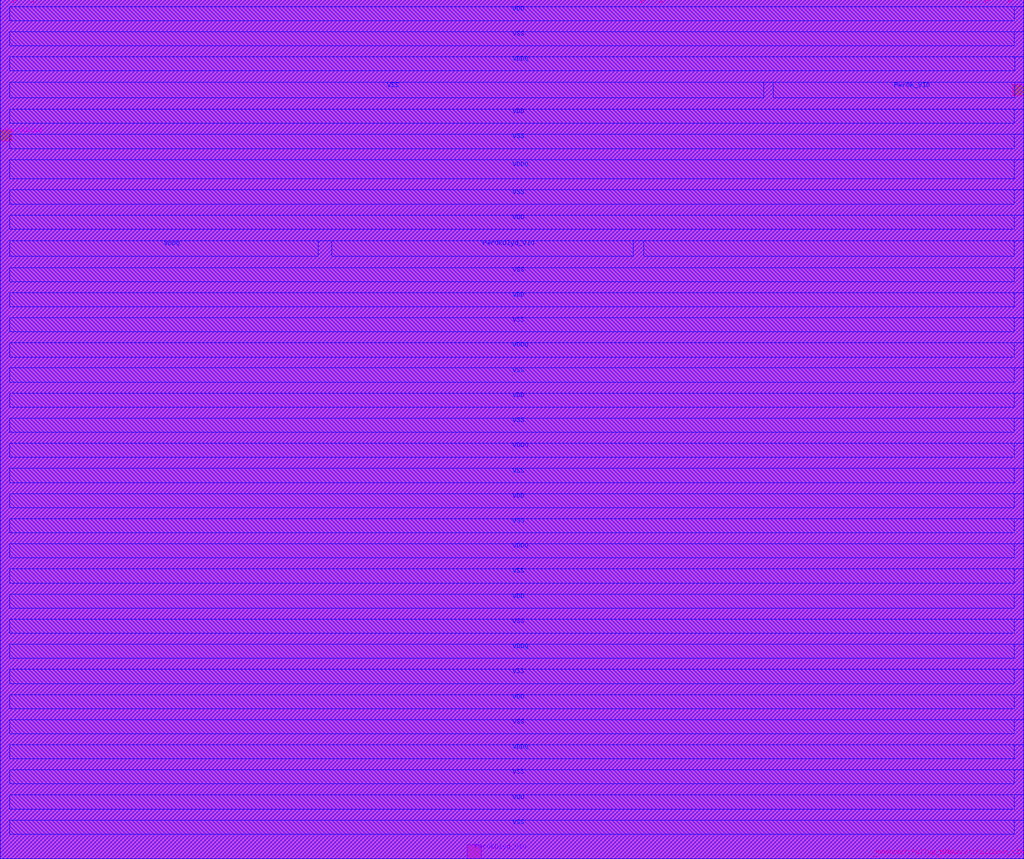
<source format=lef>
# LEF OUT API 
# Creation Date : Wed Jul 15 04:13:24 PDT 2020
# 
VERSION 5.8 ;
BUSBITCHARS "[]" ;
DIVIDERCHAR "/" ;
MACRO dwc_ddrphy_por
  CLASS BLOCK ;
  ORIGIN 0 0 ;
  FOREIGN dwc_ddrphy_por 0 0 ;
  SYMMETRY X Y ;
  SIZE 32.604 BY 27.36 ;
  PIN VDD
    DIRECTION INPUT ;
    USE POWER ;
    PORT
      LAYER M8 ;
        RECT 0.3 23.4205 32.304 23.8705 ;
    END
    PORT
      LAYER M8 ;
        RECT 0.3 26.6905 32.304 27.1405 ;
    END
    PORT
      LAYER M8 ;
        RECT 0.3 7.9805 32.304 8.4305 ;
    END
    PORT
      LAYER M8 ;
        RECT 0.3 11.1805 32.304 11.6305 ;
    END
    PORT
      LAYER M8 ;
        RECT 0.3 14.3805 32.304 14.8305 ;
    END
    PORT
      LAYER M8 ;
        RECT 0.3 17.5805 32.304 18.0305 ;
    END
    PORT
      LAYER M8 ;
        RECT 0.3 1.5805 32.304 2.0305 ;
    END
    PORT
      LAYER M8 ;
        RECT 0.3 4.7805 32.304 5.2305 ;
    END
    PORT
      LAYER M8 ;
        RECT 0.3 20.0505 32.304 20.5005 ;
    END
  END VDD
  PIN PwrOk_VIO
    DIRECTION OUTPUT ;
    USE SIGNAL ;
    PORT
      LAYER M6 ;
        RECT 32.244 24.3005 32.604 24.6605 ;
    END
    PORT
      LAYER M8 ;
        RECT 24.614 24.2305 32.314 24.7305 ;
    END
  END PwrOk_VIO
  PIN PwrOkDlyd_VIO
    DIRECTION OUTPUT ;
    USE SIGNAL ;
    PORT
      LAYER M8 ;
        RECT 10.555 19.1905 20.1615 19.6905 ;
    END
    PORT
      LAYER M7 ;
        RECT 14.877 0 15.327 0.45 ;
    END
  END PwrOkDlyd_VIO
  PIN VDDQ
    DIRECTION INPUT ;
    USE POWER ;
    PORT
      LAYER M8 ;
        RECT 0.3 12.7805 32.304 13.2305 ;
    END
    PORT
      LAYER M8 ;
        RECT 20.497 19.1905 32.304 19.6905 ;
        RECT 0.3 19.1905 10.1235 19.6905 ;
    END
    PORT
      LAYER M8 ;
        RECT 0.3 25.0905 32.314 25.5405 ;
    END
    PORT
      LAYER M8 ;
        RECT 0.3 15.9805 32.304 16.4305 ;
    END
    PORT
      LAYER M8 ;
        RECT 0.3 9.5805 32.304 10.0305 ;
    END
    PORT
      LAYER M8 ;
        RECT 0.3 3.1805 32.304 3.6305 ;
    END
    PORT
      LAYER M8 ;
        RECT 0.3 6.3805 32.304 6.8305 ;
    END
    PORT
      LAYER M8 ;
        RECT 0.3 21.6605 32.304 22.2605 ;
    END
  END VDDQ
  PIN VSS
    DIRECTION INPUT ;
    USE GROUND ;
    PORT
      LAYER M8 ;
        RECT 0.3 22.6205 32.304 23.0705 ;
    END
    PORT
      LAYER M8 ;
        RECT 0.3 7.1805 32.304 7.6305 ;
    END
    PORT
      LAYER M8 ;
        RECT 0.3 11.9805 32.304 12.4305 ;
    END
    PORT
      LAYER M8 ;
        RECT 0.3 8.7805 32.304 9.2305 ;
    END
    PORT
      LAYER M8 ;
        RECT 0.3 15.1805 32.304 15.6305 ;
    END
    PORT
      LAYER M8 ;
        RECT 0.3 5.5805 32.304 6.0305 ;
    END
    PORT
      LAYER M8 ;
        RECT 0.3 2.3805 32.304 2.8305 ;
    END
    PORT
      LAYER M8 ;
        RECT 0.3 25.8905 32.304 26.3405 ;
    END
    PORT
      LAYER M8 ;
        RECT 0.3 3.9805 32.304 4.4305 ;
    END
    PORT
      LAYER M8 ;
        RECT 0.3 16.7805 32.304 17.2305 ;
    END
    PORT
      LAYER M8 ;
        RECT 0.3 13.5805 32.304 14.0305 ;
    END
    PORT
      LAYER M8 ;
        RECT 0.3 10.3805 32.304 10.8305 ;
    END
    PORT
      LAYER M8 ;
        RECT 0.3 20.8505 32.304 21.3005 ;
    END
    PORT
      LAYER M8 ;
        RECT 0.3 24.2305 24.314 24.7305 ;
    END
    PORT
      LAYER M8 ;
        RECT 0.3 18.3805 32.304 18.8305 ;
    END
    PORT
      LAYER M8 ;
        RECT 0.3 0.7805 32.304 1.2305 ;
    END
  END VSS
  PIN DFTDatSel
    DIRECTION INPUT ;
    USE SIGNAL ;
    PORT
      LAYER M5 ;
        RECT 31.5325 27.28 31.6125 27.36 ;
    END
  END DFTDatSel
  PIN ClrPORMemReset
    DIRECTION INPUT ;
    USE SIGNAL ;
    PORT
      LAYER M5 ;
        RECT 0.9915 27.28 1.0715 27.36 ;
    END
  END ClrPORMemReset
  PIN MemResetLPullDown_VIO
    DIRECTION OUTPUT ;
    USE SIGNAL ;
    PORT
      LAYER M5 ;
        RECT 29.8905 0 29.9705 0.08 ;
    END
  END MemResetLPullDown_VIO
  PIN MemResetLPullUp_VIO
    DIRECTION OUTPUT ;
    USE SIGNAL ;
    PORT
      LAYER M5 ;
        RECT 27.8275 0 27.9075 0.08 ;
    END
  END MemResetLPullUp_VIO
  PIN DCTMemReset
    DIRECTION INPUT ;
    USE SIGNAL ;
    PORT
      LAYER M5 ;
        RECT 30.7915 27.28 30.8715 27.36 ;
    END
  END DCTMemReset
  PIN Reset_X
    DIRECTION INPUT ;
    USE SIGNAL ;
    PORT
      LAYER M5 ;
        RECT 32.1135 27.28 32.1935 27.36 ;
    END
  END Reset_X
  PIN SetDCTSanePulse
    DIRECTION INPUT ;
    USE SIGNAL ;
    PORT
      LAYER M5 ;
        RECT 31.3725 27.28 31.4525 27.36 ;
    END
  END SetDCTSanePulse
  PIN PwrOk_VMEMP
    DIRECTION INPUT ;
    USE SIGNAL ;
    PORT
      LAYER M5 ;
        RECT 0.4105 27.28 0.4905 27.36 ;
    END
  END PwrOk_VMEMP
  PIN DCTSane
    DIRECTION OUTPUT ;
    USE SIGNAL ;
    PORT
      LAYER M5 ;
        RECT 20.9985 27.28 21.0785 27.36 ;
    END
  END DCTSane
  PIN PORMemReset
    DIRECTION OUTPUT ;
    USE SIGNAL ;
    PORT
      LAYER M5 ;
        RECT 20.4175 27.28 20.4975 27.36 ;
    END
  END PORMemReset
  PIN PwrOkDlyd
    DIRECTION INPUT ;
    USE SIGNAL ;
    PORT
      LAYER M6 ;
        RECT 0 22.8605 0.36 23.2205 ;
    END
  END PwrOkDlyd
  OBS
    LAYER M1 SPACING 0 ;
      RECT 0 0 32.604 27.36 ;
      RECT MASK 1 0.838 0.63 0.918 10.11 ;
      RECT MASK 1 28.062 0.63 28.142 10.11 ;
      RECT MASK 1 1.18 0.635 1.24 0.865 ;
      RECT MASK 1 1.512 0.635 1.572 0.865 ;
      RECT MASK 1 1.844 0.635 1.904 0.865 ;
      RECT MASK 1 2.176 0.635 2.236 0.865 ;
      RECT MASK 1 2.508 0.635 2.568 0.865 ;
      RECT MASK 1 2.84 0.635 2.9 0.865 ;
      RECT MASK 1 3.172 0.635 3.232 0.865 ;
      RECT MASK 1 3.504 0.635 3.564 0.865 ;
      RECT MASK 1 3.836 0.635 3.896 0.865 ;
      RECT MASK 1 4.168 0.635 4.228 0.865 ;
      RECT MASK 1 4.5 0.635 4.56 0.865 ;
      RECT MASK 1 4.832 0.635 4.892 0.865 ;
      RECT MASK 1 5.164 0.635 5.224 0.865 ;
      RECT MASK 1 5.496 0.635 5.556 0.865 ;
      RECT MASK 1 5.828 0.635 5.888 0.865 ;
      RECT MASK 1 6.16 0.635 6.22 0.865 ;
      RECT MASK 1 6.492 0.635 6.552 0.865 ;
      RECT MASK 1 6.824 0.635 6.884 0.865 ;
      RECT MASK 1 7.156 0.635 7.216 0.865 ;
      RECT MASK 1 7.488 0.635 7.548 0.865 ;
      RECT MASK 1 7.82 0.635 7.88 0.865 ;
      RECT MASK 1 8.152 0.635 8.212 0.865 ;
      RECT MASK 1 8.484 0.635 8.544 0.865 ;
      RECT MASK 1 8.816 0.635 8.876 0.865 ;
      RECT MASK 1 9.148 0.635 9.208 0.865 ;
      RECT MASK 1 9.48 0.635 9.54 0.865 ;
      RECT MASK 1 9.812 0.635 9.872 0.865 ;
      RECT MASK 1 10.144 0.635 10.204 0.865 ;
      RECT MASK 1 10.476 0.635 10.536 0.865 ;
      RECT MASK 1 10.808 0.635 10.868 0.865 ;
      RECT MASK 1 11.14 0.635 11.2 0.865 ;
      RECT MASK 1 11.472 0.635 11.532 0.865 ;
      RECT MASK 1 11.804 0.635 11.864 0.865 ;
      RECT MASK 1 12.136 0.635 12.196 0.865 ;
      RECT MASK 1 12.468 0.635 12.528 0.865 ;
      RECT MASK 1 12.8 0.635 12.86 0.865 ;
      RECT MASK 1 13.132 0.635 13.192 0.865 ;
      RECT MASK 1 13.464 0.635 13.524 0.865 ;
      RECT MASK 1 13.796 0.635 13.856 0.865 ;
      RECT MASK 1 14.128 0.635 14.188 0.865 ;
      RECT MASK 1 14.46 0.635 14.52 0.865 ;
      RECT MASK 1 14.792 0.635 14.852 0.865 ;
      RECT MASK 1 15.124 0.635 15.184 0.865 ;
      RECT MASK 1 15.456 0.635 15.516 0.865 ;
      RECT MASK 1 15.954 0.635 16.014 0.865 ;
      RECT MASK 1 16.286 0.635 16.346 0.865 ;
      RECT MASK 1 16.618 0.635 16.678 0.865 ;
      RECT MASK 1 16.95 0.635 17.01 0.865 ;
      RECT MASK 1 17.282 0.635 17.342 0.865 ;
      RECT MASK 1 17.614 0.635 17.674 0.865 ;
      RECT MASK 1 17.946 0.635 18.006 0.865 ;
      RECT MASK 1 18.278 0.635 18.338 0.865 ;
      RECT MASK 1 18.61 0.635 18.67 0.865 ;
      RECT MASK 1 18.942 0.635 19.002 0.865 ;
      RECT MASK 1 19.274 0.635 19.334 0.865 ;
      RECT MASK 1 19.606 0.635 19.666 0.865 ;
      RECT MASK 1 19.938 0.635 19.998 0.865 ;
      RECT MASK 1 20.27 0.635 20.33 0.865 ;
      RECT MASK 1 20.602 0.635 20.662 0.865 ;
      RECT MASK 1 20.934 0.635 20.994 0.865 ;
      RECT MASK 1 21.266 0.635 21.326 0.865 ;
      RECT MASK 1 21.598 0.635 21.658 0.865 ;
      RECT MASK 1 21.93 0.635 21.99 0.865 ;
      RECT MASK 1 22.262 0.635 22.322 0.865 ;
      RECT MASK 1 22.594 0.635 22.654 0.865 ;
      RECT MASK 1 22.926 0.635 22.986 0.865 ;
      RECT MASK 1 23.258 0.635 23.318 0.865 ;
      RECT MASK 1 23.59 0.635 23.65 0.865 ;
      RECT MASK 1 23.922 0.635 23.982 0.865 ;
      RECT MASK 1 24.254 0.635 24.314 0.865 ;
      RECT MASK 1 24.586 0.635 24.646 0.865 ;
      RECT MASK 1 24.918 0.635 24.978 0.865 ;
      RECT MASK 1 25.25 0.635 25.31 0.865 ;
      RECT MASK 1 25.582 0.635 25.642 0.865 ;
      RECT MASK 1 25.914 0.635 25.974 0.865 ;
      RECT MASK 1 26.246 0.635 26.306 0.865 ;
      RECT MASK 1 26.578 0.635 26.638 0.865 ;
      RECT MASK 1 26.91 0.635 26.97 0.865 ;
      RECT MASK 1 27.242 0.635 27.302 0.865 ;
      RECT MASK 1 27.574 0.635 27.634 0.865 ;
      RECT MASK 1 29.591 0.71 29.631 1.11 ;
      RECT MASK 1 29.812 0.71 29.852 1.52 ;
      RECT MASK 1 30.255 0.71 30.295 1.11 ;
      RECT MASK 1 30.476 0.71 30.516 1.52 ;
      RECT MASK 1 30.919 0.71 30.959 1.11 ;
      RECT MASK 1 31.14 0.71 31.18 1.52 ;
      RECT MASK 1 31.583 0.71 31.623 1.11 ;
      RECT MASK 1 31.804 0.765 31.844 1.52 ;
      RECT MASK 1 29.148 0.78 29.188 1.52 ;
      RECT MASK 1 29.372 1.155 29.406 1.875 ;
      RECT MASK 1 30.7 1.155 30.734 1.875 ;
      RECT MASK 1 30.036 1.275 30.07 1.875 ;
      RECT MASK 1 29.591 1.3525 29.631 1.915 ;
      RECT MASK 1 30.255 1.3525 30.295 1.915 ;
      RECT MASK 1 30.919 1.3525 30.959 1.915 ;
      RECT MASK 1 31.583 1.3525 31.623 1.915 ;
      RECT MASK 1 31.364 1.3545 31.398 1.875 ;
      RECT MASK 1 29.148 1.715 29.188 6.33 ;
      RECT MASK 1 29.812 1.715 29.852 6.33 ;
      RECT MASK 1 30.476 1.715 30.516 6.33 ;
      RECT MASK 1 31.14 1.715 31.18 6.33 ;
      RECT MASK 1 31.804 1.715 31.844 6.33 ;
      RECT MASK 1 31.583 2.208 31.623 2.952 ;
      RECT MASK 1 29.591 2.217 29.631 2.926 ;
      RECT MASK 1 30.255 2.217 30.295 2.926 ;
      RECT MASK 1 30.919 2.217 30.959 2.926 ;
      RECT MASK 1 29.369 3.305 29.409 10.135 ;
      RECT MASK 1 29.591 3.305 29.631 7.855 ;
      RECT MASK 1 30.033 3.305 30.073 10.135 ;
      RECT MASK 1 30.255 3.305 30.295 7.855 ;
      RECT MASK 1 30.697 3.305 30.737 10.135 ;
      RECT MASK 1 30.919 3.305 30.959 7.855 ;
      RECT MASK 1 31.361 3.305 31.401 10.135 ;
      RECT MASK 1 31.583 3.305 31.623 7.855 ;
      RECT MASK 1 29.148 6.51 29.188 8.882 ;
      RECT MASK 1 29.812 6.51 29.852 8.882 ;
      RECT MASK 1 30.476 6.51 30.516 8.882 ;
      RECT MASK 1 31.14 6.51 31.18 8.882 ;
      RECT MASK 1 31.804 6.51 31.844 8.882 ;
      RECT MASK 1 29.591 7.985 29.631 10.019 ;
      RECT MASK 1 30.255 7.985 30.295 10.019 ;
      RECT MASK 1 30.919 7.985 30.959 10.019 ;
      RECT MASK 1 31.583 7.985 31.623 10.019 ;
      RECT MASK 1 29.148 9.06 29.188 10.53 ;
      RECT MASK 1 29.812 9.06 29.852 10.53 ;
      RECT MASK 1 30.476 9.06 30.516 10.53 ;
      RECT MASK 1 31.14 9.06 31.18 10.53 ;
      RECT MASK 1 31.804 9.06 31.844 10.53 ;
      RECT MASK 1 26.91 9.1995 26.97 10.105 ;
      RECT MASK 1 27.242 9.1995 27.302 10.105 ;
      RECT MASK 1 7.986 9.505 8.046 14.285 ;
      RECT MASK 1 1.346 9.875 1.406 10.105 ;
      RECT MASK 1 1.678 9.875 1.738 10.105 ;
      RECT MASK 1 2.01 9.875 2.07 10.105 ;
      RECT MASK 1 2.342 9.875 2.402 10.105 ;
      RECT MASK 1 2.674 9.875 2.734 10.105 ;
      RECT MASK 1 3.006 9.875 3.066 10.105 ;
      RECT MASK 1 3.338 9.875 3.398 10.105 ;
      RECT MASK 1 3.67 9.875 3.73 10.105 ;
      RECT MASK 1 4.666 9.875 4.726 10.105 ;
      RECT MASK 1 4.998 9.875 5.058 10.105 ;
      RECT MASK 1 5.33 9.875 5.39 10.105 ;
      RECT MASK 1 5.662 9.875 5.722 10.105 ;
      RECT MASK 1 5.994 9.875 6.054 10.105 ;
      RECT MASK 1 6.326 9.875 6.386 10.105 ;
      RECT MASK 1 6.658 9.875 6.718 10.105 ;
      RECT MASK 1 6.99 9.875 7.05 10.105 ;
      RECT MASK 1 7.322 9.875 7.382 10.105 ;
      RECT MASK 1 7.654 9.875 7.714 10.105 ;
      RECT MASK 1 8.484 9.875 8.544 10.105 ;
      RECT MASK 1 8.816 9.875 8.876 10.105 ;
      RECT MASK 1 9.148 9.875 9.208 10.105 ;
      RECT MASK 1 9.48 9.875 9.54 10.105 ;
      RECT MASK 1 9.812 9.875 9.872 10.105 ;
      RECT MASK 1 10.144 9.875 10.204 10.105 ;
      RECT MASK 1 10.476 9.875 10.536 10.105 ;
      RECT MASK 1 10.808 9.875 10.868 10.105 ;
      RECT MASK 1 11.14 9.875 11.2 10.105 ;
      RECT MASK 1 11.472 9.875 11.532 10.105 ;
      RECT MASK 1 11.804 9.875 11.864 10.105 ;
      RECT MASK 1 12.136 9.875 12.196 10.105 ;
      RECT MASK 1 12.468 9.875 12.528 10.105 ;
      RECT MASK 1 12.8 9.875 12.86 10.105 ;
      RECT MASK 1 13.132 9.875 13.192 10.105 ;
      RECT MASK 1 13.464 9.875 13.524 10.105 ;
      RECT MASK 1 13.796 9.875 13.856 10.105 ;
      RECT MASK 1 14.128 9.875 14.188 10.105 ;
      RECT MASK 1 14.46 9.875 14.52 10.105 ;
      RECT MASK 1 14.792 9.875 14.852 10.105 ;
      RECT MASK 1 15.124 9.875 15.184 10.105 ;
      RECT MASK 1 15.954 9.875 16.014 10.105 ;
      RECT MASK 1 16.286 9.875 16.346 10.105 ;
      RECT MASK 1 16.618 9.875 16.678 10.105 ;
      RECT MASK 1 16.95 9.875 17.01 10.105 ;
      RECT MASK 1 17.282 9.875 17.342 10.105 ;
      RECT MASK 1 17.614 9.875 17.674 10.105 ;
      RECT MASK 1 17.946 9.875 18.006 10.105 ;
      RECT MASK 1 18.278 9.875 18.338 10.105 ;
      RECT MASK 1 18.61 9.875 18.67 10.105 ;
      RECT MASK 1 18.942 9.875 19.002 10.105 ;
      RECT MASK 1 19.274 9.875 19.334 10.105 ;
      RECT MASK 1 19.606 9.875 19.666 10.105 ;
      RECT MASK 1 19.938 9.875 19.998 10.105 ;
      RECT MASK 1 20.27 9.875 20.33 10.105 ;
      RECT MASK 1 20.602 9.875 20.662 10.105 ;
      RECT MASK 1 20.934 9.875 20.994 10.105 ;
      RECT MASK 1 21.266 9.875 21.326 10.105 ;
      RECT MASK 1 21.598 9.875 21.658 10.105 ;
      RECT MASK 1 21.93 9.875 21.99 10.105 ;
      RECT MASK 1 22.262 9.875 22.322 10.105 ;
      RECT MASK 1 22.594 9.875 22.654 10.105 ;
      RECT MASK 1 22.926 9.875 22.986 10.105 ;
      RECT MASK 1 23.258 9.875 23.318 10.105 ;
      RECT MASK 1 23.59 9.875 23.65 10.105 ;
      RECT MASK 1 23.922 9.875 23.982 10.105 ;
      RECT MASK 1 24.254 9.875 24.314 10.105 ;
      RECT MASK 1 24.586 9.875 24.646 10.105 ;
      RECT MASK 1 24.918 9.875 24.978 10.105 ;
      RECT MASK 1 25.25 9.875 25.31 10.105 ;
      RECT MASK 1 25.582 9.875 25.642 10.105 ;
      RECT MASK 1 25.914 9.875 25.974 10.105 ;
      RECT MASK 1 26.246 9.875 26.306 10.105 ;
      RECT MASK 1 26.578 9.875 26.638 10.105 ;
      RECT MASK 1 27.574 9.875 27.634 10.105 ;
      RECT MASK 1 10.664 10.255 10.724 16.81 ;
      RECT MASK 1 10.996 10.255 11.056 16.81 ;
      RECT MASK 1 11.686 10.255 11.746 10.565 ;
      RECT MASK 1 11.886 10.255 11.946 10.565 ;
      RECT MASK 1 12.086 10.255 12.146 10.565 ;
      RECT MASK 1 12.286 10.255 12.346 10.565 ;
      RECT MASK 1 12.486 10.255 12.546 10.565 ;
      RECT MASK 1 12.686 10.255 12.746 10.565 ;
      RECT MASK 1 12.886 10.255 12.946 10.565 ;
      RECT MASK 1 13.086 10.255 13.146 10.565 ;
      RECT MASK 1 13.286 10.255 13.346 10.565 ;
      RECT MASK 1 13.486 10.255 13.546 10.565 ;
      RECT MASK 1 13.686 10.255 13.746 10.565 ;
      RECT MASK 1 13.886 10.255 13.946 10.565 ;
      RECT MASK 1 14.086 10.255 14.146 10.565 ;
      RECT MASK 1 14.286 10.255 14.346 10.565 ;
      RECT MASK 1 14.486 10.255 14.546 10.565 ;
      RECT MASK 1 14.686 10.255 14.746 10.565 ;
      RECT MASK 1 14.886 10.255 14.946 10.565 ;
      RECT MASK 1 15.086 10.255 15.146 10.565 ;
      RECT MASK 1 15.286 10.255 15.346 10.565 ;
      RECT MASK 1 7.654 10.295 7.714 10.525 ;
      RECT MASK 1 8.318 10.295 8.378 12.565 ;
      RECT MASK 1 8.65 10.295 8.71 11.152 ;
      RECT MASK 1 8.982 10.295 9.042 11.152 ;
      RECT MASK 1 9.314 10.295 9.374 11.152 ;
      RECT MASK 1 9.646 10.295 9.706 10.525 ;
      RECT MASK 1 15.902 10.295 15.962 10.525 ;
      RECT MASK 1 16.102 10.295 16.162 10.525 ;
      RECT MASK 1 16.302 10.295 16.362 10.525 ;
      RECT MASK 1 16.502 10.295 16.562 10.525 ;
      RECT MASK 1 16.702 10.295 16.762 10.525 ;
      RECT MASK 1 16.902 10.295 16.962 10.525 ;
      RECT MASK 1 17.102 10.295 17.162 10.525 ;
      RECT MASK 1 17.302 10.295 17.362 10.525 ;
      RECT MASK 1 17.502 10.295 17.562 10.525 ;
      RECT MASK 1 17.702 10.295 17.762 10.525 ;
      RECT MASK 1 17.902 10.295 17.962 10.525 ;
      RECT MASK 1 18.102 10.295 18.162 10.525 ;
      RECT MASK 1 18.302 10.295 18.362 10.525 ;
      RECT MASK 1 18.502 10.295 18.562 10.525 ;
      RECT MASK 1 18.702 10.295 18.762 10.525 ;
      RECT MASK 1 18.902 10.295 18.962 10.525 ;
      RECT MASK 1 19.102 10.295 19.162 10.525 ;
      RECT MASK 1 19.302 10.295 19.362 10.525 ;
      RECT MASK 1 19.502 10.295 19.562 10.525 ;
      RECT MASK 1 19.702 10.295 19.762 10.525 ;
      RECT MASK 1 19.902 10.295 19.962 10.525 ;
      RECT MASK 1 20.102 10.295 20.162 10.525 ;
      RECT MASK 1 20.302 10.295 20.362 10.525 ;
      RECT MASK 1 20.502 10.295 20.562 10.525 ;
      RECT MASK 1 20.702 10.295 20.762 10.525 ;
      RECT MASK 1 20.902 10.295 20.962 10.525 ;
      RECT MASK 1 21.102 10.295 21.162 10.525 ;
      RECT MASK 1 21.302 10.295 21.362 10.525 ;
      RECT MASK 1 21.502 10.295 21.562 10.525 ;
      RECT MASK 1 21.702 10.295 21.762 10.525 ;
      RECT MASK 1 21.902 10.295 21.962 10.525 ;
      RECT MASK 1 22.102 10.295 22.162 10.525 ;
      RECT MASK 1 22.302 10.295 22.362 10.525 ;
      RECT MASK 1 22.502 10.295 22.562 10.525 ;
      RECT MASK 1 22.702 10.295 22.762 10.525 ;
      RECT MASK 1 22.902 10.295 22.962 10.525 ;
      RECT MASK 1 23.102 10.295 23.162 10.525 ;
      RECT MASK 1 23.302 10.295 23.362 10.525 ;
      RECT MASK 1 23.502 10.295 23.562 10.525 ;
      RECT MASK 1 23.702 10.295 23.762 10.525 ;
      RECT MASK 1 23.902 10.295 23.962 10.525 ;
      RECT MASK 1 24.102 10.295 24.162 10.525 ;
      RECT MASK 1 24.302 10.295 24.362 10.525 ;
      RECT MASK 1 24.502 10.295 24.562 10.525 ;
      RECT MASK 1 24.702 10.295 24.762 10.525 ;
      RECT MASK 1 27.846 10.295 27.906 10.525 ;
      RECT MASK 1 28.12 10.295 28.18 10.525 ;
      RECT MASK 1 28.394 10.295 28.454 10.525 ;
      RECT MASK 1 10.134 10.32 10.214 12.54 ;
      RECT MASK 1 10.83 10.375 10.89 16.81 ;
      RECT MASK 1 25.654 10.5 25.714 12.42 ;
      RECT MASK 1 25.928 10.5 25.988 12.42 ;
      RECT MASK 1 26.202 10.5 26.262 12.42 ;
      RECT MASK 1 26.476 10.5 26.536 12.42 ;
      RECT MASK 1 26.75 10.5 26.81 12.42 ;
      RECT MASK 1 27.024 10.5 27.084 12.42 ;
      RECT MASK 1 27.298 10.5 27.358 12.42 ;
      RECT MASK 1 11.769 10.693 11.829 10.941 ;
      RECT MASK 1 12.267 10.693 12.327 10.941 ;
      RECT MASK 1 12.765 10.693 12.825 10.946 ;
      RECT MASK 1 14.757 10.75 14.817 10.941 ;
      RECT MASK 1 13.097 10.752 13.157 10.946 ;
      RECT MASK 1 13.429 10.752 13.489 10.946 ;
      RECT MASK 1 13.761 10.752 13.821 10.946 ;
      RECT MASK 1 14.259 10.752 14.319 10.946 ;
      RECT MASK 1 15.255 10.752 15.315 10.946 ;
      RECT MASK 1 15.587 10.752 15.647 10.941 ;
      RECT MASK 1 15.919 10.752 15.979 10.941 ;
      RECT MASK 1 16.251 10.752 16.311 10.941 ;
      RECT MASK 1 17.247 10.752 17.307 10.946 ;
      RECT MASK 1 17.745 10.752 17.805 10.941 ;
      RECT MASK 1 18.409 10.752 18.469 10.946 ;
      RECT MASK 1 18.907 10.752 18.967 10.946 ;
      RECT MASK 1 19.239 10.752 19.299 10.946 ;
      RECT MASK 1 19.571 10.752 19.631 10.946 ;
      RECT MASK 1 20.069 10.752 20.129 10.946 ;
      RECT MASK 1 20.401 10.752 20.461 10.946 ;
      RECT MASK 1 20.899 10.752 20.959 10.946 ;
      RECT MASK 1 21.231 10.752 21.291 10.946 ;
      RECT MASK 1 21.563 10.752 21.623 10.946 ;
      RECT MASK 1 22.061 10.752 22.121 10.946 ;
      RECT MASK 1 22.393 10.752 22.453 10.946 ;
      RECT MASK 1 22.891 10.752 22.951 11.2385 ;
      RECT MASK 1 23.223 10.752 23.283 10.946 ;
      RECT MASK 1 23.555 10.752 23.615 11.2385 ;
      RECT MASK 1 24.053 10.752 24.113 11.2385 ;
      RECT MASK 1 24.453 10.752 24.513 11.2385 ;
      RECT MASK 1 24.653 10.752 24.713 11.2385 ;
      RECT MASK 1 12.101 10.958 12.161 11.782 ;
      RECT MASK 1 12.599 10.958 12.659 11.782 ;
      RECT MASK 1 15.089 10.958 15.149 11.782 ;
      RECT MASK 1 16.915 10.958 16.975 11.782 ;
      RECT MASK 1 18.077 10.958 18.137 11.782 ;
      RECT MASK 1 11.769 11.061 11.829 11.679 ;
      RECT MASK 1 12.267 11.061 12.327 11.679 ;
      RECT MASK 1 14.757 11.061 14.817 11.679 ;
      RECT MASK 1 12.765 11.066 12.825 11.674 ;
      RECT MASK 1 13.097 11.066 13.157 11.674 ;
      RECT MASK 1 13.429 11.066 13.489 11.674 ;
      RECT MASK 1 15.255 11.066 15.315 11.674 ;
      RECT MASK 1 15.587 11.066 15.647 11.674 ;
      RECT MASK 1 15.919 11.066 15.979 11.674 ;
      RECT MASK 1 16.583 11.066 16.643 11.674 ;
      RECT MASK 1 19.239 11.066 19.299 11.674 ;
      RECT MASK 1 21.231 11.066 21.291 11.674 ;
      RECT MASK 1 23.223 11.066 23.283 11.674 ;
      RECT MASK 1 11.162 11.092 11.222 12.67 ;
      RECT MASK 1 6.098 11.155 6.158 12.065 ;
      RECT MASK 1 13.761 11.217 13.821 11.648 ;
      RECT MASK 1 14.259 11.217 14.319 11.523 ;
      RECT MASK 1 16.251 11.217 16.311 11.41 ;
      RECT MASK 1 17.247 11.217 17.307 11.523 ;
      RECT MASK 1 4.082 11.275 4.142 11.585 ;
      RECT MASK 1 5.522 11.275 5.582 11.585 ;
      RECT MASK 1 6.386 11.275 6.446 11.585 ;
      RECT MASK 1 7.25 11.275 7.31 11.585 ;
      RECT MASK 1 2.93 11.281 2.99 15.575 ;
      RECT MASK 1 4.37 11.281 4.43 11.705 ;
      RECT MASK 1 5.234 11.281 5.294 11.705 ;
      RECT MASK 1 5.81 11.281 5.87 11.825 ;
      RECT MASK 1 8.65 11.285 8.71 11.579 ;
      RECT MASK 1 8.982 11.285 9.042 11.579 ;
      RECT MASK 1 9.314 11.285 9.374 11.579 ;
      RECT MASK 1 6.674 11.395 6.734 11.579 ;
      RECT MASK 1 8.65 11.708 8.71 12.565 ;
      RECT MASK 1 8.982 11.708 9.042 12.565 ;
      RECT MASK 1 9.314 11.708 9.374 12.565 ;
      RECT MASK 1 2.642 11.755 2.702 14.2855 ;
      RECT MASK 1 12.765 11.794 12.825 12.047 ;
      RECT MASK 1 13.097 11.794 13.157 11.988 ;
      RECT MASK 1 13.429 11.794 13.489 11.988 ;
      RECT MASK 1 13.761 11.794 13.821 11.988 ;
      RECT MASK 1 14.259 11.794 14.319 11.988 ;
      RECT MASK 1 15.255 11.794 15.315 11.988 ;
      RECT MASK 1 17.247 11.794 17.307 11.988 ;
      RECT MASK 1 18.409 11.794 18.469 11.988 ;
      RECT MASK 1 18.907 11.794 18.967 11.988 ;
      RECT MASK 1 19.239 11.794 19.299 11.988 ;
      RECT MASK 1 19.571 11.794 19.631 11.988 ;
      RECT MASK 1 20.069 11.794 20.129 11.988 ;
      RECT MASK 1 20.401 11.794 20.461 11.988 ;
      RECT MASK 1 20.899 11.794 20.959 11.988 ;
      RECT MASK 1 21.231 11.794 21.291 11.988 ;
      RECT MASK 1 21.563 11.794 21.623 11.988 ;
      RECT MASK 1 22.061 11.794 22.121 11.988 ;
      RECT MASK 1 22.393 11.794 22.453 11.988 ;
      RECT MASK 1 22.891 11.794 22.951 11.988 ;
      RECT MASK 1 23.223 11.794 23.283 11.988 ;
      RECT MASK 1 23.555 11.794 23.615 11.988 ;
      RECT MASK 1 24.053 11.794 24.113 11.988 ;
      RECT MASK 1 11.769 11.799 11.829 12.047 ;
      RECT MASK 1 12.267 11.799 12.327 12.047 ;
      RECT MASK 1 14.757 11.799 14.817 11.99 ;
      RECT MASK 1 15.587 11.799 15.647 11.988 ;
      RECT MASK 1 15.919 11.799 15.979 11.988 ;
      RECT MASK 1 16.251 11.799 16.311 11.988 ;
      RECT MASK 1 17.745 11.799 17.805 11.988 ;
      RECT MASK 1 4.082 11.995 4.142 14.029 ;
      RECT MASK 1 11.686 12.215 11.746 12.445 ;
      RECT MASK 1 11.886 12.215 11.946 12.445 ;
      RECT MASK 1 12.086 12.215 12.146 12.445 ;
      RECT MASK 1 12.286 12.215 12.346 12.445 ;
      RECT MASK 1 12.486 12.215 12.546 12.445 ;
      RECT MASK 1 12.686 12.215 12.746 12.445 ;
      RECT MASK 1 12.886 12.215 12.946 12.445 ;
      RECT MASK 1 13.086 12.215 13.146 12.445 ;
      RECT MASK 1 13.286 12.215 13.346 12.445 ;
      RECT MASK 1 13.486 12.215 13.546 12.445 ;
      RECT MASK 1 13.686 12.215 13.746 12.445 ;
      RECT MASK 1 13.886 12.215 13.946 12.445 ;
      RECT MASK 1 14.086 12.215 14.146 12.445 ;
      RECT MASK 1 14.286 12.215 14.346 12.445 ;
      RECT MASK 1 14.486 12.215 14.546 12.445 ;
      RECT MASK 1 14.686 12.215 14.746 12.445 ;
      RECT MASK 1 14.886 12.215 14.946 12.445 ;
      RECT MASK 1 15.086 12.215 15.146 12.445 ;
      RECT MASK 1 15.286 12.215 15.346 12.445 ;
      RECT MASK 1 15.486 12.215 15.546 12.445 ;
      RECT MASK 1 15.686 12.215 15.746 12.445 ;
      RECT MASK 1 15.886 12.215 15.946 12.445 ;
      RECT MASK 1 16.086 12.215 16.146 12.445 ;
      RECT MASK 1 16.286 12.215 16.346 12.445 ;
      RECT MASK 1 16.486 12.215 16.546 12.445 ;
      RECT MASK 1 16.686 12.215 16.746 12.445 ;
      RECT MASK 1 16.886 12.215 16.946 12.445 ;
      RECT MASK 1 17.086 12.215 17.146 12.445 ;
      RECT MASK 1 17.286 12.215 17.346 12.445 ;
      RECT MASK 1 17.486 12.215 17.546 12.445 ;
      RECT MASK 1 17.686 12.215 17.746 12.445 ;
      RECT MASK 1 17.886 12.215 17.946 12.445 ;
      RECT MASK 1 18.086 12.215 18.146 12.445 ;
      RECT MASK 1 18.286 12.215 18.346 12.445 ;
      RECT MASK 1 18.486 12.215 18.546 12.445 ;
      RECT MASK 1 18.686 12.215 18.746 12.445 ;
      RECT MASK 1 18.886 12.215 18.946 12.445 ;
      RECT MASK 1 19.086 12.215 19.146 12.445 ;
      RECT MASK 1 19.286 12.215 19.346 12.445 ;
      RECT MASK 1 19.486 12.215 19.546 12.445 ;
      RECT MASK 1 19.686 12.215 19.746 12.445 ;
      RECT MASK 1 19.886 12.215 19.946 12.445 ;
      RECT MASK 1 20.086 12.215 20.146 12.445 ;
      RECT MASK 1 20.286 12.215 20.346 12.445 ;
      RECT MASK 1 20.486 12.215 20.546 12.445 ;
      RECT MASK 1 20.686 12.215 20.746 12.445 ;
      RECT MASK 1 20.886 12.215 20.946 12.445 ;
      RECT MASK 1 21.086 12.215 21.146 12.445 ;
      RECT MASK 1 21.286 12.215 21.346 12.445 ;
      RECT MASK 1 21.486 12.215 21.546 12.445 ;
      RECT MASK 1 21.686 12.215 21.746 12.445 ;
      RECT MASK 1 21.886 12.215 21.946 12.445 ;
      RECT MASK 1 22.086 12.215 22.146 12.445 ;
      RECT MASK 1 22.286 12.215 22.346 12.445 ;
      RECT MASK 1 22.486 12.215 22.546 12.445 ;
      RECT MASK 1 22.686 12.215 22.746 12.445 ;
      RECT MASK 1 22.886 12.215 22.946 12.445 ;
      RECT MASK 1 23.086 12.215 23.146 12.445 ;
      RECT MASK 1 23.286 12.215 23.346 12.445 ;
      RECT MASK 1 23.486 12.215 23.546 12.445 ;
      RECT MASK 1 23.686 12.215 23.746 12.445 ;
      RECT MASK 1 23.886 12.215 23.946 12.445 ;
      RECT MASK 1 24.086 12.215 24.146 12.445 ;
      RECT MASK 1 24.286 12.215 24.346 12.445 ;
      RECT MASK 1 7.654 12.335 7.714 12.565 ;
      RECT MASK 1 9.646 12.335 9.706 12.565 ;
      RECT MASK 1 21.002 12.63 21.082 25.05 ;
      RECT MASK 1 21.178 12.63 21.238 12.87 ;
      RECT MASK 1 21.51 12.63 21.57 12.87 ;
      RECT MASK 1 21.842 12.63 21.902 12.87 ;
      RECT MASK 1 22.174 12.63 22.234 12.87 ;
      RECT MASK 1 22.506 12.63 22.566 12.87 ;
      RECT MASK 1 22.838 12.63 22.898 12.87 ;
      RECT MASK 1 23.17 12.63 23.23 12.87 ;
      RECT MASK 1 23.502 12.63 23.562 12.87 ;
      RECT MASK 1 23.834 12.63 23.894 12.87 ;
      RECT MASK 1 24.166 12.63 24.226 12.87 ;
      RECT MASK 1 24.498 12.63 24.558 12.87 ;
      RECT MASK 1 24.83 12.63 24.89 12.87 ;
      RECT MASK 1 25.162 12.63 25.222 12.87 ;
      RECT MASK 1 25.328 12.63 25.388 12.87 ;
      RECT MASK 1 25.494 12.63 25.554 12.87 ;
      RECT MASK 1 26.564 12.63 26.624 12.87 ;
      RECT MASK 1 26.73 12.63 26.79 12.87 ;
      RECT MASK 1 26.896 12.63 26.956 12.87 ;
      RECT MASK 1 27.228 12.63 27.288 12.87 ;
      RECT MASK 1 27.56 12.63 27.62 12.87 ;
      RECT MASK 1 27.892 12.63 27.952 12.87 ;
      RECT MASK 1 28.224 12.63 28.284 12.87 ;
      RECT MASK 1 28.556 12.63 28.616 12.87 ;
      RECT MASK 1 28.888 12.63 28.948 12.87 ;
      RECT MASK 1 29.22 12.63 29.28 12.87 ;
      RECT MASK 1 29.552 12.63 29.612 12.87 ;
      RECT MASK 1 29.884 12.63 29.944 12.87 ;
      RECT MASK 1 30.216 12.63 30.276 12.87 ;
      RECT MASK 1 30.548 12.63 30.608 12.87 ;
      RECT MASK 1 30.88 12.63 30.94 12.87 ;
      RECT MASK 1 31.212 12.63 31.272 12.87 ;
      RECT MASK 1 31.544 12.63 31.604 12.87 ;
      RECT MASK 1 0.838 12.72 0.918 15.03 ;
      RECT MASK 1 10.134 12.72 10.214 15 ;
      RECT MASK 1 7.654 12.73 7.714 12.985 ;
      RECT MASK 1 8.318 12.73 8.378 15.025 ;
      RECT MASK 1 8.65 12.73 8.71 13.612 ;
      RECT MASK 1 8.982 12.73 9.042 13.612 ;
      RECT MASK 1 9.314 12.73 9.374 13.612 ;
      RECT MASK 1 9.646 12.73 9.706 12.985 ;
      RECT MASK 1 21.842 13.05 21.902 15.74 ;
      RECT MASK 1 22.838 13.05 22.898 16.05 ;
      RECT MASK 1 24.83 13.05 24.89 15.74 ;
      RECT MASK 1 13.936 13.17 13.996 17.37 ;
      RECT MASK 1 14.434 13.17 14.494 14.068 ;
      RECT MASK 1 13.53 13.255 13.59 16.145 ;
      RECT MASK 1 17.24 13.34 17.3 13.59 ;
      RECT MASK 1 18.453 13.34 18.487 13.65 ;
      RECT MASK 1 18.653 13.34 18.687 13.65 ;
      RECT MASK 1 18.853 13.34 18.887 13.65 ;
      RECT MASK 1 19.053 13.34 19.087 13.65 ;
      RECT MASK 1 19.253 13.34 19.287 13.65 ;
      RECT MASK 1 22.174 13.35 22.234 15.44 ;
      RECT MASK 1 24.166 13.35 24.226 19.5 ;
      RECT MASK 1 24.498 13.35 24.558 15.44 ;
      RECT MASK 1 21.51 13.45 21.57 16.7 ;
      RECT MASK 1 18.114 13.5 18.174 14.174 ;
      RECT MASK 1 19.666 13.5 19.726 14.174 ;
      RECT MASK 1 23.668 13.55 23.728 23.463 ;
      RECT MASK 1 30.9865 13.63 31.0865 18.5735 ;
      RECT MASK 1 3.218 13.751 3.278 14.405 ;
      RECT MASK 1 5.234 13.751 5.294 14.405 ;
      RECT MASK 1 6.386 13.751 6.446 14.405 ;
      RECT MASK 1 6.962 13.751 7.022 14.405 ;
      RECT MASK 1 7.2445 13.751 7.3045 14.405 ;
      RECT MASK 1 8.65 13.751 8.71 14.029 ;
      RECT MASK 1 8.982 13.751 9.042 14.029 ;
      RECT MASK 1 9.314 13.751 9.374 14.029 ;
      RECT MASK 1 16.242 13.834 16.302 14.5815 ;
      RECT MASK 1 12.534 13.838 12.594 15.022 ;
      RECT MASK 1 12.866 13.838 12.926 15.022 ;
      RECT MASK 1 14.102 13.838 14.162 14.47 ;
      RECT MASK 1 6.674 13.849 6.734 14.029 ;
      RECT MASK 1 18.44 13.96 18.5 14.845 ;
      RECT MASK 1 18.64 13.96 18.7 14.845 ;
      RECT MASK 1 15.172 14.03 15.232 14.825 ;
      RECT MASK 1 16.74 14.15 16.8 14.369 ;
      RECT MASK 1 17.546 14.155 17.606 14.8595 ;
      RECT MASK 1 8.65 14.168 8.71 15.025 ;
      RECT MASK 1 8.982 14.168 9.042 15.025 ;
      RECT MASK 1 9.314 14.168 9.374 15.025 ;
      RECT MASK 1 16.9005 14.39 16.9605 14.604 ;
      RECT MASK 1 17.239 14.39 17.299 14.604 ;
      RECT MASK 1 13.198 14.515 13.258 17.765 ;
      RECT MASK 1 16.242 14.6195 16.302 15.0255 ;
      RECT MASK 1 18.114 14.72 18.174 15.82 ;
      RECT MASK 1 19.666 14.72 19.726 15.82 ;
      RECT MASK 1 18.954 14.725 19.014 15.09 ;
      RECT MASK 1 19.26 14.725 19.32 15.815 ;
      RECT MASK 1 14.102 14.736 14.162 15.022 ;
      RECT MASK 1 14.434 14.736 14.494 15.022 ;
      RECT MASK 1 17.239 14.75 17.299 15.022 ;
      RECT MASK 1 17.806 14.792 17.866 15.748 ;
      RECT MASK 1 7.986 14.795 8.046 15.025 ;
      RECT MASK 1 9.646 14.795 9.706 15.025 ;
      RECT MASK 1 18.453 15.21 18.487 15.33 ;
      RECT MASK 1 18.653 15.21 18.687 15.33 ;
      RECT MASK 1 18.853 15.21 18.887 15.33 ;
      RECT MASK 1 19.053 15.21 19.087 15.33 ;
      RECT MASK 1 2.088 15.24 2.268 20.25 ;
      RECT MASK 1 0.852 15.33 0.892 16.8 ;
      RECT MASK 1 1.516 15.33 1.556 16.8 ;
      RECT MASK 1 2.48 15.351 2.54 15.609 ;
      RECT MASK 1 2.646 15.351 2.706 15.609 ;
      RECT MASK 1 3.144 15.351 3.204 15.609 ;
      RECT MASK 1 3.31 15.351 3.37 15.609 ;
      RECT MASK 1 3.476 15.351 3.536 15.609 ;
      RECT MASK 1 3.642 15.351 3.702 15.609 ;
      RECT MASK 1 3.808 15.351 3.868 15.609 ;
      RECT MASK 1 3.974 15.351 4.034 15.609 ;
      RECT MASK 1 4.14 15.351 4.2 15.609 ;
      RECT MASK 1 4.306 15.351 4.366 15.609 ;
      RECT MASK 1 4.472 15.351 4.532 15.609 ;
      RECT MASK 1 4.638 15.351 4.698 15.609 ;
      RECT MASK 1 4.804 15.351 4.864 15.609 ;
      RECT MASK 1 4.97 15.351 5.03 15.609 ;
      RECT MASK 1 5.136 15.351 5.196 15.609 ;
      RECT MASK 1 5.302 15.351 5.362 15.609 ;
      RECT MASK 1 5.468 15.351 5.528 15.609 ;
      RECT MASK 1 5.634 15.351 5.694 15.609 ;
      RECT MASK 1 5.8 15.351 5.86 15.609 ;
      RECT MASK 1 5.966 15.351 6.026 15.609 ;
      RECT MASK 1 6.132 15.351 6.192 15.609 ;
      RECT MASK 1 6.298 15.351 6.358 15.609 ;
      RECT MASK 1 6.464 15.351 6.524 15.609 ;
      RECT MASK 1 6.63 15.351 6.69 15.609 ;
      RECT MASK 1 6.796 15.351 6.856 15.609 ;
      RECT MASK 1 6.962 15.351 7.022 15.609 ;
      RECT MASK 1 7.128 15.351 7.188 15.609 ;
      RECT MASK 1 7.294 15.351 7.354 15.609 ;
      RECT MASK 1 7.46 15.351 7.52 15.609 ;
      RECT MASK 1 7.626 15.351 7.686 15.609 ;
      RECT MASK 1 7.792 15.351 7.852 15.609 ;
      RECT MASK 1 7.958 15.351 8.018 15.609 ;
      RECT MASK 1 8.124 15.351 8.184 15.609 ;
      RECT MASK 1 8.29 15.351 8.35 15.609 ;
      RECT MASK 1 8.456 15.351 8.516 15.609 ;
      RECT MASK 1 8.622 15.351 8.682 15.609 ;
      RECT MASK 1 8.788 15.351 8.848 15.609 ;
      RECT MASK 1 8.954 15.351 9.014 15.609 ;
      RECT MASK 1 9.12 15.351 9.18 15.609 ;
      RECT MASK 1 9.286 15.351 9.346 15.609 ;
      RECT MASK 1 9.452 15.351 9.512 15.609 ;
      RECT MASK 1 9.618 15.351 9.678 15.609 ;
      RECT MASK 1 9.784 15.351 9.844 15.609 ;
      RECT MASK 1 9.95 15.351 10.01 15.609 ;
      RECT MASK 1 10.116 15.351 10.176 15.609 ;
      RECT MASK 1 10.282 15.351 10.342 15.609 ;
      RECT MASK 1 18.954 15.45 19.014 15.815 ;
      RECT MASK 1 1.295 15.481 1.335 17.875 ;
      RECT MASK 1 16.242 15.5145 16.302 15.9205 ;
      RECT MASK 1 12.534 15.518 12.594 16.702 ;
      RECT MASK 1 12.866 15.518 12.926 16.702 ;
      RECT MASK 1 14.102 15.518 14.162 15.804 ;
      RECT MASK 1 14.434 15.518 14.494 15.804 ;
      RECT MASK 1 17.239 15.518 17.299 15.79 ;
      RECT MASK 1 17.546 15.6805 17.606 16.385 ;
      RECT MASK 1 18.44 15.695 18.5 16.58 ;
      RECT MASK 1 18.64 15.695 18.7 16.58 ;
      RECT MASK 1 15.172 15.715 15.232 16.51 ;
      RECT MASK 1 1.073 15.725 1.113 22.555 ;
      RECT MASK 1 2.718 15.75 2.778 20.37 ;
      RECT MASK 1 2.992 15.75 3.052 20.37 ;
      RECT MASK 1 3.266 15.75 3.326 20.37 ;
      RECT MASK 1 3.54 15.75 3.6 20.37 ;
      RECT MASK 1 3.814 15.75 3.874 20.37 ;
      RECT MASK 1 4.088 15.75 4.148 20.37 ;
      RECT MASK 1 4.362 15.75 4.422 18.78 ;
      RECT MASK 1 4.636 15.75 4.696 18.78 ;
      RECT MASK 1 4.91 15.75 4.97 18.78 ;
      RECT MASK 1 5.184 15.75 5.244 18.78 ;
      RECT MASK 1 5.458 15.75 5.518 18.78 ;
      RECT MASK 1 5.732 15.75 5.792 18.78 ;
      RECT MASK 1 6.006 15.75 6.066 18.78 ;
      RECT MASK 1 6.28 15.75 6.34 17.19 ;
      RECT MASK 1 6.554 15.75 6.614 17.19 ;
      RECT MASK 1 6.828 15.75 6.888 17.19 ;
      RECT MASK 1 7.102 15.75 7.162 17.19 ;
      RECT MASK 1 7.376 15.75 7.436 17.19 ;
      RECT MASK 1 7.65 15.75 7.71 17.19 ;
      RECT MASK 1 7.924 15.75 7.984 17.19 ;
      RECT MASK 1 8.198 15.75 8.258 17.19 ;
      RECT MASK 1 8.472 15.75 8.532 17.19 ;
      RECT MASK 1 8.746 15.75 8.806 17.19 ;
      RECT MASK 1 9.02 15.75 9.08 17.19 ;
      RECT MASK 1 9.294 15.75 9.354 17.19 ;
      RECT MASK 1 9.568 15.75 9.628 17.19 ;
      RECT MASK 1 9.842 15.75 9.902 17.19 ;
      RECT MASK 1 10.116 15.75 10.176 17.19 ;
      RECT MASK 1 10.39 15.75 10.45 17.245 ;
      RECT MASK 1 23.502 15.87 23.562 16.15 ;
      RECT MASK 1 23.834 15.87 23.894 16.15 ;
      RECT MASK 1 24.498 15.87 24.558 16.15 ;
      RECT MASK 1 24.83 15.87 24.89 16.15 ;
      RECT MASK 1 22.506 15.925 22.566 16.45 ;
      RECT MASK 1 16.9005 15.936 16.9605 16.15 ;
      RECT MASK 1 17.239 15.936 17.299 16.15 ;
      RECT MASK 1 16.242 15.9585 16.302 16.706 ;
      RECT MASK 1 14.102 16.07 14.162 16.702 ;
      RECT MASK 1 21.842 16.17 21.902 16.9 ;
      RECT MASK 1 22.174 16.17 22.234 16.9 ;
      RECT MASK 1 16.74 16.171 16.8 16.39 ;
      RECT MASK 1 18.114 16.366 18.174 17.04 ;
      RECT MASK 1 19.666 16.366 19.726 17.04 ;
      RECT MASK 1 22.838 16.37 22.898 17.1 ;
      RECT MASK 1 20.686 16.405 20.746 21.8485 ;
      RECT MASK 1 14.434 16.472 14.494 17.37 ;
      RECT MASK 1 22.506 16.62 22.566 17 ;
      RECT MASK 1 18.453 16.89 18.487 17.2 ;
      RECT MASK 1 18.653 16.89 18.687 17.2 ;
      RECT MASK 1 18.853 16.89 18.887 17.2 ;
      RECT MASK 1 19.053 16.89 19.087 17.2 ;
      RECT MASK 1 19.253 16.89 19.287 17.2 ;
      RECT MASK 1 23.502 16.92 23.562 17.61 ;
      RECT MASK 1 23.834 16.92 23.894 17.61 ;
      RECT MASK 1 24.498 16.92 24.558 17.61 ;
      RECT MASK 1 24.83 16.92 24.89 17.61 ;
      RECT MASK 1 17.24 16.95 17.3 17.2 ;
      RECT MASK 1 0.852 16.978 0.892 19.35 ;
      RECT MASK 1 1.516 16.978 1.556 19.35 ;
      RECT MASK 1 30.4885 16.99 30.5885 20.21 ;
      RECT MASK 1 23.17 17.02 23.23 20.36 ;
      RECT MASK 1 6.28 17.34 6.34 18.815 ;
      RECT MASK 1 21.842 17.37 21.902 18.275 ;
      RECT MASK 1 22.174 17.37 22.234 18.275 ;
      RECT MASK 1 22.506 17.37 22.566 18.275 ;
      RECT MASK 1 22.838 17.37 22.898 18.275 ;
      RECT MASK 1 23.502 17.79 23.562 18.275 ;
      RECT MASK 1 1.295 18.005 1.335 22.555 ;
      RECT MASK 1 7.367 18.017 7.427 18.803 ;
      RECT MASK 1 7.865 18.017 7.925 18.803 ;
      RECT MASK 1 8.363 18.017 8.423 18.803 ;
      RECT MASK 1 9.027 18.017 9.087 18.808 ;
      RECT MASK 1 9.359 18.017 9.419 18.947 ;
      RECT MASK 1 9.608 18.017 9.668 18.947 ;
      RECT MASK 1 9.774 18.017 9.834 18.947 ;
      RECT MASK 1 9.94 18.017 10 18.723 ;
      RECT MASK 1 10.106 18.017 10.166 18.947 ;
      RECT MASK 1 10.272 18.017 10.332 18.947 ;
      RECT MASK 1 10.438 18.017 10.498 18.947 ;
      RECT MASK 1 10.604 18.017 10.664 18.641 ;
      RECT MASK 1 10.77 18.017 10.83 18.947 ;
      RECT MASK 1 10.936 18.017 10.996 18.947 ;
      RECT MASK 1 11.102 18.017 11.162 18.947 ;
      RECT MASK 1 11.268 18.017 11.328 18.723 ;
      RECT MASK 1 11.434 18.017 11.494 18.947 ;
      RECT MASK 1 11.6 18.017 11.66 18.947 ;
      RECT MASK 1 11.766 18.017 11.826 18.947 ;
      RECT MASK 1 11.932 18.017 11.992 18.641 ;
      RECT MASK 1 12.098 18.017 12.158 18.947 ;
      RECT MASK 1 12.264 18.017 12.324 18.947 ;
      RECT MASK 1 12.43 18.017 12.49 18.947 ;
      RECT MASK 1 12.596 18.017 12.656 18.723 ;
      RECT MASK 1 12.762 18.017 12.822 18.947 ;
      RECT MASK 1 12.928 18.017 12.988 18.947 ;
      RECT MASK 1 13.094 18.017 13.154 18.947 ;
      RECT MASK 1 13.26 18.017 13.32 18.641 ;
      RECT MASK 1 13.426 18.017 13.486 18.947 ;
      RECT MASK 1 13.592 18.017 13.652 18.947 ;
      RECT MASK 1 13.758 18.017 13.818 18.947 ;
      RECT MASK 1 13.924 18.017 13.984 18.723 ;
      RECT MASK 1 14.09 18.017 14.15 18.947 ;
      RECT MASK 1 14.256 18.017 14.316 18.947 ;
      RECT MASK 1 14.422 18.017 14.482 18.947 ;
      RECT MASK 1 14.588 18.017 14.648 18.641 ;
      RECT MASK 1 14.754 18.017 14.814 18.947 ;
      RECT MASK 1 14.92 18.017 14.98 18.947 ;
      RECT MASK 1 15.086 18.017 15.146 18.947 ;
      RECT MASK 1 15.252 18.017 15.312 18.723 ;
      RECT MASK 1 15.418 18.017 15.478 18.947 ;
      RECT MASK 1 15.584 18.017 15.644 18.947 ;
      RECT MASK 1 15.75 18.017 15.81 18.947 ;
      RECT MASK 1 15.916 18.017 15.976 18.641 ;
      RECT MASK 1 16.082 18.017 16.142 18.947 ;
      RECT MASK 1 16.248 18.017 16.308 18.947 ;
      RECT MASK 1 16.414 18.017 16.474 18.947 ;
      RECT MASK 1 16.58 18.017 16.64 18.723 ;
      RECT MASK 1 16.746 18.017 16.806 18.947 ;
      RECT MASK 1 16.912 18.017 16.972 18.947 ;
      RECT MASK 1 17.078 18.017 17.138 18.947 ;
      RECT MASK 1 17.244 18.017 17.304 18.641 ;
      RECT MASK 1 17.41 18.017 17.47 18.947 ;
      RECT MASK 1 17.576 18.017 17.636 18.947 ;
      RECT MASK 1 17.742 18.017 17.802 18.947 ;
      RECT MASK 1 17.908 18.017 17.968 18.723 ;
      RECT MASK 1 18.074 18.017 18.134 18.947 ;
      RECT MASK 1 18.24 18.017 18.3 18.947 ;
      RECT MASK 1 18.406 18.017 18.466 18.947 ;
      RECT MASK 1 18.572 18.017 18.632 18.641 ;
      RECT MASK 1 18.738 18.017 18.798 18.947 ;
      RECT MASK 1 18.904 18.017 18.964 18.947 ;
      RECT MASK 1 19.07 18.017 19.13 18.947 ;
      RECT MASK 1 19.236 18.017 19.296 18.723 ;
      RECT MASK 1 19.402 18.017 19.462 18.947 ;
      RECT MASK 1 19.568 18.017 19.628 18.947 ;
      RECT MASK 1 19.734 18.017 19.794 18.947 ;
      RECT MASK 1 19.9 18.017 19.96 18.641 ;
      RECT MASK 1 20.066 18.017 20.126 18.947 ;
      RECT MASK 1 23.502 18.67 23.562 19.12 ;
      RECT MASK 1 7.699 18.728 7.759 19.552 ;
      RECT MASK 1 8.197 18.728 8.257 19.552 ;
      RECT MASK 1 8.695 18.728 8.755 19.552 ;
      RECT MASK 1 10.604 18.803 10.664 19.477 ;
      RECT MASK 1 11.932 18.803 11.992 19.477 ;
      RECT MASK 1 13.26 18.803 13.32 19.477 ;
      RECT MASK 1 14.588 18.803 14.648 19.477 ;
      RECT MASK 1 15.916 18.803 15.976 19.477 ;
      RECT MASK 1 17.244 18.803 17.304 19.477 ;
      RECT MASK 1 18.572 18.803 18.632 19.477 ;
      RECT MASK 1 19.9 18.803 19.96 19.477 ;
      RECT MASK 1 4.362 18.93 4.422 20.37 ;
      RECT MASK 1 7.367 18.9865 7.427 19.293 ;
      RECT MASK 1 7.865 18.9865 7.925 19.293 ;
      RECT MASK 1 8.363 18.9865 8.423 19.293 ;
      RECT MASK 1 9.027 18.987 9.087 19.552 ;
      RECT MASK 1 5.502 19.015 5.542 19.445 ;
      RECT MASK 1 5.702 19.015 5.742 19.46 ;
      RECT MASK 1 5.902 19.015 5.942 19.445 ;
      RECT MASK 1 6.102 19.015 6.142 19.445 ;
      RECT MASK 1 6.302 19.015 6.342 19.445 ;
      RECT MASK 1 20.274 19.357 20.334 21.002 ;
      RECT MASK 1 9.359 19.367 9.419 20.261 ;
      RECT MASK 1 9.608 19.367 9.668 20.237 ;
      RECT MASK 1 9.774 19.367 9.834 20.237 ;
      RECT MASK 1 10.106 19.367 10.166 20.237 ;
      RECT MASK 1 10.272 19.367 10.332 20.237 ;
      RECT MASK 1 10.438 19.367 10.498 20.237 ;
      RECT MASK 1 10.77 19.367 10.83 20.237 ;
      RECT MASK 1 10.936 19.367 10.996 20.237 ;
      RECT MASK 1 11.102 19.367 11.162 20.237 ;
      RECT MASK 1 11.434 19.367 11.494 20.237 ;
      RECT MASK 1 11.6 19.367 11.66 20.237 ;
      RECT MASK 1 11.766 19.367 11.826 20.237 ;
      RECT MASK 1 12.098 19.367 12.158 20.237 ;
      RECT MASK 1 12.264 19.367 12.324 20.237 ;
      RECT MASK 1 12.43 19.367 12.49 20.237 ;
      RECT MASK 1 12.762 19.367 12.822 20.237 ;
      RECT MASK 1 12.928 19.367 12.988 20.237 ;
      RECT MASK 1 13.094 19.367 13.154 20.237 ;
      RECT MASK 1 13.426 19.367 13.486 20.237 ;
      RECT MASK 1 13.592 19.367 13.652 20.237 ;
      RECT MASK 1 13.758 19.367 13.818 20.237 ;
      RECT MASK 1 14.09 19.367 14.15 20.237 ;
      RECT MASK 1 14.256 19.367 14.316 20.237 ;
      RECT MASK 1 14.422 19.367 14.482 20.237 ;
      RECT MASK 1 14.754 19.367 14.814 20.237 ;
      RECT MASK 1 14.92 19.367 14.98 20.237 ;
      RECT MASK 1 15.086 19.367 15.146 20.237 ;
      RECT MASK 1 15.418 19.367 15.478 20.237 ;
      RECT MASK 1 15.584 19.367 15.644 20.237 ;
      RECT MASK 1 15.75 19.367 15.81 20.237 ;
      RECT MASK 1 16.082 19.367 16.142 20.237 ;
      RECT MASK 1 16.248 19.367 16.308 20.237 ;
      RECT MASK 1 16.414 19.367 16.474 20.237 ;
      RECT MASK 1 16.746 19.367 16.806 20.237 ;
      RECT MASK 1 16.912 19.367 16.972 20.237 ;
      RECT MASK 1 17.078 19.367 17.138 20.237 ;
      RECT MASK 1 17.41 19.367 17.47 20.237 ;
      RECT MASK 1 17.576 19.367 17.636 20.237 ;
      RECT MASK 1 17.742 19.367 17.802 20.237 ;
      RECT MASK 1 18.074 19.367 18.134 20.237 ;
      RECT MASK 1 18.24 19.367 18.3 20.237 ;
      RECT MASK 1 18.406 19.367 18.466 20.147 ;
      RECT MASK 1 18.738 19.367 18.798 20.237 ;
      RECT MASK 1 18.904 19.367 18.964 20.237 ;
      RECT MASK 1 19.07 19.367 19.13 20.237 ;
      RECT MASK 1 19.402 19.367 19.462 20.237 ;
      RECT MASK 1 19.568 19.367 19.628 20.237 ;
      RECT MASK 1 19.734 19.367 19.794 20.237 ;
      RECT MASK 1 20.066 19.367 20.126 20.237 ;
      RECT MASK 1 7.367 19.477 7.427 20.261 ;
      RECT MASK 1 7.865 19.477 7.925 20.261 ;
      RECT MASK 1 8.363 19.477 8.423 20.261 ;
      RECT MASK 1 23.834 19.52 23.894 19.8 ;
      RECT MASK 1 0.852 19.53 0.892 24.145 ;
      RECT MASK 1 1.516 19.53 1.556 24.145 ;
      RECT MASK 1 9.94 19.562 10 20.237 ;
      RECT MASK 1 11.268 19.562 11.328 20.237 ;
      RECT MASK 1 12.596 19.562 12.656 20.237 ;
      RECT MASK 1 13.924 19.562 13.984 20.237 ;
      RECT MASK 1 15.252 19.562 15.312 20.237 ;
      RECT MASK 1 16.58 19.562 16.64 20.237 ;
      RECT MASK 1 17.908 19.562 17.968 20.237 ;
      RECT MASK 1 19.236 19.562 19.296 20.237 ;
      RECT MASK 1 10.604 19.639 10.664 20.237 ;
      RECT MASK 1 11.932 19.639 11.992 20.237 ;
      RECT MASK 1 13.26 19.639 13.32 20.237 ;
      RECT MASK 1 14.588 19.639 14.648 20.237 ;
      RECT MASK 1 15.916 19.639 15.976 20.237 ;
      RECT MASK 1 17.244 19.639 17.304 20.237 ;
      RECT MASK 1 18.572 19.639 18.632 20.147 ;
      RECT MASK 1 19.9 19.639 19.96 20.237 ;
      RECT MASK 1 5.702 19.72 5.742 20.1685 ;
      RECT MASK 1 5.502 19.735 5.542 20.1685 ;
      RECT MASK 1 5.902 19.735 5.942 20.1685 ;
      RECT MASK 1 6.102 19.735 6.142 20.1685 ;
      RECT MASK 1 6.302 19.735 6.342 20.1685 ;
      RECT MASK 1 23.834 19.98 23.894 20.97 ;
      RECT MASK 1 21.842 20.125 21.902 20.97 ;
      RECT MASK 1 22.174 20.125 22.234 20.97 ;
      RECT MASK 1 22.506 20.125 22.566 20.97 ;
      RECT MASK 1 22.838 20.125 22.898 20.97 ;
      RECT MASK 1 23.502 20.125 23.562 20.97 ;
      RECT MASK 1 14.547 20.381 14.607 21.002 ;
      RECT MASK 1 14.879 20.381 14.939 20.752 ;
      RECT MASK 1 15.377 20.381 15.437 21.002 ;
      RECT MASK 1 16.041 20.381 16.101 21.002 ;
      RECT MASK 1 16.539 20.381 16.599 20.636 ;
      RECT MASK 1 17.037 20.381 17.097 21.002 ;
      RECT MASK 1 17.452 20.381 17.512 21.002 ;
      RECT MASK 1 17.618 20.381 17.678 21.002 ;
      RECT MASK 1 17.784 20.381 17.844 20.636 ;
      RECT MASK 1 17.95 20.381 18.01 21.002 ;
      RECT MASK 1 18.116 20.381 18.176 21.002 ;
      RECT MASK 1 18.282 20.381 18.342 21.002 ;
      RECT MASK 1 18.614 20.381 18.674 21.002 ;
      RECT MASK 1 18.78 20.381 18.84 21.002 ;
      RECT MASK 1 18.946 20.381 19.006 21.002 ;
      RECT MASK 1 19.112 20.381 19.172 20.636 ;
      RECT MASK 1 19.278 20.381 19.338 21.002 ;
      RECT MASK 1 19.444 20.381 19.504 21.002 ;
      RECT MASK 1 19.61 20.381 19.67 21.002 ;
      RECT MASK 1 19.942 20.381 20.002 21.002 ;
      RECT MASK 1 20.108 20.381 20.168 21.002 ;
      RECT MASK 1 3.498 20.49 3.558 24.111 ;
      RECT MASK 1 15.709 20.648 15.769 21.472 ;
      RECT MASK 1 11.763 20.7 11.823 21.51 ;
      RECT MASK 1 12.095 20.7 12.155 21.51 ;
      RECT MASK 1 12.676 20.7 12.736 21.51 ;
      RECT MASK 1 13.008 20.7 13.068 21.51 ;
      RECT MASK 1 13.34 20.7 13.4 21.51 ;
      RECT MASK 1 23.17 20.73 23.23 20.97 ;
      RECT MASK 1 24.166 20.73 24.226 20.97 ;
      RECT MASK 1 24.498 20.73 24.558 20.97 ;
      RECT MASK 1 24.83 20.73 24.89 20.97 ;
      RECT MASK 1 16.539 20.756 16.599 21.364 ;
      RECT MASK 1 14.879 20.907 14.939 21.305 ;
      RECT MASK 1 4.27 20.915 4.33 22.558 ;
      RECT MASK 1 5.496 20.915 5.556 22.558 ;
      RECT MASK 1 2.403 20.94 2.437 21.15 ;
      RECT MASK 1 2.631 20.94 2.665 21.7 ;
      RECT MASK 1 2.859 20.94 2.893 21.15 ;
      RECT MASK 1 3.074 20.94 3.134 21.56 ;
      RECT MASK 1 14.132 21.2225 14.192 22.3375 ;
      RECT MASK 1 20.44 21.2225 20.5 22.3375 ;
      RECT MASK 1 6.056 21.235 6.116 21.508 ;
      RECT MASK 1 6.388 21.235 6.448 21.508 ;
      RECT MASK 1 6.72 21.235 6.78 21.508 ;
      RECT MASK 1 7.052 21.235 7.112 21.508 ;
      RECT MASK 1 7.384 21.235 7.444 21.508 ;
      RECT MASK 1 7.716 21.235 7.776 21.508 ;
      RECT MASK 1 8.048 21.235 8.108 21.508 ;
      RECT MASK 1 8.38 21.235 8.44 21.508 ;
      RECT MASK 1 8.712 21.235 8.772 21.508 ;
      RECT MASK 1 9.044 21.235 9.104 21.508 ;
      RECT MASK 1 9.376 21.235 9.436 21.508 ;
      RECT MASK 1 10.103 21.278 10.163 22.019 ;
      RECT MASK 1 10.767 21.278 10.827 22.015 ;
      RECT MASK 1 11.099 21.278 11.159 21.785 ;
      RECT MASK 1 11.431 21.278 11.491 22.462 ;
      RECT MASK 1 5.145 21.289 5.205 22.286 ;
      RECT MASK 1 12.344 21.475 12.404 22.505 ;
      RECT MASK 1 14.335 21.484 14.395 22.309 ;
      RECT MASK 1 14.713 21.484 14.773 22.309 ;
      RECT MASK 1 14.879 21.484 14.939 21.678 ;
      RECT MASK 1 16.041 21.484 16.101 22.309 ;
      RECT MASK 1 16.539 21.484 16.599 22.076 ;
      RECT MASK 1 17.037 21.484 17.097 22.309 ;
      RECT MASK 1 17.452 21.484 17.512 22.265 ;
      RECT MASK 1 17.618 21.484 17.678 22.265 ;
      RECT MASK 1 17.784 21.484 17.844 22.076 ;
      RECT MASK 1 17.95 21.484 18.01 22.265 ;
      RECT MASK 1 18.116 21.484 18.176 22.265 ;
      RECT MASK 1 18.282 21.484 18.342 22.265 ;
      RECT MASK 1 18.614 21.484 18.674 22.265 ;
      RECT MASK 1 18.78 21.484 18.84 22.265 ;
      RECT MASK 1 18.946 21.484 19.006 22.265 ;
      RECT MASK 1 19.112 21.484 19.172 22.081 ;
      RECT MASK 1 19.278 21.484 19.338 22.265 ;
      RECT MASK 1 19.444 21.484 19.504 22.265 ;
      RECT MASK 1 19.61 21.484 19.67 22.265 ;
      RECT MASK 1 19.942 21.484 20.002 22.265 ;
      RECT MASK 1 20.108 21.484 20.168 22.309 ;
      RECT MASK 1 20.274 21.484 20.334 22.309 ;
      RECT MASK 1 15.377 21.489 15.437 22.071 ;
      RECT MASK 1 15.045 21.592 15.105 21.968 ;
      RECT MASK 1 15.709 21.592 15.769 21.968 ;
      RECT MASK 1 18.448 21.592 18.508 21.968 ;
      RECT MASK 1 19.776 21.592 19.836 21.967 ;
      RECT MASK 1 10.435 21.628 10.495 21.946 ;
      RECT MASK 1 13.34 21.63 13.4 22.15 ;
      RECT MASK 1 11.763 21.715 11.823 22.112 ;
      RECT MASK 1 2.161 21.725 2.221 21.905 ;
      RECT MASK 1 9.771 21.734 9.831 22.51 ;
      RECT MASK 1 13.838 21.74 13.898 24.005 ;
      RECT MASK 1 22.53 21.8915 22.59 22.82 ;
      RECT MASK 1 22.73 21.8915 22.79 22.82 ;
      RECT MASK 1 22.93 21.8915 22.99 22.82 ;
      RECT MASK 1 23.93 21.898 23.99 22.82 ;
      RECT MASK 1 24.13 21.898 24.19 22.82 ;
      RECT MASK 1 12.012 21.93 12.072 22.112 ;
      RECT MASK 1 11.099 21.955 11.159 22.462 ;
      RECT MASK 1 2.161 22.075 2.221 22.8 ;
      RECT MASK 1 3.074 22.075 3.134 22.8 ;
      RECT MASK 1 15.045 22.088 15.105 22.912 ;
      RECT MASK 1 15.709 22.088 15.769 22.912 ;
      RECT MASK 1 2.631 22.16 2.665 22.8 ;
      RECT MASK 1 6.056 22.195 6.116 22.462 ;
      RECT MASK 1 10.435 22.195 10.495 23.645 ;
      RECT MASK 1 10.767 22.195 10.827 23.645 ;
      RECT MASK 1 12.676 22.195 12.736 23.645 ;
      RECT MASK 1 13.008 22.195 13.068 23.645 ;
      RECT MASK 1 16.539 22.196 16.599 22.804 ;
      RECT MASK 1 6.388 22.232 6.448 23.608 ;
      RECT MASK 1 6.72 22.232 6.78 22.462 ;
      RECT MASK 1 7.052 22.232 7.112 23.608 ;
      RECT MASK 1 7.384 22.232 7.444 23.608 ;
      RECT MASK 1 7.716 22.232 7.776 23.608 ;
      RECT MASK 1 8.048 22.232 8.108 23.608 ;
      RECT MASK 1 8.38 22.232 8.44 23.608 ;
      RECT MASK 1 8.712 22.232 8.772 23.608 ;
      RECT MASK 1 9.044 22.232 9.104 23.608 ;
      RECT MASK 1 9.376 22.232 9.436 23.608 ;
      RECT MASK 1 10.103 22.232 10.163 22.505 ;
      RECT MASK 1 11.763 22.232 11.823 23.608 ;
      RECT MASK 1 12.095 22.232 12.155 23.608 ;
      RECT MASK 1 13.34 22.27 13.4 23.57 ;
      RECT MASK 1 4.813 22.427 4.873 22.835 ;
      RECT MASK 1 2.403 22.59 2.437 22.8 ;
      RECT MASK 1 2.859 22.59 2.893 22.8 ;
      RECT MASK 1 14.335 22.685 14.395 23.516 ;
      RECT MASK 1 14.713 22.685 14.773 23.516 ;
      RECT MASK 1 15.377 22.685 15.437 23.179 ;
      RECT MASK 1 16.041 22.685 16.101 23.516 ;
      RECT MASK 1 17.037 22.685 17.097 23.516 ;
      RECT MASK 1 17.452 22.685 17.512 23.179 ;
      RECT MASK 1 17.618 22.685 17.678 23.179 ;
      RECT MASK 1 17.95 22.685 18.01 23.179 ;
      RECT MASK 1 18.116 22.685 18.176 23.179 ;
      RECT MASK 1 18.282 22.685 18.342 23.179 ;
      RECT MASK 1 18.614 22.685 18.674 23.179 ;
      RECT MASK 1 18.78 22.685 18.84 23.179 ;
      RECT MASK 1 18.946 22.685 19.006 23.179 ;
      RECT MASK 1 19.278 22.685 19.338 23.179 ;
      RECT MASK 1 19.444 22.685 19.504 23.179 ;
      RECT MASK 1 19.61 22.685 19.67 23.179 ;
      RECT MASK 1 19.942 22.685 20.002 23.408 ;
      RECT MASK 1 20.274 22.685 20.334 23.516 ;
      RECT MASK 1 16.539 22.924 16.599 23.516 ;
      RECT MASK 1 17.784 22.924 17.844 23.179 ;
      RECT MASK 1 19.112 22.924 19.172 23.179 ;
      RECT MASK 1 1.295 22.934 1.335 23.643 ;
      RECT MASK 1 22.53 23 22.59 23.8845 ;
      RECT MASK 1 22.73 23 22.79 23.8845 ;
      RECT MASK 1 22.93 23 22.99 23.8845 ;
      RECT MASK 1 23.93 23 23.99 23.8815 ;
      RECT MASK 1 24.13 23 24.19 23.8815 ;
      RECT MASK 1 4.813 23.005 4.873 23.413 ;
      RECT MASK 1 15.709 23.033 15.769 23.516 ;
      RECT MASK 1 2.161 23.04 2.221 23.705 ;
      RECT MASK 1 2.403 23.04 2.437 23.25 ;
      RECT MASK 1 2.631 23.04 2.665 23.705 ;
      RECT MASK 1 2.859 23.04 2.893 23.25 ;
      RECT MASK 1 3.074 23.04 3.134 23.705 ;
      RECT MASK 1 15.211 23.261 15.271 23.516 ;
      RECT MASK 1 4.27 23.282 4.33 24.925 ;
      RECT MASK 1 5.496 23.282 5.556 24.925 ;
      RECT MASK 1 17.369 23.322 17.429 23.516 ;
      RECT MASK 1 17.867 23.322 17.927 23.516 ;
      RECT MASK 1 18.365 23.322 18.425 23.516 ;
      RECT MASK 1 18.697 23.322 18.757 23.516 ;
      RECT MASK 1 19.195 23.322 19.255 23.516 ;
      RECT MASK 1 19.693 23.322 19.753 23.516 ;
      RECT MASK 1 9.771 23.33 9.831 24.106 ;
      RECT MASK 1 10.103 23.335 10.163 23.608 ;
      RECT MASK 1 12.344 23.335 12.404 24.365 ;
      RECT MASK 1 6.056 23.378 6.116 23.645 ;
      RECT MASK 1 6.72 23.378 6.78 23.608 ;
      RECT MASK 1 11.099 23.378 11.159 23.885 ;
      RECT MASK 1 11.431 23.378 11.491 24.562 ;
      RECT MASK 1 5.145 23.554 5.205 24.551 ;
      RECT MASK 1 15.211 23.636 15.271 24.244 ;
      RECT MASK 1 16.539 23.636 16.599 24.244 ;
      RECT MASK 1 17.867 23.636 17.927 24.244 ;
      RECT MASK 1 19.195 23.636 19.255 24.244 ;
      RECT MASK 1 13.34 23.69 13.4 24.21 ;
      RECT MASK 1 11.763 23.728 11.823 24.125 ;
      RECT MASK 1 12.012 23.728 12.072 23.91 ;
      RECT MASK 1 10.103 23.821 10.163 24.562 ;
      RECT MASK 1 10.767 23.825 10.827 24.562 ;
      RECT MASK 1 10.435 23.894 10.495 24.212 ;
      RECT MASK 1 1.076 23.9 1.11 24.5055 ;
      RECT MASK 1 1.295 23.945 1.335 24.5075 ;
      RECT MASK 1 11.099 24.055 11.159 24.562 ;
      RECT MASK 1 14.132 24.1025 14.192 25.2175 ;
      RECT MASK 1 20.44 24.1025 20.5 25.2175 ;
      RECT MASK 1 2.631 24.14 2.665 24.9 ;
      RECT MASK 1 14.713 24.147 14.773 24.956 ;
      RECT MASK 1 15.709 24.147 15.769 24.956 ;
      RECT MASK 1 16.041 24.147 16.101 24.956 ;
      RECT MASK 1 17.037 24.147 17.097 24.956 ;
      RECT MASK 1 17.369 24.147 17.429 24.956 ;
      RECT MASK 1 18.365 24.147 18.425 24.956 ;
      RECT MASK 1 18.697 24.147 18.757 24.956 ;
      RECT MASK 1 19.693 24.147 19.753 24.956 ;
      RECT MASK 1 20.191 24.147 20.251 24.956 ;
      RECT MASK 1 3.074 24.28 3.134 24.9 ;
      RECT MASK 1 11.763 24.33 11.823 25.14 ;
      RECT MASK 1 12.095 24.33 12.155 25.14 ;
      RECT MASK 1 12.676 24.33 12.736 25.14 ;
      RECT MASK 1 13.008 24.33 13.068 25.14 ;
      RECT MASK 1 13.34 24.33 13.4 25.14 ;
      RECT MASK 1 6.056 24.332 6.116 24.605 ;
      RECT MASK 1 6.388 24.332 6.448 24.605 ;
      RECT MASK 1 6.72 24.332 6.78 24.605 ;
      RECT MASK 1 7.052 24.332 7.112 24.605 ;
      RECT MASK 1 7.384 24.332 7.444 24.605 ;
      RECT MASK 1 7.716 24.332 7.776 24.605 ;
      RECT MASK 1 8.048 24.332 8.108 24.605 ;
      RECT MASK 1 8.38 24.332 8.44 24.605 ;
      RECT MASK 1 8.712 24.332 8.772 24.605 ;
      RECT MASK 1 9.044 24.332 9.104 24.605 ;
      RECT MASK 1 9.376 24.332 9.436 24.605 ;
      RECT MASK 1 0.852 24.34 0.892 25.15 ;
      RECT MASK 1 1.516 24.34 1.556 25.15 ;
      RECT MASK 1 15.211 24.364 15.271 24.956 ;
      RECT MASK 1 16.539 24.364 16.599 24.956 ;
      RECT MASK 1 17.867 24.364 17.927 24.956 ;
      RECT MASK 1 19.195 24.364 19.255 24.956 ;
      RECT MASK 1 2.403 24.69 2.437 24.9 ;
      RECT MASK 1 2.859 24.69 2.893 24.9 ;
      RECT MASK 1 21.178 24.81 21.238 25.05 ;
      RECT MASK 1 21.51 24.81 21.57 25.05 ;
      RECT MASK 1 21.842 24.81 21.902 25.05 ;
      RECT MASK 1 22.174 24.81 22.234 25.05 ;
      RECT MASK 1 22.506 24.81 22.566 25.05 ;
      RECT MASK 1 22.838 24.81 22.898 25.05 ;
      RECT MASK 1 23.17 24.81 23.23 25.05 ;
      RECT MASK 1 23.502 24.81 23.562 25.05 ;
      RECT MASK 1 23.834 24.81 23.894 25.05 ;
      RECT MASK 1 24.166 24.81 24.226 25.05 ;
      RECT MASK 1 24.498 24.81 24.558 25.05 ;
      RECT MASK 1 24.83 24.81 24.89 25.05 ;
      RECT MASK 1 25.162 24.81 25.222 25.05 ;
      RECT MASK 1 25.494 24.81 25.554 25.05 ;
      RECT MASK 1 26.398 24.81 26.458 25.05 ;
      RECT MASK 1 26.73 24.81 26.79 25.05 ;
      RECT MASK 1 27.062 24.81 27.122 25.05 ;
      RECT MASK 1 27.394 24.81 27.454 25.05 ;
      RECT MASK 1 27.726 24.81 27.786 25.05 ;
      RECT MASK 1 28.058 24.81 28.118 25.05 ;
      RECT MASK 1 28.39 24.81 28.45 25.05 ;
      RECT MASK 1 28.722 24.81 28.782 25.05 ;
      RECT MASK 1 29.054 24.81 29.114 25.05 ;
      RECT MASK 1 29.386 24.81 29.446 25.05 ;
      RECT MASK 1 29.718 24.81 29.778 25.05 ;
      RECT MASK 1 30.05 24.81 30.11 25.05 ;
      RECT MASK 1 30.382 24.81 30.442 25.05 ;
      RECT MASK 1 30.714 24.81 30.774 25.05 ;
      RECT MASK 1 31.046 24.81 31.106 25.05 ;
      RECT MASK 1 31.378 24.81 31.438 25.05 ;
      RECT MASK 1 1.295 24.835 1.335 25.095 ;
      RECT MASK 1 15.211 25.076 15.271 25.684 ;
      RECT MASK 1 16.539 25.076 16.599 25.684 ;
      RECT MASK 1 17.867 25.076 17.927 25.684 ;
      RECT MASK 1 19.195 25.076 19.255 25.684 ;
      RECT MASK 1 21.849 25.2 21.909 26.64 ;
      RECT MASK 1 22.123 25.2 22.183 26.64 ;
      RECT MASK 1 22.397 25.2 22.457 26.64 ;
      RECT MASK 1 22.671 25.2 22.731 26.64 ;
      RECT MASK 1 22.945 25.2 23.005 26.64 ;
      RECT MASK 1 23.219 25.2 23.279 26.64 ;
      RECT MASK 1 23.493 25.2 23.553 26.64 ;
      RECT MASK 1 23.767 25.2 23.827 26.64 ;
      RECT MASK 1 24.041 25.2 24.101 26.64 ;
      RECT MASK 1 24.315 25.2 24.375 26.64 ;
      RECT MASK 1 24.589 25.2 24.649 26.64 ;
      RECT MASK 1 24.863 25.2 24.923 26.64 ;
      RECT MASK 1 6.774 25.26 6.834 26.64 ;
      RECT MASK 1 7.048 25.26 7.108 26.64 ;
      RECT MASK 1 7.322 25.26 7.382 26.64 ;
      RECT MASK 1 7.596 25.26 7.656 26.64 ;
      RECT MASK 1 7.87 25.26 7.93 26.64 ;
      RECT MASK 1 8.144 25.26 8.204 26.64 ;
      RECT MASK 1 8.418 25.26 8.478 26.64 ;
      RECT MASK 1 8.692 25.26 8.752 26.64 ;
      RECT MASK 1 8.966 25.26 9.026 26.64 ;
      RECT MASK 1 9.24 25.26 9.3 26.64 ;
      RECT MASK 1 9.514 25.26 9.574 26.64 ;
      RECT MASK 1 9.788 25.26 9.848 26.64 ;
      RECT MASK 1 10.062 25.26 10.122 26.64 ;
      RECT MASK 1 10.336 25.26 10.396 26.64 ;
      RECT MASK 1 10.61 25.26 10.67 26.64 ;
      RECT MASK 1 10.884 25.26 10.944 26.64 ;
      RECT MASK 1 11.158 25.26 11.218 26.64 ;
      RECT MASK 1 11.432 25.26 11.492 26.64 ;
      RECT MASK 1 11.706 25.26 11.766 26.64 ;
      RECT MASK 1 11.98 25.26 12.04 26.64 ;
      RECT MASK 1 12.254 25.26 12.314 26.64 ;
      RECT MASK 1 12.528 25.26 12.588 26.64 ;
      RECT MASK 1 14.713 25.5885 14.773 26.46 ;
      RECT MASK 1 15.709 25.5885 15.769 26.46 ;
      RECT MASK 1 16.041 25.5885 16.101 26.46 ;
      RECT MASK 1 17.037 25.5885 17.097 26.46 ;
      RECT MASK 1 17.369 25.5885 17.429 26.46 ;
      RECT MASK 1 18.365 25.5885 18.425 26.46 ;
      RECT MASK 1 18.697 25.5885 18.757 26.46 ;
      RECT MASK 1 19.693 25.5885 19.753 26.46 ;
      RECT MASK 1 20.191 25.5885 20.251 26.46 ;
      RECT MASK 1 15.211 25.804 15.271 26.46 ;
      RECT MASK 1 16.539 25.804 16.599 26.46 ;
      RECT MASK 1 17.867 25.804 17.927 26.46 ;
      RECT MASK 1 19.195 25.804 19.255 26.46 ;
    LAYER M2 SPACING 0 ;
      RECT 0 0 32.604 27.36 ;
    LAYER M1 SPACING 0 ;
      RECT MASK 2 1.346 0.635 1.406 0.865 ;
      RECT MASK 2 1.678 0.635 1.738 0.865 ;
      RECT MASK 2 2.01 0.635 2.07 0.865 ;
      RECT MASK 2 2.342 0.635 2.402 0.865 ;
      RECT MASK 2 2.674 0.635 2.734 0.865 ;
      RECT MASK 2 3.006 0.635 3.066 0.865 ;
      RECT MASK 2 3.338 0.635 3.398 0.865 ;
      RECT MASK 2 3.67 0.635 3.73 0.865 ;
      RECT MASK 2 4.002 0.635 4.062 0.865 ;
      RECT MASK 2 4.334 0.635 4.394 0.865 ;
      RECT MASK 2 4.666 0.635 4.726 0.865 ;
      RECT MASK 2 4.998 0.635 5.058 0.865 ;
      RECT MASK 2 5.33 0.635 5.39 0.865 ;
      RECT MASK 2 5.662 0.635 5.722 0.865 ;
      RECT MASK 2 5.994 0.635 6.054 0.865 ;
      RECT MASK 2 6.326 0.635 6.386 0.865 ;
      RECT MASK 2 6.658 0.635 6.718 0.865 ;
      RECT MASK 2 6.99 0.635 7.05 0.865 ;
      RECT MASK 2 7.322 0.635 7.382 0.865 ;
      RECT MASK 2 7.654 0.635 7.714 0.865 ;
      RECT MASK 2 7.986 0.635 8.046 0.865 ;
      RECT MASK 2 8.318 0.635 8.378 0.865 ;
      RECT MASK 2 8.65 0.635 8.71 0.865 ;
      RECT MASK 2 8.982 0.635 9.042 0.865 ;
      RECT MASK 2 9.314 0.635 9.374 0.865 ;
      RECT MASK 2 9.646 0.635 9.706 0.865 ;
      RECT MASK 2 9.978 0.635 10.038 0.865 ;
      RECT MASK 2 10.31 0.635 10.37 0.865 ;
      RECT MASK 2 10.642 0.635 10.702 0.865 ;
      RECT MASK 2 10.974 0.635 11.034 0.865 ;
      RECT MASK 2 11.306 0.635 11.366 0.865 ;
      RECT MASK 2 11.638 0.635 11.698 0.865 ;
      RECT MASK 2 11.97 0.635 12.03 0.865 ;
      RECT MASK 2 12.302 0.635 12.362 0.865 ;
      RECT MASK 2 12.634 0.635 12.694 0.865 ;
      RECT MASK 2 12.966 0.635 13.026 0.865 ;
      RECT MASK 2 13.298 0.635 13.358 0.865 ;
      RECT MASK 2 13.63 0.635 13.69 0.865 ;
      RECT MASK 2 13.962 0.635 14.022 0.865 ;
      RECT MASK 2 14.294 0.635 14.354 0.865 ;
      RECT MASK 2 14.626 0.635 14.686 0.865 ;
      RECT MASK 2 14.958 0.635 15.018 0.865 ;
      RECT MASK 2 15.29 0.635 15.35 0.865 ;
      RECT MASK 2 15.622 0.635 15.682 0.865 ;
      RECT MASK 2 15.788 0.635 15.848 0.865 ;
      RECT MASK 2 16.12 0.635 16.18 0.865 ;
      RECT MASK 2 16.452 0.635 16.512 0.865 ;
      RECT MASK 2 16.784 0.635 16.844 0.865 ;
      RECT MASK 2 17.116 0.635 17.176 0.865 ;
      RECT MASK 2 17.448 0.635 17.508 0.865 ;
      RECT MASK 2 17.78 0.635 17.84 0.865 ;
      RECT MASK 2 18.112 0.635 18.172 0.865 ;
      RECT MASK 2 18.444 0.635 18.504 0.865 ;
      RECT MASK 2 18.776 0.635 18.836 0.865 ;
      RECT MASK 2 19.108 0.635 19.168 0.865 ;
      RECT MASK 2 19.44 0.635 19.5 0.865 ;
      RECT MASK 2 19.772 0.635 19.832 0.865 ;
      RECT MASK 2 20.104 0.635 20.164 0.865 ;
      RECT MASK 2 20.436 0.635 20.496 0.865 ;
      RECT MASK 2 20.768 0.635 20.828 0.865 ;
      RECT MASK 2 21.1 0.635 21.16 0.865 ;
      RECT MASK 2 21.432 0.635 21.492 0.865 ;
      RECT MASK 2 21.764 0.635 21.824 0.865 ;
      RECT MASK 2 22.096 0.635 22.156 0.865 ;
      RECT MASK 2 22.428 0.635 22.488 0.865 ;
      RECT MASK 2 22.76 0.635 22.82 0.865 ;
      RECT MASK 2 23.092 0.635 23.152 0.865 ;
      RECT MASK 2 23.424 0.635 23.484 0.865 ;
      RECT MASK 2 23.756 0.635 23.816 0.865 ;
      RECT MASK 2 24.088 0.635 24.148 0.865 ;
      RECT MASK 2 24.42 0.635 24.48 0.865 ;
      RECT MASK 2 24.752 0.635 24.812 0.865 ;
      RECT MASK 2 25.084 0.635 25.144 0.865 ;
      RECT MASK 2 25.416 0.635 25.476 0.865 ;
      RECT MASK 2 25.748 0.635 25.808 0.865 ;
      RECT MASK 2 26.08 0.635 26.14 0.865 ;
      RECT MASK 2 26.412 0.635 26.472 0.865 ;
      RECT MASK 2 26.744 0.635 26.804 0.865 ;
      RECT MASK 2 27.076 0.635 27.136 0.865 ;
      RECT MASK 2 27.408 0.635 27.468 0.865 ;
      RECT MASK 2 27.74 0.635 27.8 0.865 ;
      RECT MASK 2 29.48 0.71 29.52 1.541 ;
      RECT MASK 2 30.144 0.71 30.184 1.541 ;
      RECT MASK 2 30.808 0.71 30.848 1.541 ;
      RECT MASK 2 31.472 0.71 31.512 1.541 ;
      RECT MASK 2 31.251 0.96 31.291 7.255 ;
      RECT MASK 2 31.693 1 31.733 7.735 ;
      RECT MASK 2 29.259 1.189 29.299 7.255 ;
      RECT MASK 2 29.701 1.189 29.741 7.735 ;
      RECT MASK 2 29.923 1.189 29.963 7.255 ;
      RECT MASK 2 30.365 1.189 30.405 7.735 ;
      RECT MASK 2 30.587 1.189 30.627 7.255 ;
      RECT MASK 2 31.029 1.189 31.069 7.735 ;
      RECT MASK 2 29.48 1.579 29.52 6.33 ;
      RECT MASK 2 30.144 1.579 30.184 6.33 ;
      RECT MASK 2 30.808 1.579 30.848 6.33 ;
      RECT MASK 2 31.472 1.579 31.512 6.33 ;
      RECT MASK 2 29.48 7.145 29.52 7.37 ;
      RECT MASK 2 30.144 7.145 30.184 7.37 ;
      RECT MASK 2 30.808 7.145 30.848 7.37 ;
      RECT MASK 2 31.472 7.145 31.512 7.37 ;
      RECT MASK 2 29.48 7.625 29.52 7.85 ;
      RECT MASK 2 30.144 7.625 30.184 7.85 ;
      RECT MASK 2 30.808 7.625 30.848 7.85 ;
      RECT MASK 2 31.472 7.625 31.512 7.85 ;
      RECT MASK 2 29.48 8.225 29.52 9.775 ;
      RECT MASK 2 30.144 8.225 30.184 9.775 ;
      RECT MASK 2 30.808 8.225 30.848 9.775 ;
      RECT MASK 2 31.472 8.225 31.512 9.775 ;
      RECT MASK 2 1.9605 9.1995 2.0205 9.695 ;
      RECT MASK 2 2.738 9.1995 2.798 9.575 ;
      RECT MASK 2 3.512 9.1995 3.572 9.695 ;
      RECT MASK 2 14.74 9.1995 14.8 9.575 ;
      RECT MASK 2 15.455 9.1995 15.515 10.445 ;
      RECT MASK 2 7.82 9.385 7.88 15.025 ;
      RECT MASK 2 8.152 9.385 8.212 15.025 ;
      RECT MASK 2 4.226 9.505 4.286 12.065 ;
      RECT MASK 2 1.18 9.875 1.24 10.105 ;
      RECT MASK 2 1.512 9.875 1.572 10.105 ;
      RECT MASK 2 1.844 9.875 1.904 10.105 ;
      RECT MASK 2 2.176 9.875 2.236 10.105 ;
      RECT MASK 2 2.508 9.875 2.568 10.105 ;
      RECT MASK 2 2.84 9.875 2.9 10.105 ;
      RECT MASK 2 3.172 9.875 3.232 10.105 ;
      RECT MASK 2 3.504 9.875 3.564 10.105 ;
      RECT MASK 2 3.836 9.875 3.896 10.105 ;
      RECT MASK 2 4.5 9.875 4.56 10.105 ;
      RECT MASK 2 4.832 9.875 4.892 10.105 ;
      RECT MASK 2 5.164 9.875 5.224 10.105 ;
      RECT MASK 2 5.496 9.875 5.556 10.105 ;
      RECT MASK 2 5.828 9.875 5.888 10.105 ;
      RECT MASK 2 6.16 9.875 6.22 10.105 ;
      RECT MASK 2 6.492 9.875 6.552 10.105 ;
      RECT MASK 2 6.824 9.875 6.884 10.105 ;
      RECT MASK 2 7.156 9.875 7.216 10.105 ;
      RECT MASK 2 7.488 9.875 7.548 10.105 ;
      RECT MASK 2 8.318 9.875 8.378 10.105 ;
      RECT MASK 2 8.65 9.875 8.71 10.105 ;
      RECT MASK 2 8.982 9.875 9.042 10.105 ;
      RECT MASK 2 9.314 9.875 9.374 10.105 ;
      RECT MASK 2 9.646 9.875 9.706 10.105 ;
      RECT MASK 2 9.978 9.875 10.038 10.105 ;
      RECT MASK 2 10.31 9.875 10.37 10.105 ;
      RECT MASK 2 10.642 9.875 10.702 10.105 ;
      RECT MASK 2 10.974 9.875 11.034 10.105 ;
      RECT MASK 2 11.306 9.875 11.366 10.105 ;
      RECT MASK 2 11.638 9.875 11.698 10.105 ;
      RECT MASK 2 11.97 9.875 12.03 10.105 ;
      RECT MASK 2 12.302 9.875 12.362 10.105 ;
      RECT MASK 2 12.634 9.875 12.694 10.105 ;
      RECT MASK 2 12.966 9.875 13.026 10.105 ;
      RECT MASK 2 13.298 9.875 13.358 10.105 ;
      RECT MASK 2 13.63 9.875 13.69 10.105 ;
      RECT MASK 2 13.962 9.875 14.022 10.105 ;
      RECT MASK 2 14.294 9.875 14.354 10.105 ;
      RECT MASK 2 14.626 9.875 14.686 10.105 ;
      RECT MASK 2 14.958 9.875 15.018 10.105 ;
      RECT MASK 2 15.29 9.875 15.35 10.105 ;
      RECT MASK 2 15.788 9.875 15.848 10.105 ;
      RECT MASK 2 16.12 9.875 16.18 10.105 ;
      RECT MASK 2 16.452 9.875 16.512 10.105 ;
      RECT MASK 2 16.784 9.875 16.844 10.105 ;
      RECT MASK 2 17.116 9.875 17.176 10.105 ;
      RECT MASK 2 17.448 9.875 17.508 10.105 ;
      RECT MASK 2 17.78 9.875 17.84 10.105 ;
      RECT MASK 2 18.112 9.875 18.172 10.105 ;
      RECT MASK 2 18.444 9.875 18.504 10.105 ;
      RECT MASK 2 18.776 9.875 18.836 10.105 ;
      RECT MASK 2 19.108 9.875 19.168 10.105 ;
      RECT MASK 2 19.44 9.875 19.5 10.105 ;
      RECT MASK 2 19.772 9.875 19.832 10.105 ;
      RECT MASK 2 20.104 9.875 20.164 10.105 ;
      RECT MASK 2 20.436 9.875 20.496 10.105 ;
      RECT MASK 2 20.768 9.875 20.828 10.105 ;
      RECT MASK 2 21.1 9.875 21.16 10.105 ;
      RECT MASK 2 21.432 9.875 21.492 10.105 ;
      RECT MASK 2 21.764 9.875 21.824 10.105 ;
      RECT MASK 2 22.096 9.875 22.156 10.105 ;
      RECT MASK 2 22.428 9.875 22.488 10.105 ;
      RECT MASK 2 22.76 9.875 22.82 10.105 ;
      RECT MASK 2 23.092 9.875 23.152 10.105 ;
      RECT MASK 2 23.424 9.875 23.484 10.105 ;
      RECT MASK 2 23.756 9.875 23.816 10.105 ;
      RECT MASK 2 24.088 9.875 24.148 10.105 ;
      RECT MASK 2 24.42 9.875 24.48 10.105 ;
      RECT MASK 2 24.752 9.875 24.812 10.105 ;
      RECT MASK 2 25.084 9.875 25.144 10.105 ;
      RECT MASK 2 25.416 9.875 25.476 10.105 ;
      RECT MASK 2 25.748 9.875 25.808 10.105 ;
      RECT MASK 2 26.08 9.875 26.14 10.105 ;
      RECT MASK 2 26.412 9.875 26.472 10.105 ;
      RECT MASK 2 26.744 9.875 26.804 10.105 ;
      RECT MASK 2 27.076 9.875 27.136 10.105 ;
      RECT MASK 2 27.408 9.875 27.468 10.105 ;
      RECT MASK 2 27.74 9.875 27.8 10.105 ;
      RECT MASK 2 0.838 10.29 0.918 12.54 ;
      RECT MASK 2 1.058 10.295 1.118 10.525 ;
      RECT MASK 2 1.346 10.295 1.406 10.525 ;
      RECT MASK 2 1.634 10.295 1.694 12.565 ;
      RECT MASK 2 1.922 10.295 1.982 12.565 ;
      RECT MASK 2 2.21 10.295 2.27 12.565 ;
      RECT MASK 2 2.498 10.295 2.558 10.525 ;
      RECT MASK 2 2.786 10.295 2.846 12.565 ;
      RECT MASK 2 3.074 10.295 3.134 10.525 ;
      RECT MASK 2 3.362 10.295 3.422 12.565 ;
      RECT MASK 2 3.65 10.295 3.71 10.525 ;
      RECT MASK 2 3.938 10.295 3.998 12.565 ;
      RECT MASK 2 4.514 10.295 4.574 10.525 ;
      RECT MASK 2 4.802 10.295 4.862 12.565 ;
      RECT MASK 2 5.09 10.295 5.15 10.525 ;
      RECT MASK 2 5.378 10.295 5.438 10.525 ;
      RECT MASK 2 5.666 10.295 5.726 12.565 ;
      RECT MASK 2 5.954 10.295 6.014 10.525 ;
      RECT MASK 2 6.242 10.295 6.302 10.525 ;
      RECT MASK 2 6.53 10.295 6.59 12.565 ;
      RECT MASK 2 6.818 10.295 6.878 11.509 ;
      RECT MASK 2 7.106 10.295 7.166 12.565 ;
      RECT MASK 2 7.394 10.295 7.454 12.565 ;
      RECT MASK 2 8.484 10.295 8.544 12.565 ;
      RECT MASK 2 8.816 10.295 8.876 10.525 ;
      RECT MASK 2 9.148 10.295 9.208 10.525 ;
      RECT MASK 2 9.48 10.295 9.54 12.565 ;
      RECT MASK 2 9.812 10.295 9.872 10.525 ;
      RECT MASK 2 25.791 10.295 25.851 12.42 ;
      RECT MASK 2 26.065 10.295 26.125 12.42 ;
      RECT MASK 2 26.339 10.295 26.399 12.42 ;
      RECT MASK 2 26.613 10.295 26.673 12.42 ;
      RECT MASK 2 26.887 10.295 26.947 12.42 ;
      RECT MASK 2 27.161 10.295 27.221 12.42 ;
      RECT MASK 2 24.984 10.5 25.064 12.21 ;
      RECT MASK 2 27.972 10.5 28.052 12.21 ;
      RECT MASK 2 11.935 10.693 11.995 10.941 ;
      RECT MASK 2 12.433 10.693 12.493 10.941 ;
      RECT MASK 2 14.923 10.75 14.983 10.941 ;
      RECT MASK 2 16.5 10.752 16.56 10.941 ;
      RECT MASK 2 16.749 10.752 16.809 10.941 ;
      RECT MASK 2 17.911 10.752 17.971 10.941 ;
      RECT MASK 2 18.243 10.752 18.303 10.941 ;
      RECT MASK 2 18.658 10.752 18.718 10.946 ;
      RECT MASK 2 19.82 10.752 19.88 10.946 ;
      RECT MASK 2 20.65 10.752 20.71 10.946 ;
      RECT MASK 2 21.812 10.752 21.872 10.946 ;
      RECT MASK 2 22.642 10.752 22.702 11.2385 ;
      RECT MASK 2 23.804 10.752 23.864 11.2385 ;
      RECT MASK 2 2.498 10.928 2.558 11.152 ;
      RECT MASK 2 3.074 10.928 3.134 11.152 ;
      RECT MASK 2 3.65 10.928 3.71 11.152 ;
      RECT MASK 2 4.514 10.928 4.574 11.945 ;
      RECT MASK 2 5.09 10.928 5.15 11.945 ;
      RECT MASK 2 5.378 10.928 5.438 12.065 ;
      RECT MASK 2 5.954 10.928 6.014 11.932 ;
      RECT MASK 2 6.242 10.928 6.302 11.932 ;
      RECT MASK 2 8.816 10.928 8.876 14.392 ;
      RECT MASK 2 9.148 10.928 9.208 14.392 ;
      RECT MASK 2 12.931 10.958 12.991 11.782 ;
      RECT MASK 2 13.263 10.958 13.323 11.782 ;
      RECT MASK 2 13.595 10.958 13.655 11.782 ;
      RECT MASK 2 13.927 10.958 13.987 11.782 ;
      RECT MASK 2 14.425 10.958 14.485 11.782 ;
      RECT MASK 2 15.421 10.958 15.481 11.782 ;
      RECT MASK 2 15.753 10.958 15.813 11.782 ;
      RECT MASK 2 16.085 10.958 16.145 11.782 ;
      RECT MASK 2 17.413 10.958 17.473 11.782 ;
      RECT MASK 2 20.235 10.958 20.295 11.782 ;
      RECT MASK 2 22.227 10.958 22.287 11.782 ;
      RECT MASK 2 24.219 10.958 24.279 11.782 ;
      RECT MASK 2 4.658 11.035 4.718 11.825 ;
      RECT MASK 2 4.946 11.035 5.006 11.825 ;
      RECT MASK 2 11.935 11.061 11.995 11.679 ;
      RECT MASK 2 12.433 11.061 12.493 11.679 ;
      RECT MASK 2 14.923 11.061 14.983 11.679 ;
      RECT MASK 2 17.911 11.061 17.971 11.679 ;
      RECT MASK 2 16.749 11.217 16.809 11.615 ;
      RECT MASK 2 6.962 11.275 7.022 11.585 ;
      RECT MASK 2 16.417 11.378 16.477 11.615 ;
      RECT MASK 2 2.498 11.708 2.558 11.932 ;
      RECT MASK 2 3.074 11.708 3.134 11.932 ;
      RECT MASK 2 3.65 11.708 3.71 11.932 ;
      RECT MASK 2 6.818 11.708 6.878 11.932 ;
      RECT MASK 2 18.658 11.794 18.718 11.988 ;
      RECT MASK 2 19.82 11.794 19.88 11.988 ;
      RECT MASK 2 20.65 11.794 20.71 11.988 ;
      RECT MASK 2 21.812 11.794 21.872 11.988 ;
      RECT MASK 2 22.642 11.794 22.702 11.988 ;
      RECT MASK 2 23.804 11.794 23.864 11.988 ;
      RECT MASK 2 11.935 11.799 11.995 12.047 ;
      RECT MASK 2 12.433 11.799 12.493 12.047 ;
      RECT MASK 2 14.923 11.799 14.983 11.99 ;
      RECT MASK 2 16.5 11.799 16.56 11.988 ;
      RECT MASK 2 16.749 11.799 16.809 11.988 ;
      RECT MASK 2 17.911 11.799 17.971 11.988 ;
      RECT MASK 2 18.243 11.799 18.303 11.988 ;
      RECT MASK 2 1.058 12.335 1.118 12.565 ;
      RECT MASK 2 1.346 12.335 1.406 12.565 ;
      RECT MASK 2 2.498 12.335 2.558 12.565 ;
      RECT MASK 2 3.074 12.335 3.134 12.565 ;
      RECT MASK 2 3.65 12.335 3.71 12.565 ;
      RECT MASK 2 4.226 12.335 4.286 12.565 ;
      RECT MASK 2 4.514 12.335 4.574 12.565 ;
      RECT MASK 2 5.09 12.335 5.15 12.565 ;
      RECT MASK 2 5.378 12.335 5.438 12.565 ;
      RECT MASK 2 5.954 12.335 6.014 12.565 ;
      RECT MASK 2 6.242 12.335 6.302 12.565 ;
      RECT MASK 2 6.818 12.335 6.878 12.565 ;
      RECT MASK 2 9.812 12.335 9.872 12.565 ;
      RECT MASK 2 21.344 12.63 21.404 12.87 ;
      RECT MASK 2 21.676 12.63 21.736 15.64 ;
      RECT MASK 2 22.008 12.63 22.068 12.87 ;
      RECT MASK 2 22.34 12.63 22.4 12.87 ;
      RECT MASK 2 22.672 12.63 22.732 12.87 ;
      RECT MASK 2 23.004 12.63 23.064 12.87 ;
      RECT MASK 2 23.336 12.63 23.396 12.87 ;
      RECT MASK 2 23.668 12.63 23.728 12.87 ;
      RECT MASK 2 24 12.63 24.06 12.87 ;
      RECT MASK 2 24.332 12.63 24.392 12.87 ;
      RECT MASK 2 24.664 12.63 24.724 12.87 ;
      RECT MASK 2 24.996 12.63 25.056 15.64 ;
      RECT MASK 2 25.65 12.63 25.73 25.05 ;
      RECT MASK 2 26.222 12.63 26.302 25.05 ;
      RECT MASK 2 26.398 12.63 26.458 12.87 ;
      RECT MASK 2 27.062 12.63 27.122 12.87 ;
      RECT MASK 2 27.394 12.63 27.454 12.87 ;
      RECT MASK 2 27.726 12.63 27.786 12.87 ;
      RECT MASK 2 28.058 12.63 28.118 12.87 ;
      RECT MASK 2 28.39 12.63 28.45 12.87 ;
      RECT MASK 2 28.722 12.63 28.782 12.87 ;
      RECT MASK 2 29.054 12.63 29.114 12.87 ;
      RECT MASK 2 29.386 12.63 29.446 12.87 ;
      RECT MASK 2 29.718 12.63 29.778 12.87 ;
      RECT MASK 2 30.05 12.63 30.11 12.87 ;
      RECT MASK 2 30.382 12.63 30.442 12.87 ;
      RECT MASK 2 30.714 12.63 30.774 12.87 ;
      RECT MASK 2 31.046 12.63 31.106 12.87 ;
      RECT MASK 2 31.378 12.63 31.438 12.87 ;
      RECT MASK 2 31.7 12.63 31.78 25.05 ;
      RECT MASK 2 1.058 12.73 1.118 12.985 ;
      RECT MASK 2 1.346 12.73 1.406 12.985 ;
      RECT MASK 2 1.634 12.73 1.694 15.025 ;
      RECT MASK 2 1.922 12.73 1.982 15.025 ;
      RECT MASK 2 2.21 12.73 2.27 15.025 ;
      RECT MASK 2 2.498 12.73 2.558 15.025 ;
      RECT MASK 2 2.786 12.73 2.846 13.612 ;
      RECT MASK 2 3.074 12.73 3.134 15.025 ;
      RECT MASK 2 3.362 12.73 3.422 15.025 ;
      RECT MASK 2 3.65 12.73 3.71 12.985 ;
      RECT MASK 2 3.938 12.73 3.998 12.985 ;
      RECT MASK 2 4.226 12.73 4.286 12.985 ;
      RECT MASK 2 4.514 12.73 4.574 15.025 ;
      RECT MASK 2 4.802 12.73 4.862 12.985 ;
      RECT MASK 2 5.09 12.73 5.15 12.985 ;
      RECT MASK 2 5.378 12.73 5.438 15.025 ;
      RECT MASK 2 5.666 12.73 5.726 12.985 ;
      RECT MASK 2 5.954 12.73 6.014 12.985 ;
      RECT MASK 2 6.242 12.73 6.302 12.985 ;
      RECT MASK 2 6.53 12.73 6.59 15.025 ;
      RECT MASK 2 6.818 12.73 6.878 13.612 ;
      RECT MASK 2 7.106 12.73 7.166 15.025 ;
      RECT MASK 2 7.394 12.73 7.454 15.025 ;
      RECT MASK 2 8.484 12.73 8.544 15.025 ;
      RECT MASK 2 9.48 12.73 9.54 15.025 ;
      RECT MASK 2 9.812 12.73 9.872 12.985 ;
      RECT MASK 2 20.806 13.0575 20.866 22.5 ;
      RECT MASK 2 13.696 13.135 13.756 14.705 ;
      RECT MASK 2 22.672 13.15 22.732 15.64 ;
      RECT MASK 2 24 13.15 24.06 15.64 ;
      RECT MASK 2 14.766 13.17 14.826 17.37 ;
      RECT MASK 2 15.91 13.17 15.97 17.37 ;
      RECT MASK 2 16.242 13.17 16.302 13.532 ;
      RECT MASK 2 16.574 13.17 16.634 17.37 ;
      RECT MASK 2 22.008 13.25 22.068 15.54 ;
      RECT MASK 2 24.664 13.25 24.724 15.54 ;
      RECT MASK 2 12.368 13.26 12.428 13.985 ;
      RECT MASK 2 12.7 13.26 12.76 14.088 ;
      RECT MASK 2 13.032 13.26 13.092 13.985 ;
      RECT MASK 2 13.364 13.26 13.424 14.1475 ;
      RECT MASK 2 15.338 13.26 15.398 14.1475 ;
      RECT MASK 2 18.353 13.34 18.387 13.65 ;
      RECT MASK 2 18.553 13.34 18.587 13.65 ;
      RECT MASK 2 18.753 13.34 18.787 13.65 ;
      RECT MASK 2 18.953 13.34 18.987 13.65 ;
      RECT MASK 2 19.153 13.34 19.187 13.65 ;
      RECT MASK 2 19.353 13.34 19.387 13.65 ;
      RECT MASK 2 19.54 13.34 19.6 13.59 ;
      RECT MASK 2 3.65 13.388 3.71 14.392 ;
      RECT MASK 2 3.938 13.388 3.998 14.392 ;
      RECT MASK 2 4.226 13.388 4.286 14.392 ;
      RECT MASK 2 4.802 13.388 4.862 14.392 ;
      RECT MASK 2 5.09 13.388 5.15 14.392 ;
      RECT MASK 2 5.666 13.388 5.726 13.612 ;
      RECT MASK 2 5.954 13.388 6.014 13.612 ;
      RECT MASK 2 6.242 13.388 6.302 14.392 ;
      RECT MASK 2 23.336 13.45 23.396 15.34 ;
      RECT MASK 2 22.34 13.55 22.4 15.24 ;
      RECT MASK 2 6.098 13.751 6.158 14.285 ;
      RECT MASK 2 14.268 13.838 14.328 14.124 ;
      RECT MASK 2 14.6 13.838 14.66 14.124 ;
      RECT MASK 2 16.076 13.838 16.136 14.105 ;
      RECT MASK 2 16.408 13.838 16.468 14.105 ;
      RECT MASK 2 19.14 13.955 19.2 14.935 ;
      RECT MASK 2 18.24 13.96 18.3 14.845 ;
      RECT MASK 2 18.84 13.96 18.9 14.845 ;
      RECT MASK 2 15.504 14.03 15.564 14.825 ;
      RECT MASK 2 17.426 14.0325 17.486 14.8595 ;
      RECT MASK 2 19.54 14.045 19.6 14.845 ;
      RECT MASK 2 12.368 14.105 12.428 14.755 ;
      RECT MASK 2 2.786 14.168 2.846 14.392 ;
      RECT MASK 2 5.666 14.168 5.726 14.392 ;
      RECT MASK 2 5.954 14.168 6.014 14.392 ;
      RECT MASK 2 6.818 14.168 6.878 14.392 ;
      RECT MASK 2 14.434 14.188 14.494 14.571 ;
      RECT MASK 2 17.94 14.188 18 14.6965 ;
      RECT MASK 2 14.268 14.289 14.328 14.672 ;
      RECT MASK 2 27.3345 14.3445 27.4345 23.3435 ;
      RECT MASK 2 14.6 14.39 14.66 15.065 ;
      RECT MASK 2 13.364 14.7125 13.424 15.8275 ;
      RECT MASK 2 15.338 14.7125 15.398 15.8275 ;
      RECT MASK 2 17.94 14.7345 18 15.065 ;
      RECT MASK 2 16.076 14.755 16.136 15.022 ;
      RECT MASK 2 16.408 14.755 16.468 15.022 ;
      RECT MASK 2 12.7 14.772 12.76 15.768 ;
      RECT MASK 2 14.268 14.792 14.328 15.748 ;
      RECT MASK 2 17.632 14.792 17.692 15.748 ;
      RECT MASK 2 1.058 14.795 1.118 15.025 ;
      RECT MASK 2 1.346 14.795 1.406 15.025 ;
      RECT MASK 2 2.786 14.795 2.846 15.025 ;
      RECT MASK 2 3.65 14.795 3.71 15.025 ;
      RECT MASK 2 3.938 14.795 3.998 15.025 ;
      RECT MASK 2 4.226 14.795 4.286 15.025 ;
      RECT MASK 2 4.802 14.795 4.862 15.025 ;
      RECT MASK 2 5.09 14.795 5.15 15.025 ;
      RECT MASK 2 5.666 14.795 5.726 15.025 ;
      RECT MASK 2 5.954 14.795 6.014 15.025 ;
      RECT MASK 2 6.242 14.795 6.302 15.025 ;
      RECT MASK 2 6.818 14.795 6.878 15.025 ;
      RECT MASK 2 7.654 14.795 7.714 15.025 ;
      RECT MASK 2 8.816 14.795 8.876 15.025 ;
      RECT MASK 2 9.148 14.795 9.208 15.025 ;
      RECT MASK 2 9.812 14.795 9.872 15.025 ;
      RECT MASK 2 12.368 14.875 12.428 15.665 ;
      RECT MASK 2 13.032 14.875 13.092 15.665 ;
      RECT MASK 2 18.353 15.21 18.387 15.33 ;
      RECT MASK 2 18.553 15.21 18.587 15.33 ;
      RECT MASK 2 18.753 15.21 18.787 15.33 ;
      RECT MASK 2 18.953 15.21 18.987 15.33 ;
      RECT MASK 2 19.453 15.21 19.487 15.33 ;
      RECT MASK 2 14.6 15.475 14.66 16.15 ;
      RECT MASK 2 17.94 15.475 18 15.8055 ;
      RECT MASK 2 16.076 15.518 16.136 15.785 ;
      RECT MASK 2 16.408 15.518 16.468 15.785 ;
      RECT MASK 2 19.14 15.605 19.2 16.585 ;
      RECT MASK 2 17.426 15.6805 17.486 16.5075 ;
      RECT MASK 2 18.24 15.695 18.3 16.58 ;
      RECT MASK 2 18.84 15.695 18.9 16.58 ;
      RECT MASK 2 19.54 15.695 19.6 16.495 ;
      RECT MASK 2 15.504 15.715 15.564 16.51 ;
      RECT MASK 2 2.855 15.75 2.915 20.37 ;
      RECT MASK 2 3.129 15.75 3.189 20.37 ;
      RECT MASK 2 3.403 15.75 3.463 20.37 ;
      RECT MASK 2 3.677 15.75 3.737 20.37 ;
      RECT MASK 2 3.951 15.75 4.011 20.37 ;
      RECT MASK 2 4.225 15.75 4.285 20.37 ;
      RECT MASK 2 4.499 15.75 4.559 18.847 ;
      RECT MASK 2 4.773 15.75 4.833 18.847 ;
      RECT MASK 2 5.047 15.75 5.107 18.847 ;
      RECT MASK 2 5.321 15.75 5.381 18.847 ;
      RECT MASK 2 5.595 15.75 5.655 18.847 ;
      RECT MASK 2 5.869 15.75 5.929 18.847 ;
      RECT MASK 2 6.143 15.75 6.203 18.815 ;
      RECT MASK 2 6.417 15.75 6.477 17.277 ;
      RECT MASK 2 6.691 15.75 6.751 17.277 ;
      RECT MASK 2 6.965 15.75 7.025 17.277 ;
      RECT MASK 2 7.239 15.75 7.299 17.277 ;
      RECT MASK 2 7.513 15.75 7.573 17.277 ;
      RECT MASK 2 7.787 15.75 7.847 17.277 ;
      RECT MASK 2 8.061 15.75 8.121 17.277 ;
      RECT MASK 2 8.335 15.75 8.395 17.277 ;
      RECT MASK 2 8.609 15.75 8.669 17.277 ;
      RECT MASK 2 8.883 15.75 8.943 17.277 ;
      RECT MASK 2 9.157 15.75 9.217 17.277 ;
      RECT MASK 2 9.431 15.75 9.491 17.277 ;
      RECT MASK 2 9.705 15.75 9.765 17.277 ;
      RECT MASK 2 9.979 15.75 10.039 17.277 ;
      RECT MASK 2 10.253 15.75 10.313 17.245 ;
      RECT MASK 2 12.368 15.785 12.428 16.435 ;
      RECT MASK 2 17.94 15.8435 18 16.352 ;
      RECT MASK 2 14.268 15.868 14.328 16.251 ;
      RECT MASK 2 21.676 15.87 21.736 16.15 ;
      RECT MASK 2 22.672 15.87 22.732 20.06 ;
      RECT MASK 2 23.336 15.87 23.396 16.15 ;
      RECT MASK 2 24 15.87 24.06 16.15 ;
      RECT MASK 2 24.332 15.87 24.392 16.15 ;
      RECT MASK 2 24.664 15.87 24.724 16.15 ;
      RECT MASK 2 24.996 15.87 25.056 16.15 ;
      RECT MASK 2 14.434 15.969 14.494 16.352 ;
      RECT MASK 2 22.008 15.97 22.068 17.1 ;
      RECT MASK 2 22.34 15.97 22.4 20.56 ;
      RECT MASK 2 1.184 16.085 1.224 17.635 ;
      RECT MASK 2 23.004 16.17 23.064 16.9 ;
      RECT MASK 2 13.364 16.3925 13.424 17.28 ;
      RECT MASK 2 15.338 16.3925 15.398 17.28 ;
      RECT MASK 2 14.268 16.416 14.328 16.702 ;
      RECT MASK 2 14.6 16.416 14.66 16.702 ;
      RECT MASK 2 16.076 16.435 16.136 16.702 ;
      RECT MASK 2 16.408 16.435 16.468 16.702 ;
      RECT MASK 2 12.7 16.452 12.76 17.28 ;
      RECT MASK 2 12.368 16.555 12.428 17.28 ;
      RECT MASK 2 13.032 16.555 13.092 17.28 ;
      RECT MASK 2 18.353 16.89 18.387 17.2 ;
      RECT MASK 2 18.553 16.89 18.587 17.2 ;
      RECT MASK 2 18.753 16.89 18.787 17.2 ;
      RECT MASK 2 18.953 16.89 18.987 17.2 ;
      RECT MASK 2 19.153 16.89 19.187 17.2 ;
      RECT MASK 2 19.353 16.89 19.387 17.2 ;
      RECT MASK 2 21.676 16.92 21.736 18.37 ;
      RECT MASK 2 23.336 16.92 23.396 17.61 ;
      RECT MASK 2 24 16.92 24.06 17.61 ;
      RECT MASK 2 24.332 16.92 24.392 17.61 ;
      RECT MASK 2 24.664 16.92 24.724 17.61 ;
      RECT MASK 2 24.996 16.92 25.056 17.61 ;
      RECT MASK 2 19.54 16.95 19.6 17.2 ;
      RECT MASK 2 16.242 17.008 16.302 17.37 ;
      RECT MASK 2 22.008 17.37 22.068 18.275 ;
      RECT MASK 2 23.004 17.37 23.064 18.275 ;
      RECT MASK 2 6.82 17.675 6.86 20.565 ;
      RECT MASK 2 1.184 18.01 1.224 18.235 ;
      RECT MASK 2 7.533 18.017 7.593 18.713 ;
      RECT MASK 2 8.031 18.017 8.091 18.713 ;
      RECT MASK 2 8.529 18.017 8.589 18.713 ;
      RECT MASK 2 8.861 18.017 8.921 18.947 ;
      RECT MASK 2 1.405 18.125 1.445 24.671 ;
      RECT MASK 2 1.184 18.49 1.224 18.715 ;
      RECT MASK 2 21.676 18.54 21.736 18.82 ;
      RECT MASK 2 0.963 18.605 1.003 24.671 ;
      RECT MASK 2 9.193 18.716 9.253 19.225 ;
      RECT MASK 2 7.533 18.895 7.593 19.385 ;
      RECT MASK 2 8.031 18.895 8.091 19.385 ;
      RECT MASK 2 8.529 18.895 8.589 19.385 ;
      RECT MASK 2 9.94 18.895 10 19.385 ;
      RECT MASK 2 11.268 18.895 11.328 19.385 ;
      RECT MASK 2 12.596 18.895 12.656 19.385 ;
      RECT MASK 2 13.924 18.895 13.984 19.385 ;
      RECT MASK 2 15.252 18.895 15.312 19.385 ;
      RECT MASK 2 16.58 18.895 16.64 19.385 ;
      RECT MASK 2 17.908 18.895 17.968 19.385 ;
      RECT MASK 2 19.236 18.895 19.296 19.385 ;
      RECT MASK 2 5.602 19.31 5.642 20.49 ;
      RECT MASK 2 5.802 19.31 5.842 19.87 ;
      RECT MASK 2 6.002 19.31 6.042 19.87 ;
      RECT MASK 2 6.202 19.31 6.242 20.565 ;
      RECT MASK 2 20.44 19.357 20.5 21.002 ;
      RECT MASK 2 8.861 19.367 8.921 20.261 ;
      RECT MASK 2 9.193 19.472 9.253 20.261 ;
      RECT MASK 2 21.676 19.52 21.736 19.8 ;
      RECT MASK 2 1.184 19.53 1.224 24.281 ;
      RECT MASK 2 7.533 19.569 7.593 20.261 ;
      RECT MASK 2 8.031 19.569 8.091 20.261 ;
      RECT MASK 2 8.529 19.569 8.589 20.261 ;
      RECT MASK 2 21.676 19.98 21.736 20.97 ;
      RECT MASK 2 22.008 20.125 22.068 20.97 ;
      RECT MASK 2 23.004 20.125 23.064 20.97 ;
      RECT MASK 2 23.336 20.125 23.396 20.97 ;
      RECT MASK 2 18.448 20.292 18.508 21.472 ;
      RECT MASK 2 14.132 20.381 14.192 21.0725 ;
      RECT MASK 2 14.381 20.381 14.441 20.997 ;
      RECT MASK 2 14.713 20.381 14.773 20.997 ;
      RECT MASK 2 15.211 20.381 15.271 20.997 ;
      RECT MASK 2 15.543 20.381 15.603 20.631 ;
      RECT MASK 2 15.875 20.381 15.935 20.997 ;
      RECT MASK 2 16.29 20.381 16.35 21.002 ;
      RECT MASK 2 16.788 20.381 16.848 21.002 ;
      RECT MASK 2 15.045 20.648 15.105 21.472 ;
      RECT MASK 2 17.203 20.648 17.263 21.472 ;
      RECT MASK 2 19.776 20.648 19.836 21.472 ;
      RECT MASK 2 6.222 20.7 6.282 21.51 ;
      RECT MASK 2 6.554 20.7 6.614 21.51 ;
      RECT MASK 2 6.886 20.7 6.946 21.51 ;
      RECT MASK 2 7.218 20.7 7.278 21.51 ;
      RECT MASK 2 7.55 20.7 7.61 21.51 ;
      RECT MASK 2 7.882 20.7 7.942 21.51 ;
      RECT MASK 2 8.214 20.7 8.274 21.51 ;
      RECT MASK 2 8.546 20.7 8.606 21.51 ;
      RECT MASK 2 8.878 20.7 8.938 21.51 ;
      RECT MASK 2 9.21 20.7 9.27 21.51 ;
      RECT MASK 2 10.601 20.7 10.661 21.508 ;
      RECT MASK 2 11.265 20.7 11.325 21.51 ;
      RECT MASK 2 11.597 20.7 11.657 21.51 ;
      RECT MASK 2 22.34 20.73 22.4 20.97 ;
      RECT MASK 2 22.672 20.73 22.732 20.97 ;
      RECT MASK 2 24 20.73 24.06 20.97 ;
      RECT MASK 2 24.332 20.73 24.392 20.97 ;
      RECT MASK 2 24.664 20.73 24.724 20.97 ;
      RECT MASK 2 24.996 20.73 25.056 20.97 ;
      RECT MASK 2 15.543 20.751 15.603 21.369 ;
      RECT MASK 2 17.784 20.815 17.844 21.305 ;
      RECT MASK 2 19.112 20.815 19.172 21.305 ;
      RECT MASK 2 2.237 20.94 2.297 21.56 ;
      RECT MASK 2 2.517 20.94 2.551 21.15 ;
      RECT MASK 2 2.745 20.94 2.779 21.15 ;
      RECT MASK 2 9.937 21.235 9.997 22.107 ;
      RECT MASK 2 12.215 21.235 12.275 21.703 ;
      RECT MASK 2 12.51 21.235 12.57 22.462 ;
      RECT MASK 2 12.842 21.235 12.902 22.462 ;
      RECT MASK 2 4.104 21.278 4.164 22.558 ;
      RECT MASK 2 5.33 21.278 5.39 22.558 ;
      RECT MASK 2 9.542 21.278 9.602 21.545 ;
      RECT MASK 2 10.269 21.278 10.329 22.797 ;
      RECT MASK 2 11.929 21.278 11.989 21.545 ;
      RECT MASK 2 13.174 21.278 13.234 22.462 ;
      RECT MASK 2 2.789 21.31 2.849 22.34 ;
      RECT MASK 2 5.828 21.392 5.888 21.931 ;
      RECT MASK 2 2.447 21.4 2.507 22.43 ;
      RECT MASK 2 14.547 21.484 14.607 22.309 ;
      RECT MASK 2 15.211 21.484 15.271 22.309 ;
      RECT MASK 2 16.29 21.484 16.35 22.309 ;
      RECT MASK 2 16.788 21.484 16.848 22.309 ;
      RECT MASK 2 15.543 21.489 15.603 22.071 ;
      RECT MASK 2 15.875 21.489 15.935 22.071 ;
      RECT MASK 2 17.203 21.592 17.263 21.968 ;
      RECT MASK 2 9.293 21.633 9.353 22.006 ;
      RECT MASK 2 6.222 21.729 6.282 22.107 ;
      RECT MASK 2 10.933 21.734 10.993 22.107 ;
      RECT MASK 2 11.265 21.734 11.325 22.006 ;
      RECT MASK 2 14.879 21.882 14.939 22.071 ;
      RECT MASK 2 22.63 21.8915 22.69 22.82 ;
      RECT MASK 2 22.83 21.8915 22.89 22.82 ;
      RECT MASK 2 24.03 21.898 24.09 22.82 ;
      RECT MASK 2 23.83 21.9005 23.89 22.82 ;
      RECT MASK 2 5.662 21.931 5.722 22.317 ;
      RECT MASK 2 5.828 22.052 5.888 22.317 ;
      RECT MASK 2 17.203 22.088 17.263 22.912 ;
      RECT MASK 2 18.448 22.088 18.508 22.912 ;
      RECT MASK 2 19.776 22.088 19.836 22.912 ;
      RECT MASK 2 23.568 22.1755 23.628 23.6825 ;
      RECT MASK 2 11.597 22.19 11.657 23.65 ;
      RECT MASK 2 14.879 22.191 14.939 22.809 ;
      RECT MASK 2 15.543 22.191 15.603 22.809 ;
      RECT MASK 2 11.265 22.195 11.325 23.645 ;
      RECT MASK 2 6.222 22.232 6.282 22.505 ;
      RECT MASK 2 6.554 22.232 6.614 22.505 ;
      RECT MASK 2 6.886 22.232 6.946 22.505 ;
      RECT MASK 2 7.218 22.232 7.278 22.505 ;
      RECT MASK 2 7.55 22.232 7.61 22.505 ;
      RECT MASK 2 7.882 22.232 7.942 22.505 ;
      RECT MASK 2 8.214 22.232 8.274 22.505 ;
      RECT MASK 2 8.546 22.232 8.606 22.505 ;
      RECT MASK 2 8.878 22.232 8.938 22.505 ;
      RECT MASK 2 9.21 22.232 9.27 22.505 ;
      RECT MASK 2 9.542 22.232 9.602 22.505 ;
      RECT MASK 2 11.929 22.232 11.989 22.505 ;
      RECT MASK 2 17.784 22.255 17.844 22.745 ;
      RECT MASK 2 19.112 22.255 19.172 22.745 ;
      RECT MASK 2 13.672 22.425 13.732 23.885 ;
      RECT MASK 2 4.647 22.427 4.707 22.835 ;
      RECT MASK 2 4.979 22.427 5.039 22.835 ;
      RECT MASK 2 2.517 22.59 2.551 22.8 ;
      RECT MASK 2 2.745 22.59 2.779 22.8 ;
      RECT MASK 2 14.132 22.6625 14.192 23.7775 ;
      RECT MASK 2 20.44 22.6625 20.5 23.7775 ;
      RECT MASK 2 14.535 22.685 14.595 23.516 ;
      RECT MASK 2 15.211 22.685 15.271 23.118 ;
      RECT MASK 2 15.875 22.685 15.935 23.179 ;
      RECT MASK 2 16.29 22.685 16.35 23.516 ;
      RECT MASK 2 16.788 22.685 16.848 23.516 ;
      RECT MASK 2 20.108 22.685 20.168 23.516 ;
      RECT MASK 2 14.879 22.929 14.939 23.118 ;
      RECT MASK 2 15.543 22.929 15.603 23.179 ;
      RECT MASK 2 22.63 23 22.69 23.8845 ;
      RECT MASK 2 22.83 23 22.89 23.8845 ;
      RECT MASK 2 23.83 23 23.89 23.8815 ;
      RECT MASK 2 24.03 23 24.09 23.8815 ;
      RECT MASK 2 4.647 23.005 4.707 23.413 ;
      RECT MASK 2 4.979 23.005 5.039 23.413 ;
      RECT MASK 2 2.517 23.04 2.551 23.25 ;
      RECT MASK 2 2.745 23.04 2.779 23.25 ;
      RECT MASK 2 10.269 23.043 10.329 24.562 ;
      RECT MASK 2 14.962 23.261 15.022 23.516 ;
      RECT MASK 2 4.104 23.282 4.164 24.562 ;
      RECT MASK 2 5.33 23.282 5.39 24.562 ;
      RECT MASK 2 15.46 23.322 15.52 23.516 ;
      RECT MASK 2 17.618 23.322 17.678 23.516 ;
      RECT MASK 2 18.116 23.322 18.176 23.516 ;
      RECT MASK 2 18.946 23.322 19.006 23.516 ;
      RECT MASK 2 19.444 23.322 19.504 23.516 ;
      RECT MASK 2 6.222 23.335 6.282 23.608 ;
      RECT MASK 2 6.554 23.335 6.614 23.608 ;
      RECT MASK 2 6.886 23.335 6.946 23.608 ;
      RECT MASK 2 7.218 23.335 7.278 23.608 ;
      RECT MASK 2 7.55 23.335 7.61 23.608 ;
      RECT MASK 2 7.882 23.335 7.942 23.608 ;
      RECT MASK 2 8.214 23.335 8.274 23.608 ;
      RECT MASK 2 8.546 23.335 8.606 23.608 ;
      RECT MASK 2 8.878 23.335 8.938 23.608 ;
      RECT MASK 2 9.21 23.335 9.27 23.608 ;
      RECT MASK 2 9.542 23.335 9.602 23.608 ;
      RECT MASK 2 11.929 23.335 11.989 23.608 ;
      RECT MASK 2 12.51 23.378 12.57 24.562 ;
      RECT MASK 2 12.842 23.378 12.902 24.562 ;
      RECT MASK 2 13.174 23.378 13.234 24.562 ;
      RECT MASK 2 2.447 23.41 2.507 24.44 ;
      RECT MASK 2 2.789 23.5 2.849 24.53 ;
      RECT MASK 2 5.662 23.523 5.722 23.909 ;
      RECT MASK 2 5.828 23.523 5.888 23.788 ;
      RECT MASK 2 15.875 23.528 15.935 25.792 ;
      RECT MASK 2 17.203 23.528 17.263 25.792 ;
      RECT MASK 2 18.531 23.528 18.591 25.792 ;
      RECT MASK 2 19.859 23.528 19.919 25.792 ;
      RECT MASK 2 6.222 23.733 6.282 24.111 ;
      RECT MASK 2 9.937 23.733 9.997 24.605 ;
      RECT MASK 2 10.933 23.733 10.993 24.106 ;
      RECT MASK 2 9.293 23.834 9.353 24.207 ;
      RECT MASK 2 11.265 23.834 11.325 24.106 ;
      RECT MASK 2 5.828 23.909 5.888 24.448 ;
      RECT MASK 2 12.215 24.137 12.275 24.605 ;
      RECT MASK 2 14.962 24.147 15.022 24.956 ;
      RECT MASK 2 15.46 24.147 15.52 24.956 ;
      RECT MASK 2 16.29 24.147 16.35 24.956 ;
      RECT MASK 2 16.788 24.147 16.848 24.956 ;
      RECT MASK 2 17.618 24.147 17.678 24.956 ;
      RECT MASK 2 18.116 24.147 18.176 24.956 ;
      RECT MASK 2 18.946 24.147 19.006 24.956 ;
      RECT MASK 2 19.444 24.147 19.504 24.956 ;
      RECT MASK 2 2.237 24.28 2.297 24.9 ;
      RECT MASK 2 9.542 24.295 9.602 24.562 ;
      RECT MASK 2 11.929 24.295 11.989 24.562 ;
      RECT MASK 2 1.184 24.319 1.224 25.08 ;
      RECT MASK 2 6.222 24.33 6.282 25.14 ;
      RECT MASK 2 6.554 24.33 6.614 25.14 ;
      RECT MASK 2 6.886 24.33 6.946 25.14 ;
      RECT MASK 2 7.218 24.33 7.278 25.14 ;
      RECT MASK 2 7.55 24.33 7.61 25.14 ;
      RECT MASK 2 7.882 24.33 7.942 25.14 ;
      RECT MASK 2 8.214 24.33 8.274 25.14 ;
      RECT MASK 2 8.546 24.33 8.606 25.14 ;
      RECT MASK 2 8.878 24.33 8.938 25.14 ;
      RECT MASK 2 9.21 24.33 9.27 25.14 ;
      RECT MASK 2 11.265 24.33 11.325 25.14 ;
      RECT MASK 2 11.597 24.33 11.657 25.14 ;
      RECT MASK 2 10.601 24.332 10.661 25.14 ;
      RECT MASK 2 2.517 24.69 2.551 24.9 ;
      RECT MASK 2 2.745 24.69 2.779 24.9 ;
      RECT MASK 2 21.344 24.81 21.404 25.05 ;
      RECT MASK 2 21.676 24.81 21.736 25.05 ;
      RECT MASK 2 22.008 24.81 22.068 25.05 ;
      RECT MASK 2 22.34 24.81 22.4 25.05 ;
      RECT MASK 2 22.672 24.81 22.732 25.05 ;
      RECT MASK 2 23.004 24.81 23.064 25.05 ;
      RECT MASK 2 23.336 24.81 23.396 25.05 ;
      RECT MASK 2 23.668 24.81 23.728 25.05 ;
      RECT MASK 2 24 24.81 24.06 25.05 ;
      RECT MASK 2 24.332 24.81 24.392 25.05 ;
      RECT MASK 2 24.664 24.81 24.724 25.05 ;
      RECT MASK 2 24.996 24.81 25.056 25.05 ;
      RECT MASK 2 25.328 24.81 25.388 25.05 ;
      RECT MASK 2 26.564 24.81 26.624 25.05 ;
      RECT MASK 2 26.896 24.81 26.956 25.05 ;
      RECT MASK 2 27.228 24.81 27.288 25.05 ;
      RECT MASK 2 27.56 24.81 27.62 25.05 ;
      RECT MASK 2 27.892 24.81 27.952 25.05 ;
      RECT MASK 2 28.224 24.81 28.284 25.05 ;
      RECT MASK 2 28.556 24.81 28.616 25.05 ;
      RECT MASK 2 28.888 24.81 28.948 25.05 ;
      RECT MASK 2 29.22 24.81 29.28 25.05 ;
      RECT MASK 2 29.552 24.81 29.612 25.05 ;
      RECT MASK 2 29.884 24.81 29.944 25.05 ;
      RECT MASK 2 30.216 24.81 30.276 25.05 ;
      RECT MASK 2 30.548 24.81 30.608 25.05 ;
      RECT MASK 2 30.88 24.81 30.94 25.05 ;
      RECT MASK 2 31.212 24.81 31.272 25.05 ;
      RECT MASK 2 31.544 24.81 31.604 25.05 ;
      RECT MASK 2 21.986 25.2 22.046 26.892 ;
      RECT MASK 2 22.26 25.2 22.32 26.892 ;
      RECT MASK 2 22.534 25.2 22.594 26.892 ;
      RECT MASK 2 22.808 25.2 22.868 26.892 ;
      RECT MASK 2 23.082 25.2 23.142 26.892 ;
      RECT MASK 2 23.356 25.2 23.416 26.892 ;
      RECT MASK 2 23.63 25.2 23.69 26.892 ;
      RECT MASK 2 23.904 25.2 23.964 26.892 ;
      RECT MASK 2 24.178 25.2 24.238 26.892 ;
      RECT MASK 2 24.452 25.2 24.512 26.892 ;
      RECT MASK 2 24.726 25.2 24.786 26.892 ;
      RECT MASK 2 21.026 25.255 21.086 26.892 ;
      RECT MASK 2 25.526 25.255 25.586 26.892 ;
      RECT MASK 2 6.911 25.26 6.971 26.924 ;
      RECT MASK 2 7.185 25.26 7.245 26.924 ;
      RECT MASK 2 7.459 25.26 7.519 26.924 ;
      RECT MASK 2 7.733 25.26 7.793 26.924 ;
      RECT MASK 2 8.007 25.26 8.067 26.924 ;
      RECT MASK 2 8.281 25.26 8.341 26.924 ;
      RECT MASK 2 8.555 25.26 8.615 26.924 ;
      RECT MASK 2 8.829 25.26 8.889 26.924 ;
      RECT MASK 2 9.103 25.26 9.163 26.924 ;
      RECT MASK 2 9.377 25.26 9.437 26.924 ;
      RECT MASK 2 9.651 25.26 9.711 26.924 ;
      RECT MASK 2 9.925 25.26 9.985 26.924 ;
      RECT MASK 2 10.199 25.26 10.259 26.924 ;
      RECT MASK 2 10.473 25.26 10.533 26.924 ;
      RECT MASK 2 10.747 25.26 10.807 26.924 ;
      RECT MASK 2 11.021 25.26 11.081 26.924 ;
      RECT MASK 2 11.295 25.26 11.355 26.924 ;
      RECT MASK 2 11.569 25.26 11.629 26.924 ;
      RECT MASK 2 11.843 25.26 11.903 26.924 ;
      RECT MASK 2 12.117 25.26 12.177 26.924 ;
      RECT MASK 2 12.391 25.26 12.451 26.924 ;
      RECT MASK 2 6.038 25.309 6.098 26.924 ;
      RECT MASK 2 13.238 25.309 13.298 26.924 ;
      RECT MASK 2 14.132 25.5425 14.192 26.46 ;
      RECT MASK 2 20.44 25.5425 20.5 26.46 ;
      RECT MASK 2 14.962 25.5885 15.022 26.46 ;
      RECT MASK 2 15.46 25.5885 15.52 26.46 ;
      RECT MASK 2 16.29 25.5885 16.35 26.46 ;
      RECT MASK 2 16.788 25.5885 16.848 26.46 ;
      RECT MASK 2 17.618 25.5885 17.678 26.46 ;
      RECT MASK 2 18.116 25.5885 18.176 26.46 ;
      RECT MASK 2 18.946 25.5885 19.006 26.46 ;
      RECT MASK 2 19.444 25.5885 19.504 26.46 ;
    LAYER M2 SPACING 0 ;
      RECT MASK 1 29.072 0.73 32.4235 0.77 ;
      RECT MASK 1 29.072 1.05 32.4235 1.09 ;
      RECT MASK 1 30.013 1.3 31.52 1.36 ;
      RECT MASK 1 0.43 1.47 28.388 1.53 ;
      RECT MASK 1 29.072 1.66 32.4235 1.7 ;
      RECT MASK 1 0.43 2.19 28.388 2.25 ;
      RECT MASK 1 29.072 2.24 32.4235 2.28 ;
      RECT MASK 1 0.43 2.91 28.388 2.97 ;
      RECT MASK 1 0.43 3.63 28.388 3.69 ;
      RECT MASK 1 0.43 4.35 28.388 4.41 ;
      RECT MASK 1 0.43 5.07 28.388 5.13 ;
      RECT MASK 1 29.072 5.25 32.4235 5.31 ;
      RECT MASK 1 29.072 5.73 32.4235 5.79 ;
      RECT MASK 1 0.43 5.79 28.388 5.85 ;
      RECT MASK 1 29.072 6.21 32.4235 6.27 ;
      RECT MASK 1 0.43 6.51 28.388 6.57 ;
      RECT MASK 1 29.244 7.17 29.535 7.23 ;
      RECT MASK 1 29.908 7.17 30.199 7.23 ;
      RECT MASK 1 30.572 7.17 30.863 7.23 ;
      RECT MASK 1 31.236 7.17 31.527 7.23 ;
      RECT MASK 1 0.43 7.23 28.388 7.29 ;
      RECT MASK 1 29.465 7.65 29.761 7.71 ;
      RECT MASK 1 30.129 7.65 30.425 7.71 ;
      RECT MASK 1 30.793 7.65 31.089 7.71 ;
      RECT MASK 1 31.457 7.65 31.753 7.71 ;
      RECT MASK 1 0.43 7.95 28.388 8.01 ;
      RECT MASK 1 28.9785 8.13 31.859 8.19 ;
      RECT MASK 1 0.43 8.67 28.388 8.73 ;
      RECT MASK 1 28.9785 8.73 32.4235 8.79 ;
      RECT MASK 1 13.653 9.15 17.352 9.21 ;
      RECT MASK 1 30.468 9.27 31.532 9.33 ;
      RECT MASK 1 1.926 9.39 14.92 9.45 ;
      RECT MASK 1 17.242 9.51 29.646 9.57 ;
      RECT MASK 1 30.732 9.51 31.064 9.57 ;
      RECT MASK 1 1.926 9.63 14.92 9.69 ;
      RECT MASK 1 10.627 10.26 15.54 10.32 ;
      RECT MASK 1 0.684 10.32 10.254 10.5 ;
      RECT MASK 1 10.627 10.5 15.54 10.56 ;
      RECT MASK 1 2.442 11.04 5.0325 11.1 ;
      RECT MASK 1 12.408 11.206 12.767 11.246 ;
      RECT MASK 1 13.072 11.206 13.763 11.246 ;
      RECT MASK 1 14.896 11.206 30.8415 11.246 ;
      RECT MASK 1 0.774 11.28 11.081 11.34 ;
      RECT MASK 1 13.57 11.398 13.846 11.438 ;
      RECT MASK 1 14.483 11.398 15.5205 11.438 ;
      RECT MASK 1 15.728 11.398 16.502 11.438 ;
      RECT MASK 1 16.89 11.398 17.332 11.438 ;
      RECT MASK 1 24.194 11.398 31.79 11.438 ;
      RECT MASK 1 12.065 11.473 12.369 11.533 ;
      RECT MASK 1 0.774 11.52 11.081 11.58 ;
      RECT MASK 1 17.388 11.583 17.996 11.623 ;
      RECT MASK 1 20.21 11.583 27.784 11.623 ;
      RECT MASK 1 14.4 11.586 16.668 11.626 ;
      RECT MASK 1 2.448 11.76 5.0325 11.82 ;
      RECT MASK 1 5.786 11.76 8.0795 11.82 ;
      RECT MASK 1 11.55 11.806 32.4105 11.996 ;
      RECT MASK 1 4.0575 12 6.189 12.06 ;
      RECT MASK 1 11.55 12.235 32.4105 12.425 ;
      RECT MASK 1 8.764 12.6 11.247 12.66 ;
      RECT MASK 1 20.603 12.66 32.3865 12.84 ;
      RECT MASK 1 13.676 13.14 14.593 13.2 ;
      RECT MASK 1 21.49 13.63 31.0865 13.73 ;
      RECT MASK 1 3.6115 13.74 11.084 13.8 ;
      RECT MASK 1 15.89 13.8 17.1905 13.86 ;
      RECT MASK 1 3.6115 13.98 11.084 14.04 ;
      RECT MASK 1 14.224 14.04 15.745 14.1 ;
      RECT MASK 1 16.056 14.04 17.524 14.1 ;
      RECT MASK 1 3.6115 14.22 4.911 14.28 ;
      RECT MASK 1 6.034 14.22 8.0795 14.28 ;
      RECT MASK 1 2.61 14.2205 2.8765 14.2805 ;
      RECT MASK 1 20.992 14.35 32.35 14.45 ;
      RECT MASK 1 13.178 14.52 18.32 14.58 ;
      RECT MASK 1 18.815 14.52 20.178 14.58 ;
      RECT MASK 1 17.786 14.74 20.401 14.8 ;
      RECT MASK 1 13.971 14.76 15.629 14.82 ;
      RECT MASK 1 16.0505 14.76 17.3205 14.82 ;
      RECT MASK 1 14.58 15 18.023 15.06 ;
      RECT MASK 1 18.7275 15.02 20.401 15.08 ;
      RECT MASK 1 21.49 15.07 31.0865 15.17 ;
      RECT MASK 1 3.433 15.39 10.583 15.57 ;
      RECT MASK 1 18.7225 15.46 20.401 15.52 ;
      RECT MASK 1 14.58 15.48 18.023 15.54 ;
      RECT MASK 1 1.2725 15.51 3.02 15.57 ;
      RECT MASK 1 13.971 15.72 15.629 15.78 ;
      RECT MASK 1 16.0505 15.72 17.3205 15.78 ;
      RECT MASK 1 17.786 15.74 20.401 15.8 ;
      RECT MASK 1 2.088 16.095 10.583 16.275 ;
      RECT MASK 1 13.178 16.2 18.32 16.26 ;
      RECT MASK 1 18.815 16.2 20.178 16.26 ;
      RECT MASK 1 14.224 16.44 15.745 16.5 ;
      RECT MASK 1 16.056 16.44 17.524 16.5 ;
      RECT MASK 1 2.693 16.5 11.081 16.56 ;
      RECT MASK 1 21.988 16.53 22.752 16.59 ;
      RECT MASK 1 15.89 16.68 17.1905 16.74 ;
      RECT MASK 1 2.693 16.74 11.081 16.8 ;
      RECT MASK 1 21.3765 16.99 32.35 17.09 ;
      RECT MASK 1 0.635 17.07 1.7 17.13 ;
      RECT MASK 1 2.088 17.1 10.583 17.28 ;
      RECT MASK 1 21.3765 17.4 32.35 17.58 ;
      RECT MASK 1 0.635 17.67 1.7 17.73 ;
      RECT MASK 1 5.075 17.84 20.894 17.9 ;
      RECT MASK 1 1.169 18.15 1.465 18.21 ;
      RECT MASK 1 21.3765 18.19 32.35 18.29 ;
      RECT MASK 1 2.088 18.285 6.614 18.465 ;
      RECT MASK 1 7.148 18.317 20.606 18.397 ;
      RECT MASK 1 23.15 18.43 27.4345 18.53 ;
      RECT MASK 1 0.948 18.63 1.239 18.69 ;
      RECT MASK 1 20.992 18.67 32.35 18.77 ;
      RECT MASK 1 10.5435 19.127 20.1785 19.187 ;
      RECT MASK 1 5.482 19.19 6.803 19.27 ;
      RECT MASK 1 2.088 19.275 4.724 19.455 ;
      RECT MASK 1 7.148 19.474 20.636 19.664 ;
      RECT MASK 1 5.762 19.58 6.0775 19.6 ;
      RECT MASK 1 0.829 19.59 1.884 19.65 ;
      RECT MASK 1 20.992 19.63 32.35 19.73 ;
      RECT MASK 1 5.472 19.75 6.803 19.83 ;
      RECT MASK 1 7.148 19.864 20.636 20.054 ;
      RECT MASK 1 23.15 19.87 27.4345 19.97 ;
      RECT MASK 1 2.088 19.875 4.724 20.055 ;
      RECT MASK 1 0.829 20.07 1.884 20.13 ;
      RECT MASK 1 5.472 20.07 6.803 20.15 ;
      RECT MASK 1 20.988 20.11 32.35 20.21 ;
      RECT MASK 1 13.865 20.422 20.636 20.622 ;
      RECT MASK 1 3.463 20.515 6.88 20.535 ;
      RECT MASK 1 0.829 20.55 1.884 20.61 ;
      RECT MASK 1 21.656 20.76 25.076 20.94 ;
      RECT MASK 1 9.905 20.802 19.944 20.862 ;
      RECT MASK 1 17.178 21.1455 19.28 21.2055 ;
      RECT MASK 1 6.036 21.24 12.295 21.3 ;
      RECT MASK 1 12.485 21.24 15.088 21.3 ;
      RECT MASK 1 15.606 21.246 16.619 21.306 ;
      RECT MASK 1 9.522 21.48 10.349 21.54 ;
      RECT MASK 1 11.83 21.48 12.425 21.54 ;
      RECT MASK 1 2.769 21.66 5.415 21.72 ;
      RECT MASK 1 10.416 21.72 12.009 21.78 ;
      RECT MASK 1 13.315 21.75 20.837 21.81 ;
      RECT MASK 1 4.245 21.96 6.057 22.02 ;
      RECT MASK 1 9.917 21.96 12.172 22.02 ;
      RECT MASK 1 1.963 22.08 3.3865 22.14 ;
      RECT MASK 1 13.865 22.195 20.636 22.255 ;
      RECT MASK 1 3.61 22.2 13.444 22.26 ;
      RECT MASK 1 13.647 22.435 15.13 22.495 ;
      RECT MASK 1 15.5195 22.435 20.886 22.495 ;
      RECT MASK 1 6.2 22.44 10.1925 22.5 ;
      RECT MASK 1 11.909 22.44 12.452 22.5 ;
      RECT MASK 1 12.651 22.44 13.429 22.5 ;
      RECT MASK 1 13.87 22.695 20.636 22.755 ;
      RECT MASK 1 13.87 22.938 20.636 23.138 ;
      RECT MASK 1 22.46 22.965 24.26 23.145 ;
      RECT MASK 1 13.87 23.318 20.636 23.518 ;
      RECT MASK 1 6.2 23.34 10.1925 23.4 ;
      RECT MASK 1 11.909 23.34 12.452 23.4 ;
      RECT MASK 1 12.651 23.34 13.429 23.4 ;
      RECT MASK 1 0.829 23.58 1.536 23.62 ;
      RECT MASK 1 3.61 23.58 13.444 23.64 ;
      RECT MASK 1 1.963 23.62 3.3865 23.68 ;
      RECT MASK 1 15.1085 23.7025 20.753 23.7625 ;
      RECT MASK 1 4.245 23.82 6.057 23.88 ;
      RECT MASK 1 9.917 23.82 12.172 23.88 ;
      RECT MASK 1 12.485 23.82 13.752 23.88 ;
      RECT MASK 1 1.0445 23.92 1.453 23.96 ;
      RECT MASK 1 15.1085 23.9425 20.753 24.0025 ;
      RECT MASK 1 10.416 24.06 12.009 24.12 ;
      RECT MASK 1 2.769 24.12 5.415 24.18 ;
      RECT MASK 1 0.829 24.16 1.884 24.2 ;
      RECT MASK 1 14.055 24.1825 20.636 24.2425 ;
      RECT MASK 1 9.522 24.3 10.349 24.36 ;
      RECT MASK 1 11.83 24.3 12.425 24.36 ;
      RECT MASK 1 6.036 24.54 12.295 24.6 ;
      RECT MASK 1 13.87 24.63 20.636 24.69 ;
      RECT MASK 1 20.9895 24.84 32.129 25.02 ;
      RECT MASK 1 15.1085 25.2625 20.753 25.3225 ;
      RECT MASK 1 15.1085 25.5025 20.753 25.5625 ;
      RECT MASK 1 3.4385 25.818 31.308 25.998 ;
      RECT MASK 1 3.4385 26.212 31.308 26.402 ;
    LAYER M3 SPACING 0 ;
      RECT 0 0 32.604 27.36 ;
    LAYER M2 SPACING 0 ;
      RECT MASK 2 0.608 0.66 28.388 0.84 ;
      RECT MASK 2 29.072 0.89 32.4235 0.93 ;
      RECT MASK 2 0.43 1.11 28.388 1.17 ;
      RECT MASK 2 29.349 1.18 29.895 1.24 ;
      RECT MASK 2 30.677 1.18 31.785 1.24 ;
      RECT MASK 2 30.583 1.42 31.421 1.48 ;
      RECT MASK 2 29.072 1.74 31.824 1.78 ;
      RECT MASK 2 0.43 1.83 28.388 1.89 ;
      RECT MASK 2 0.43 2.55 28.388 2.61 ;
      RECT MASK 2 29.072 2.73 32.4235 2.79 ;
      RECT MASK 2 29.072 3.21 32.4235 3.27 ;
      RECT MASK 2 0.43 3.27 28.388 3.33 ;
      RECT MASK 2 29.072 3.45 32.4235 3.51 ;
      RECT MASK 2 29.072 3.69 32.4235 3.75 ;
      RECT MASK 2 0.43 3.99 28.388 4.05 ;
      RECT MASK 2 29.072 4.41 32.4235 4.47 ;
      RECT MASK 2 29.072 4.65 32.4235 4.71 ;
      RECT MASK 2 0.43 4.71 28.388 4.77 ;
      RECT MASK 2 29.072 4.89 32.4235 4.95 ;
      RECT MASK 2 0.43 5.43 28.388 5.49 ;
      RECT MASK 2 0.43 6.15 28.388 6.21 ;
      RECT MASK 2 28.9785 6.57 32.4235 6.63 ;
      RECT MASK 2 0.43 6.87 28.388 6.93 ;
      RECT MASK 2 28.9785 7.05 32.4235 7.11 ;
      RECT MASK 2 28.9785 7.53 32.4235 7.59 ;
      RECT MASK 2 0.43 7.59 28.388 7.65 ;
      RECT MASK 2 28.9785 8.01 32.4235 8.07 ;
      RECT MASK 2 0.43 8.31 28.388 8.37 ;
      RECT MASK 2 29.46 8.91 30.863 8.97 ;
      RECT MASK 2 0.43 9.03 28.388 9.09 ;
      RECT MASK 2 29.072 9.09 32.4235 9.15 ;
      RECT MASK 2 12.657 9.27 30.31 9.33 ;
      RECT MASK 2 2.7085 9.51 4.3135 9.57 ;
      RECT MASK 2 7.958 9.51 14.835 9.57 ;
      RECT MASK 2 29.81 9.63 31.643 9.69 ;
      RECT MASK 2 29.072 9.81 32.4235 9.87 ;
      RECT MASK 2 0.608 9.9 28.388 10.08 ;
      RECT MASK 2 15.867 10.32 28.53 10.5 ;
      RECT MASK 2 10.627 10.38 15.54 10.44 ;
      RECT MASK 2 29.072 10.41 32.4235 10.47 ;
      RECT MASK 2 11.55 10.752 32.4105 10.932 ;
      RECT MASK 2 11.137 11.112 16.004 11.152 ;
      RECT MASK 2 22.111 11.112 26.2175 11.152 ;
      RECT MASK 2 4.1815 11.16 6.272 11.22 ;
      RECT MASK 2 14.227 11.3 29.899 11.34 ;
      RECT MASK 2 12.906 11.302 13.67 11.342 ;
      RECT MASK 2 6.207 11.4 11.081 11.46 ;
      RECT MASK 2 17.989 11.487 21.3495 11.527 ;
      RECT MASK 2 22.202 11.489 23.308 11.529 ;
      RECT MASK 2 13.487 11.49 14.8505 11.53 ;
      RECT MASK 2 16.06 11.494 16.9715 11.534 ;
      RECT MASK 2 11.91 11.593 12.894 11.653 ;
      RECT MASK 2 4.305 11.64 5.342 11.7 ;
      RECT MASK 2 5.786 11.64 8.305 11.7 ;
      RECT MASK 2 4.479 11.88 5.187 11.94 ;
      RECT MASK 2 5.786 11.88 8.305 11.94 ;
      RECT MASK 2 11.55 12.074 32.4105 12.154 ;
      RECT MASK 2 0.635 12.36 11.081 12.54 ;
      RECT MASK 2 0.635 12.72 10.9725 12.9 ;
      RECT MASK 2 20.782 13.0625 30.557 13.1225 ;
      RECT MASK 2 13.4045 13.26 13.6795 13.32 ;
      RECT MASK 2 20.992 13.27 32.35 13.37 ;
      RECT MASK 2 12.164 13.5 15.581 13.68 ;
      RECT MASK 2 15.885 13.5 17.285 13.68 ;
      RECT MASK 2 17.628 13.5 19.876 13.68 ;
      RECT MASK 2 3.6115 13.86 10.931 13.92 ;
      RECT MASK 2 12.164 13.92 19.876 13.98 ;
      RECT MASK 2 20.992 13.99 32.35 14.09 ;
      RECT MASK 2 0.635 14.1 10.254 14.16 ;
      RECT MASK 2 16.2205 14.16 17.635 14.22 ;
      RECT MASK 2 0.635 14.34 10.254 14.4 ;
      RECT MASK 2 16.715 14.4 17.373 14.46 ;
      RECT MASK 2 17.9105 14.4 18.5375 14.46 ;
      RECT MASK 2 16.2205 14.6395 17.6795 14.6995 ;
      RECT MASK 2 12.348 14.64 13.776 14.7 ;
      RECT MASK 2 20.992 14.71 32.35 14.81 ;
      RECT MASK 2 0.635 14.82 10.254 15 ;
      RECT MASK 2 11.975 14.88 13.607 14.94 ;
      RECT MASK 2 13.916 14.88 14.846 14.94 ;
      RECT MASK 2 15.188 14.88 20.401 14.94 ;
      RECT MASK 2 11.975 15.18 13.607 15.36 ;
      RECT MASK 2 13.911 15.18 14.851 15.36 ;
      RECT MASK 2 15.188 15.18 20.401 15.36 ;
      RECT MASK 2 0.824 15.39 1.889 15.45 ;
      RECT MASK 2 20.992 15.43 32.35 15.53 ;
      RECT MASK 2 11.975 15.6 13.607 15.66 ;
      RECT MASK 2 13.916 15.6 14.846 15.66 ;
      RECT MASK 2 15.188 15.6 20.401 15.66 ;
      RECT MASK 2 16.2205 15.8405 17.6795 15.9005 ;
      RECT MASK 2 20.992 15.91 32.35 16.01 ;
      RECT MASK 2 0.824 15.99 1.889 16.05 ;
      RECT MASK 2 12.348 16.08 13.61 16.14 ;
      RECT MASK 2 16.715 16.08 17.373 16.14 ;
      RECT MASK 2 17.9105 16.08 18.5375 16.14 ;
      RECT MASK 2 16.2205 16.32 17.635 16.38 ;
      RECT MASK 2 1.169 16.38 12.885 16.44 ;
      RECT MASK 2 20.6605 16.41 23.089 16.47 ;
      RECT MASK 2 12.278 16.56 19.876 16.62 ;
      RECT MASK 2 2.693 16.62 11.081 16.68 ;
      RECT MASK 2 0.824 16.71 1.889 16.77 ;
      RECT MASK 2 12.278 16.86 15.581 17.04 ;
      RECT MASK 2 15.885 16.86 17.285 17.04 ;
      RECT MASK 2 17.628 16.86 19.876 17.04 ;
      RECT MASK 2 2.088 17.4 6.614 17.58 ;
      RECT MASK 2 6.805 17.7 13.278 17.76 ;
      RECT MASK 2 0.837 17.79 1.571 17.85 ;
      RECT MASK 2 7.148 18.007 20.606 18.197 ;
      RECT MASK 2 0.635 18.27 1.7 18.33 ;
      RECT MASK 2 7.148 18.628 20.606 18.818 ;
      RECT MASK 2 2.088 18.67 6.614 18.85 ;
      RECT MASK 2 0.635 18.75 1.7 18.81 ;
      RECT MASK 2 7.3385 19.007 9.3445 19.067 ;
      RECT MASK 2 10.5435 19.007 20.1785 19.067 ;
      RECT MASK 2 5.472 19.03 6.803 19.11 ;
      RECT MASK 2 0.635 19.23 1.7 19.29 ;
      RECT MASK 2 9.905 19.247 18.721 19.307 ;
      RECT MASK 2 5.472 19.35 6.803 19.43 ;
      RECT MASK 2 7.148 19.724 20.636 19.804 ;
      RECT MASK 2 5.482 19.91 6.803 19.99 ;
      RECT MASK 2 7.148 20.114 20.636 20.174 ;
      RECT MASK 2 9.905 20.302 18.721 20.362 ;
      RECT MASK 2 3.048 20.44 5.671 20.46 ;
      RECT MASK 2 13.865 20.682 20.636 20.742 ;
      RECT MASK 2 0.829 20.91 1.884 20.97 ;
      RECT MASK 2 13.865 20.922 20.636 21.002 ;
      RECT MASK 2 2.202 20.94 13.6395 21.12 ;
      RECT MASK 2 15.025 21.126 15.706 21.186 ;
      RECT MASK 2 0.829 21.15 1.884 21.21 ;
      RECT MASK 2 2.217 21.36 13.7215 21.42 ;
      RECT MASK 2 0.829 21.39 1.884 21.45 ;
      RECT MASK 2 13.865 21.478 20.837 21.678 ;
      RECT MASK 2 0.829 21.6535 1.884 21.7135 ;
      RECT MASK 2 2.422 21.78 4.189 21.84 ;
      RECT MASK 2 2.015 21.84 2.287 21.9 ;
      RECT MASK 2 5.399 21.84 11.0795 21.9 ;
      RECT MASK 2 13.865 21.882 20.669 22.082 ;
      RECT MASK 2 20.975 21.885 32.129 22.065 ;
      RECT MASK 2 5.747 22.08 13.535 22.14 ;
      RECT MASK 2 0.829 22.11 1.636 22.17 ;
      RECT MASK 2 15.02 22.315 15.628 22.375 ;
      RECT MASK 2 17.178 22.315 19.197 22.375 ;
      RECT MASK 2 1.963 22.32 3.3865 22.38 ;
      RECT MASK 2 3.659 22.32 13.229 22.38 ;
      RECT MASK 2 0.829 22.35 1.636 22.41 ;
      RECT MASK 2 18.028 22.555 18.528 22.615 ;
      RECT MASK 2 19.356 22.555 19.856 22.615 ;
      RECT MASK 2 0.829 22.59 1.636 22.65 ;
      RECT MASK 2 2.1125 22.62 3.1835 22.8 ;
      RECT MASK 2 4.486 22.62 9.608 22.8 ;
      RECT MASK 2 10.058 22.62 13.602 22.8 ;
      RECT MASK 2 20.975 22.635 32.129 22.815 ;
      RECT MASK 2 13.87 22.815 20.636 22.875 ;
      RECT MASK 2 1.963 23.04 3.3865 23.22 ;
      RECT MASK 2 3.659 23.04 9.608 23.22 ;
      RECT MASK 2 10.058 23.04 13.602 23.22 ;
      RECT MASK 2 0.829 23.07 1.636 23.13 ;
      RECT MASK 2 1.963 23.46 3.3865 23.52 ;
      RECT MASK 2 3.659 23.46 13.229 23.52 ;
      RECT MASK 2 15.1085 23.5825 20.753 23.6425 ;
      RECT MASK 2 5.747 23.7 13.535 23.76 ;
      RECT MASK 2 22.46 23.715 24.26 23.895 ;
      RECT MASK 2 15.1085 23.8225 20.753 23.8825 ;
      RECT MASK 2 5.399 23.94 11.0795 24 ;
      RECT MASK 2 13.315 23.94 13.923 24 ;
      RECT MASK 2 2.422 24 4.189 24.06 ;
      RECT MASK 2 15.1085 24.0625 20.753 24.1225 ;
      RECT MASK 2 0.872 24.08 1.536 24.12 ;
      RECT MASK 2 13.87 24.358 20.837 24.558 ;
      RECT MASK 2 2.217 24.42 13.7215 24.48 ;
      RECT MASK 2 0.832 24.44 2.078 24.48 ;
      RECT MASK 2 2.202 24.72 13.6395 24.9 ;
      RECT MASK 2 13.996 24.762 20.669 24.962 ;
      RECT MASK 2 0.832 24.77 2.073 24.81 ;
      RECT MASK 2 0.832 24.93 2.073 24.97 ;
      RECT MASK 2 0.832 25.09 2.073 25.13 ;
      RECT MASK 2 15.1085 25.1425 20.753 25.2025 ;
      RECT MASK 2 15.1085 25.3825 20.753 25.4425 ;
      RECT MASK 2 3.4385 25.424 13.524 25.604 ;
      RECT MASK 2 20.9405 25.424 32.1465 25.604 ;
      RECT MASK 2 13.87 25.6225 20.636 25.6825 ;
      RECT MASK 2 13.87 26.075 20.636 26.135 ;
    LAYER M3 SPACING 0 ;
      RECT MASK 1 0.824 0.3005 0.944 27.0595 ;
      RECT MASK 1 1.58 0.3005 1.7 27.0595 ;
      RECT MASK 1 1.958 0.3005 2.078 27.0595 ;
      RECT MASK 1 2.714 0.3005 2.834 27.0595 ;
      RECT MASK 1 3.47 0.3005 3.59 27.0595 ;
      RECT MASK 1 3.848 0.3005 3.968 27.0595 ;
      RECT MASK 1 4.604 0.3005 4.724 27.0595 ;
      RECT MASK 1 5.36 0.3005 5.48 27.0595 ;
      RECT MASK 1 5.738 0.3005 5.858 27.0595 ;
      RECT MASK 1 6.494 0.3005 6.614 27.0595 ;
      RECT MASK 1 7.25 0.3005 7.37 16.6905 ;
      RECT MASK 1 7.628 0.3005 7.748 17.099 ;
      RECT MASK 1 8.384 0.3005 8.504 18.999 ;
      RECT MASK 1 9.14 0.3005 9.26 16.6905 ;
      RECT MASK 1 9.518 0.3005 9.638 17.099 ;
      RECT MASK 1 10.274 0.3005 10.394 18.999 ;
      RECT MASK 1 11.03 0.3005 11.15 16.6905 ;
      RECT MASK 1 11.408 0.3005 11.528 17.099 ;
      RECT MASK 1 12.164 0.3005 12.284 18.999 ;
      RECT MASK 1 12.92 0.3005 13.04 16.768 ;
      RECT MASK 1 13.298 0.3005 13.418 11.2805 ;
      RECT MASK 1 14.054 0.3005 14.174 18.999 ;
      RECT MASK 1 14.81 0.3005 14.93 16.6905 ;
      RECT MASK 1 15.188 0.3005 15.308 11.2805 ;
      RECT MASK 1 15.944 0.3005 16.064 18.999 ;
      RECT MASK 1 16.7 0.3005 16.82 16.6905 ;
      RECT MASK 1 17.078 0.3005 17.198 11.2805 ;
      RECT MASK 1 17.834 0.3005 17.954 18.999 ;
      RECT MASK 1 18.59 0.3005 18.71 16.6905 ;
      RECT MASK 1 18.968 0.3005 19.088 11.2805 ;
      RECT MASK 1 19.724 0.3005 19.844 18.999 ;
      RECT MASK 1 20.48 0.3005 20.6 16.6905 ;
      RECT MASK 1 20.858 0.3005 20.978 11.2805 ;
      RECT MASK 1 21.614 0.3005 21.734 27.0595 ;
      RECT MASK 1 22.37 0.3005 22.49 27.0595 ;
      RECT MASK 1 22.748 0.3005 22.868 11.2805 ;
      RECT MASK 1 23.504 0.3005 23.624 27.0595 ;
      RECT MASK 1 24.26 0.3005 24.38 27.0595 ;
      RECT MASK 1 24.638 0.3005 24.758 11.2805 ;
      RECT MASK 1 25.394 0.3005 25.514 27.0595 ;
      RECT MASK 1 26.15 0.3005 26.27 27.0595 ;
      RECT MASK 1 26.528 0.3005 26.648 11.2805 ;
      RECT MASK 1 27.284 0.3005 27.404 27.0595 ;
      RECT MASK 1 28.04 0.3005 28.16 27.0595 ;
      RECT MASK 1 28.418 0.3005 28.538 11.2805 ;
      RECT MASK 1 29.174 0.3005 29.294 27.0595 ;
      RECT MASK 1 29.93 0.3005 30.05 27.0595 ;
      RECT MASK 1 30.308 0.3005 30.428 11.2805 ;
      RECT MASK 1 31.064 0.3005 31.184 27.0595 ;
      RECT MASK 1 31.82 0.3005 31.94 27.0595 ;
      RECT MASK 1 32.198 0.3005 32.318 27.0595 ;
      RECT MASK 1 31.435 1.075 31.495 1.37 ;
      RECT MASK 1 30.608 1.41 30.668 1.7605 ;
      RECT MASK 1 23.126 8.061 23.246 11.2805 ;
      RECT MASK 1 25.016 8.061 25.136 11.2805 ;
      RECT MASK 1 29.543 8.864 29.583 15.4565 ;
      RECT MASK 1 13.678 9.14 13.738 11.2695 ;
      RECT MASK 1 30.775 9.485 30.815 11.274 ;
      RECT MASK 1 19.346 9.5975 19.466 11.1195 ;
      RECT MASK 1 20.102 9.5975 20.222 11.1195 ;
      RECT MASK 1 21.236 9.5975 21.356 11.1195 ;
      RECT MASK 1 27.6925 11.559 27.7525 12.014 ;
      RECT MASK 1 5.1035 11.6265 5.1635 17.905 ;
      RECT MASK 1 13.298 11.7555 13.418 12.7255 ;
      RECT MASK 1 13.676 11.7555 13.796 12.7255 ;
      RECT MASK 1 15.188 11.7555 15.308 12.7255 ;
      RECT MASK 1 15.566 11.7555 15.686 12.7255 ;
      RECT MASK 1 17.078 11.7555 17.198 12.7255 ;
      RECT MASK 1 17.456 11.7555 17.576 12.7255 ;
      RECT MASK 1 18.968 11.7555 19.088 12.7255 ;
      RECT MASK 1 19.346 11.7555 19.466 12.7255 ;
      RECT MASK 1 20.858 11.7555 20.978 12.7255 ;
      RECT MASK 1 21.236 11.7555 21.356 12.7255 ;
      RECT MASK 1 22.748 11.7555 22.868 12.7255 ;
      RECT MASK 1 23.126 11.7555 23.246 12.7255 ;
      RECT MASK 1 24.638 11.7555 24.758 12.7255 ;
      RECT MASK 1 25.016 11.7555 25.136 12.7255 ;
      RECT MASK 1 26.528 11.7555 26.648 12.7255 ;
      RECT MASK 1 26.906 11.7555 27.026 12.7255 ;
      RECT MASK 1 28.418 11.7555 28.538 12.7255 ;
      RECT MASK 1 28.796 11.7555 28.916 12.7255 ;
      RECT MASK 1 30.308 11.7555 30.428 12.7255 ;
      RECT MASK 1 30.686 11.7555 30.806 12.7255 ;
      RECT MASK 1 31.442 11.7555 31.562 12.7255 ;
      RECT MASK 1 8.006 13.1145 8.126 18.999 ;
      RECT MASK 1 8.762 13.1145 8.882 18.999 ;
      RECT MASK 1 9.896 13.1145 10.016 18.9055 ;
      RECT MASK 1 10.652 13.1145 10.772 18.837 ;
      RECT MASK 1 11.786 13.1145 11.906 18.999 ;
      RECT MASK 1 12.542 13.1145 12.662 18.999 ;
      RECT MASK 1 13.676 13.1145 13.796 18.818 ;
      RECT MASK 1 15.566 13.1145 15.686 18.999 ;
      RECT MASK 1 16.322 13.1145 16.442 18.8205 ;
      RECT MASK 1 17.456 13.1145 17.576 18.999 ;
      RECT MASK 1 18.212 13.1145 18.332 18.999 ;
      RECT MASK 1 19.346 13.1145 19.466 18.8205 ;
      RECT MASK 1 13.298 13.1955 13.418 17.099 ;
      RECT MASK 1 15.188 13.1955 15.308 15.2205 ;
      RECT MASK 1 17.078 13.1955 17.198 17.099 ;
      RECT MASK 1 18.968 13.1955 19.088 17.099 ;
      RECT MASK 1 20.858 13.1955 20.978 27.0595 ;
      RECT MASK 1 22.748 13.1955 22.868 27.0595 ;
      RECT MASK 1 24.638 13.1955 24.758 27.0595 ;
      RECT MASK 1 26.528 13.1955 26.648 27.0595 ;
      RECT MASK 1 28.418 13.1955 28.538 27.0595 ;
      RECT MASK 1 14.432 13.546 14.552 18.8205 ;
      RECT MASK 1 30.308 14.0705 30.428 27.0595 ;
      RECT MASK 1 20.093 14.51 20.153 15.611 ;
      RECT MASK 1 15.179 15.3605 15.239 22.4185 ;
      RECT MASK 1 20.093 16.187 20.153 17.6005 ;
      RECT MASK 1 7.25 17.1485 7.37 18.999 ;
      RECT MASK 1 9.14 17.1485 9.26 18.999 ;
      RECT MASK 1 11.03 17.1485 11.15 18.999 ;
      RECT MASK 1 14.81 17.1485 14.93 18.999 ;
      RECT MASK 1 16.7 17.1485 16.82 18.999 ;
      RECT MASK 1 18.59 17.1485 18.71 18.999 ;
      RECT MASK 1 20.48 17.1485 20.6 18.999 ;
      RECT MASK 1 7.628 17.5465 7.748 18.999 ;
      RECT MASK 1 9.518 17.5465 9.638 18.999 ;
      RECT MASK 1 11.408 17.5465 11.528 18.837 ;
      RECT MASK 1 12.92 17.5465 13.04 18.999 ;
      RECT MASK 1 13.298 17.5465 13.418 18.818 ;
      RECT MASK 1 17.078 17.5465 17.198 18.8205 ;
      RECT MASK 1 18.968 17.5465 19.088 18.8205 ;
      RECT MASK 1 20.102 17.8585 20.222 18.8205 ;
      RECT MASK 1 19.415 18.9805 19.475 20.919 ;
      RECT MASK 1 10.643 19.0195 10.703 19.333 ;
      RECT MASK 1 14.423 19.0195 14.483 19.313 ;
      RECT MASK 1 16.313 19.0195 16.373 19.313 ;
      RECT MASK 1 20.093 19.0195 20.153 19.313 ;
      RECT MASK 1 9.965 19.154 10.025 20.799 ;
      RECT MASK 1 13.745 19.194 13.805 20.799 ;
      RECT MASK 1 7.25 19.259 7.37 27.1205 ;
      RECT MASK 1 7.628 19.259 7.748 27.1205 ;
      RECT MASK 1 8.006 19.259 8.126 20.6405 ;
      RECT MASK 1 8.384 19.259 8.504 20.6405 ;
      RECT MASK 1 8.762 19.259 8.882 20.6405 ;
      RECT MASK 1 9.14 19.259 9.26 27.1205 ;
      RECT MASK 1 9.518 19.259 9.638 27.1205 ;
      RECT MASK 1 11.03 19.259 11.15 27.1205 ;
      RECT MASK 1 11.408 19.259 11.528 27.1205 ;
      RECT MASK 1 11.786 19.259 11.906 20.6405 ;
      RECT MASK 1 12.164 19.259 12.284 20.6405 ;
      RECT MASK 1 12.542 19.259 12.662 27.1205 ;
      RECT MASK 1 12.92 19.259 13.04 27.1205 ;
      RECT MASK 1 13.298 19.259 13.418 27.1205 ;
      RECT MASK 1 14.054 19.259 14.174 21.2005 ;
      RECT MASK 1 14.81 19.259 14.93 21.2005 ;
      RECT MASK 1 15.566 19.259 15.686 21.2005 ;
      RECT MASK 1 15.944 19.259 16.064 21.2005 ;
      RECT MASK 1 16.7 19.259 16.82 21.2005 ;
      RECT MASK 1 17.078 19.259 17.198 21.2005 ;
      RECT MASK 1 17.456 19.259 17.576 21.2005 ;
      RECT MASK 1 17.834 19.259 17.954 21.2005 ;
      RECT MASK 1 18.212 19.259 18.332 21.2005 ;
      RECT MASK 1 18.59 19.259 18.71 21.2005 ;
      RECT MASK 1 18.968 19.259 19.088 21.2005 ;
      RECT MASK 1 19.724 19.259 19.844 21.2005 ;
      RECT MASK 1 20.48 19.259 20.6 27.0595 ;
      RECT MASK 1 10.274 19.4685 10.394 20.6405 ;
      RECT MASK 1 10.652 19.469 10.772 27.1205 ;
      RECT MASK 1 14.432 19.469 14.552 21.2005 ;
      RECT MASK 1 16.322 19.469 16.442 21.2005 ;
      RECT MASK 1 20.102 19.469 20.222 21.2005 ;
      RECT MASK 1 3.083 19.8405 3.143 20.525 ;
      RECT MASK 1 8.006 20.995 8.126 27.0595 ;
      RECT MASK 1 8.384 20.995 8.504 27.0595 ;
      RECT MASK 1 8.762 20.995 8.882 27.0595 ;
      RECT MASK 1 10.274 20.995 10.394 27.0595 ;
      RECT MASK 1 12.164 20.995 12.284 27.0595 ;
      RECT MASK 1 9.896 21.242 10.016 27.0595 ;
      RECT MASK 1 11.786 21.242 11.906 27.0595 ;
      RECT MASK 1 14.054 21.478 14.174 22.4205 ;
      RECT MASK 1 14.432 21.478 14.552 22.4205 ;
      RECT MASK 1 14.81 21.478 14.93 22.4205 ;
      RECT MASK 1 15.566 21.478 15.686 22.4205 ;
      RECT MASK 1 15.944 21.478 16.064 22.4205 ;
      RECT MASK 1 16.322 21.478 16.442 22.4205 ;
      RECT MASK 1 16.7 21.478 16.82 22.4205 ;
      RECT MASK 1 17.078 21.478 17.198 22.4205 ;
      RECT MASK 1 17.456 21.478 17.576 22.4205 ;
      RECT MASK 1 17.834 21.478 17.954 22.4205 ;
      RECT MASK 1 18.212 21.478 18.332 22.4205 ;
      RECT MASK 1 18.59 21.478 18.71 22.4205 ;
      RECT MASK 1 18.968 21.478 19.088 22.4205 ;
      RECT MASK 1 19.346 21.478 19.466 22.4205 ;
      RECT MASK 1 19.724 21.478 19.844 22.4205 ;
      RECT MASK 1 20.102 21.478 20.222 22.4205 ;
      RECT MASK 1 19.376 22.55 19.436 25.5675 ;
      RECT MASK 1 14.054 22.685 14.174 23.88 ;
      RECT MASK 1 14.432 22.685 14.552 23.88 ;
      RECT MASK 1 14.81 22.685 14.93 23.88 ;
      RECT MASK 1 15.188 22.685 15.308 23.88 ;
      RECT MASK 1 15.566 22.685 15.686 23.88 ;
      RECT MASK 1 15.944 22.685 16.064 23.88 ;
      RECT MASK 1 16.322 22.685 16.442 23.88 ;
      RECT MASK 1 16.7 22.685 16.82 23.88 ;
      RECT MASK 1 17.078 22.685 17.198 23.88 ;
      RECT MASK 1 17.456 22.685 17.576 23.88 ;
      RECT MASK 1 17.834 22.685 17.954 23.88 ;
      RECT MASK 1 18.212 22.685 18.332 23.88 ;
      RECT MASK 1 18.59 22.685 18.71 23.88 ;
      RECT MASK 1 18.968 22.685 19.088 23.88 ;
      RECT MASK 1 19.724 22.685 19.844 23.88 ;
      RECT MASK 1 20.102 22.685 20.222 23.88 ;
      RECT MASK 1 1.359 23.436 1.419 23.987 ;
      RECT MASK 1 14.054 24.14 14.174 25.3295 ;
      RECT MASK 1 14.432 24.14 14.552 25.3295 ;
      RECT MASK 1 14.81 24.14 14.93 25.3295 ;
      RECT MASK 1 15.188 24.14 15.308 25.3295 ;
      RECT MASK 1 15.566 24.14 15.686 25.3295 ;
      RECT MASK 1 15.944 24.14 16.064 25.3295 ;
      RECT MASK 1 16.322 24.14 16.442 25.3295 ;
      RECT MASK 1 16.7 24.14 16.82 25.3295 ;
      RECT MASK 1 17.078 24.14 17.198 25.3295 ;
      RECT MASK 1 17.456 24.14 17.576 25.3295 ;
      RECT MASK 1 17.834 24.14 17.954 25.3295 ;
      RECT MASK 1 18.212 24.14 18.332 25.3295 ;
      RECT MASK 1 18.59 24.14 18.71 25.3295 ;
      RECT MASK 1 18.968 24.14 19.088 25.3295 ;
      RECT MASK 1 19.724 24.14 19.844 25.3295 ;
      RECT MASK 1 20.102 24.14 20.222 25.3295 ;
      RECT MASK 1 14.054 25.5895 14.174 27.1205 ;
      RECT MASK 1 14.432 25.5895 14.552 27.0595 ;
      RECT MASK 1 14.81 25.5895 14.93 27.0595 ;
      RECT MASK 1 15.188 25.5895 15.308 27.0595 ;
      RECT MASK 1 15.566 25.5895 15.686 27.0595 ;
      RECT MASK 1 15.944 25.5895 16.064 27.0595 ;
      RECT MASK 1 16.322 25.5895 16.442 27.0595 ;
      RECT MASK 1 16.7 25.5895 16.82 27.0595 ;
      RECT MASK 1 17.078 25.5895 17.198 27.0595 ;
      RECT MASK 1 17.456 25.5895 17.576 27.0595 ;
      RECT MASK 1 17.834 25.5895 17.954 27.0595 ;
      RECT MASK 1 18.212 25.5895 18.332 27.0595 ;
      RECT MASK 1 18.59 25.5895 18.71 27.0595 ;
      RECT MASK 1 18.968 25.5895 19.088 27.0595 ;
      RECT MASK 1 19.724 25.5895 19.844 27.0595 ;
      RECT MASK 1 20.102 25.5895 20.222 27.0595 ;
      RECT MASK 1 19.346 25.7075 19.466 27.0595 ;
    LAYER M4 SPACING 0 ;
      RECT 0 0 32.604 27.36 ;
    LAYER M3 SPACING 0 ;
      RECT MASK 2 0.635 0.3005 0.755 27.0595 ;
      RECT MASK 2 1.013 0.3005 1.133 27.0595 ;
      RECT MASK 2 1.769 0.3005 1.889 27.0595 ;
      RECT MASK 2 2.525 0.3005 2.645 27.0595 ;
      RECT MASK 2 2.903 0.3005 3.023 27.0595 ;
      RECT MASK 2 3.659 0.3005 3.779 27.0595 ;
      RECT MASK 2 4.415 0.3005 4.535 27.0595 ;
      RECT MASK 2 4.793 0.3005 4.913 27.0595 ;
      RECT MASK 2 5.549 0.3005 5.669 27.0595 ;
      RECT MASK 2 6.305 0.3005 6.425 27.0595 ;
      RECT MASK 2 6.683 0.3005 6.803 27.0595 ;
      RECT MASK 2 7.439 0.3005 7.559 18.999 ;
      RECT MASK 2 8.195 0.3005 8.315 16.6905 ;
      RECT MASK 2 8.573 0.3005 8.693 17.099 ;
      RECT MASK 2 9.329 0.3005 9.449 18.999 ;
      RECT MASK 2 10.085 0.3005 10.205 16.6905 ;
      RECT MASK 2 10.463 0.3005 10.583 17.099 ;
      RECT MASK 2 11.219 0.3005 11.339 18.999 ;
      RECT MASK 2 11.975 0.3005 12.095 16.6905 ;
      RECT MASK 2 12.353 0.3005 12.473 11.2805 ;
      RECT MASK 2 13.109 0.3005 13.229 18.999 ;
      RECT MASK 2 13.865 0.3005 13.985 16.6905 ;
      RECT MASK 2 14.243 0.3005 14.363 11.2805 ;
      RECT MASK 2 14.999 0.3005 15.119 18.999 ;
      RECT MASK 2 15.755 0.3005 15.875 16.6905 ;
      RECT MASK 2 16.133 0.3005 16.253 11.2805 ;
      RECT MASK 2 16.889 0.3005 17.009 18.999 ;
      RECT MASK 2 17.645 0.3005 17.765 16.6905 ;
      RECT MASK 2 18.023 0.3005 18.143 11.2805 ;
      RECT MASK 2 18.779 0.3005 18.899 18.999 ;
      RECT MASK 2 19.535 0.3005 19.655 16.6905 ;
      RECT MASK 2 19.913 0.3005 20.033 11.2805 ;
      RECT MASK 2 20.669 0.3005 20.789 27.0595 ;
      RECT MASK 2 21.425 0.3005 21.545 27.0595 ;
      RECT MASK 2 21.803 0.3005 21.923 11.2805 ;
      RECT MASK 2 22.559 0.3005 22.679 27.0595 ;
      RECT MASK 2 23.315 0.3005 23.435 27.0595 ;
      RECT MASK 2 23.693 0.3005 23.813 11.2805 ;
      RECT MASK 2 24.449 0.3005 24.569 27.0595 ;
      RECT MASK 2 25.205 0.3005 25.325 27.0595 ;
      RECT MASK 2 25.583 0.3005 25.703 11.2805 ;
      RECT MASK 2 26.339 0.3005 26.459 27.0595 ;
      RECT MASK 2 27.095 0.3005 27.215 27.0595 ;
      RECT MASK 2 27.473 0.3005 27.593 11.2805 ;
      RECT MASK 2 28.229 0.3005 28.349 27.0595 ;
      RECT MASK 2 28.985 0.3005 29.105 27.0595 ;
      RECT MASK 2 29.363 0.3005 29.483 11.2805 ;
      RECT MASK 2 30.119 0.3005 30.239 27.0595 ;
      RECT MASK 2 30.875 0.3005 30.995 27.0595 ;
      RECT MASK 2 31.253 0.3005 31.373 11.2805 ;
      RECT MASK 2 32.009 0.3005 32.129 27.0595 ;
      RECT MASK 2 29.81 0.3945 29.87 1.2525 ;
      RECT MASK 2 31.7 0.957 31.76 1.25 ;
      RECT MASK 2 22.181 8.061 22.301 11.2805 ;
      RECT MASK 2 24.071 8.061 24.191 11.2805 ;
      RECT MASK 2 25.961 8.061 26.081 11.2805 ;
      RECT MASK 2 17.267 9.14 17.327 9.58 ;
      RECT MASK 2 30.488 9.245 30.528 13.1655 ;
      RECT MASK 2 12.682 9.26 12.742 11.2695 ;
      RECT MASK 2 18.401 9.5975 18.521 11.1195 ;
      RECT MASK 2 27.851 9.5975 27.971 11.1195 ;
      RECT MASK 2 31.631 9.5975 31.751 11.1195 ;
      RECT MASK 2 29.83 9.605 29.87 11.3675 ;
      RECT MASK 2 14.508 11.375 14.568 13.212 ;
      RECT MASK 2 31.7 11.375 31.76 11.8625 ;
      RECT MASK 2 13.512 11.4635 13.572 13.345 ;
      RECT MASK 2 12.353 11.7555 12.473 12.7255 ;
      RECT MASK 2 12.731 11.7555 12.851 12.7255 ;
      RECT MASK 2 14.243 11.7555 14.363 12.7255 ;
      RECT MASK 2 16.133 11.7555 16.253 12.7255 ;
      RECT MASK 2 16.511 11.7555 16.631 12.7255 ;
      RECT MASK 2 18.023 11.7555 18.143 12.7255 ;
      RECT MASK 2 18.401 11.7555 18.521 12.7255 ;
      RECT MASK 2 19.913 11.7555 20.033 12.7255 ;
      RECT MASK 2 20.291 11.7555 20.411 12.7255 ;
      RECT MASK 2 21.803 11.7555 21.923 12.7255 ;
      RECT MASK 2 22.181 11.7555 22.301 12.7255 ;
      RECT MASK 2 23.693 11.7555 23.813 12.7255 ;
      RECT MASK 2 24.071 11.7555 24.191 12.7255 ;
      RECT MASK 2 25.583 11.7555 25.703 12.7255 ;
      RECT MASK 2 25.961 11.7555 26.081 12.7255 ;
      RECT MASK 2 27.473 11.7555 27.593 12.7255 ;
      RECT MASK 2 27.851 11.7555 27.971 12.7255 ;
      RECT MASK 2 29.363 11.7555 29.483 12.7255 ;
      RECT MASK 2 29.741 11.7555 29.861 12.7255 ;
      RECT MASK 2 31.253 11.7555 31.373 12.7255 ;
      RECT MASK 2 7.817 13.1145 7.937 18.999 ;
      RECT MASK 2 8.951 13.1145 9.071 18.999 ;
      RECT MASK 2 9.707 13.1145 9.827 18.999 ;
      RECT MASK 2 10.841 13.1145 10.961 18.837 ;
      RECT MASK 2 11.597 13.1145 11.717 18.837 ;
      RECT MASK 2 15.377 13.1145 15.497 18.85 ;
      RECT MASK 2 16.511 13.1145 16.631 18.8205 ;
      RECT MASK 2 17.267 13.1145 17.387 18.8205 ;
      RECT MASK 2 18.401 13.1145 18.521 18.8205 ;
      RECT MASK 2 19.157 13.1145 19.277 18.8205 ;
      RECT MASK 2 12.353 13.1955 12.473 17.099 ;
      RECT MASK 2 14.243 13.1955 14.363 17.099 ;
      RECT MASK 2 16.133 13.1955 16.253 17.099 ;
      RECT MASK 2 18.023 13.1955 18.143 17.099 ;
      RECT MASK 2 19.913 13.1955 20.033 17.104 ;
      RECT MASK 2 20.291 13.1955 20.411 17.099 ;
      RECT MASK 2 21.803 13.1955 21.923 27.0595 ;
      RECT MASK 2 23.693 13.1955 23.813 27.0595 ;
      RECT MASK 2 25.583 13.1955 25.703 27.0595 ;
      RECT MASK 2 27.473 13.1955 27.593 27.0595 ;
      RECT MASK 2 29.363 13.1955 29.483 27.0595 ;
      RECT MASK 2 31.253 13.1955 31.373 27.0595 ;
      RECT MASK 2 13.487 13.546 13.607 18.818 ;
      RECT MASK 2 14.621 13.546 14.741 18.999 ;
      RECT MASK 2 12.8 15.3575 12.86 16.45 ;
      RECT MASK 2 12.731 16.7215 12.851 18.818 ;
      RECT MASK 2 8.195 17.1485 8.315 18.999 ;
      RECT MASK 2 10.085 17.1485 10.205 18.999 ;
      RECT MASK 2 11.975 17.1485 12.095 18.999 ;
      RECT MASK 2 13.865 17.1485 13.985 18.999 ;
      RECT MASK 2 15.755 17.1485 15.875 18.85 ;
      RECT MASK 2 17.645 17.1485 17.765 18.999 ;
      RECT MASK 2 19.535 17.1485 19.655 18.999 ;
      RECT MASK 2 8.573 17.5465 8.693 18.999 ;
      RECT MASK 2 10.463 17.5465 10.583 18.837 ;
      RECT MASK 2 12.353 17.5465 12.473 18.999 ;
      RECT MASK 2 14.243 17.5465 14.363 18.8205 ;
      RECT MASK 2 16.133 17.5465 16.253 18.8205 ;
      RECT MASK 2 18.023 17.5465 18.143 18.999 ;
      RECT MASK 2 19.913 17.5465 20.033 18.8205 ;
      RECT MASK 2 20.291 17.5465 20.411 18.999 ;
      RECT MASK 2 15.437 18.9805 15.497 20.919 ;
      RECT MASK 2 10.853 18.997 10.913 20.919 ;
      RECT MASK 2 11.588 19.0195 11.648 19.333 ;
      RECT MASK 2 13.478 19.0195 13.538 19.333 ;
      RECT MASK 2 17.258 19.0195 17.318 19.313 ;
      RECT MASK 2 19.148 19.0195 19.208 19.313 ;
      RECT MASK 2 18.47 19.194 18.53 20.799 ;
      RECT MASK 2 7.439 19.259 7.559 20.6405 ;
      RECT MASK 2 7.817 19.259 7.937 20.6405 ;
      RECT MASK 2 8.195 19.259 8.315 27.1205 ;
      RECT MASK 2 8.573 19.259 8.693 27.1205 ;
      RECT MASK 2 8.951 19.259 9.071 20.6405 ;
      RECT MASK 2 9.329 19.259 9.449 20.6405 ;
      RECT MASK 2 9.707 19.259 9.827 20.6405 ;
      RECT MASK 2 10.085 19.259 10.205 27.1205 ;
      RECT MASK 2 10.463 19.259 10.583 27.1205 ;
      RECT MASK 2 11.219 19.259 11.339 20.6405 ;
      RECT MASK 2 11.975 19.259 12.095 27.1205 ;
      RECT MASK 2 12.353 19.259 12.473 27.1205 ;
      RECT MASK 2 12.731 19.259 12.851 20.6405 ;
      RECT MASK 2 13.109 19.259 13.229 20.6405 ;
      RECT MASK 2 13.865 19.259 13.985 21.2005 ;
      RECT MASK 2 14.243 19.259 14.363 21.2005 ;
      RECT MASK 2 14.621 19.259 14.741 21.2005 ;
      RECT MASK 2 14.999 19.259 15.119 21.2005 ;
      RECT MASK 2 15.755 19.259 15.875 21.2005 ;
      RECT MASK 2 16.133 19.259 16.253 21.2005 ;
      RECT MASK 2 16.511 19.259 16.631 21.2005 ;
      RECT MASK 2 16.889 19.259 17.009 21.2005 ;
      RECT MASK 2 17.645 19.259 17.765 21.2005 ;
      RECT MASK 2 18.023 19.259 18.143 21.2005 ;
      RECT MASK 2 18.779 19.259 18.899 21.2005 ;
      RECT MASK 2 19.535 19.259 19.655 21.2005 ;
      RECT MASK 2 19.913 19.259 20.033 21.2005 ;
      RECT MASK 2 20.291 19.259 20.411 21.2005 ;
      RECT MASK 2 11.597 19.469 11.717 27.1205 ;
      RECT MASK 2 13.487 19.469 13.607 27.1205 ;
      RECT MASK 2 17.267 19.469 17.387 21.2005 ;
      RECT MASK 2 19.157 19.469 19.277 21.2005 ;
      RECT MASK 2 7.439 20.995 7.559 27.0595 ;
      RECT MASK 2 7.817 20.995 7.937 27.0595 ;
      RECT MASK 2 8.951 20.995 9.071 27.0595 ;
      RECT MASK 2 9.329 20.995 9.449 27.0595 ;
      RECT MASK 2 9.707 20.995 9.827 27.0595 ;
      RECT MASK 2 11.219 20.995 11.339 27.0595 ;
      RECT MASK 2 13.109 20.995 13.229 27.0595 ;
      RECT MASK 2 10.841 21.242 10.961 27.0595 ;
      RECT MASK 2 12.731 21.242 12.851 27.0595 ;
      RECT MASK 2 13.865 21.478 13.985 22.4205 ;
      RECT MASK 2 14.243 21.478 14.363 22.4205 ;
      RECT MASK 2 14.621 21.478 14.741 22.4205 ;
      RECT MASK 2 14.999 21.478 15.119 22.4205 ;
      RECT MASK 2 15.377 21.478 15.497 22.4205 ;
      RECT MASK 2 15.755 21.478 15.875 22.4205 ;
      RECT MASK 2 16.133 21.478 16.253 22.4205 ;
      RECT MASK 2 16.511 21.478 16.631 22.4205 ;
      RECT MASK 2 16.889 21.478 17.009 22.4205 ;
      RECT MASK 2 17.267 21.478 17.387 22.4205 ;
      RECT MASK 2 17.645 21.478 17.765 22.4205 ;
      RECT MASK 2 18.023 21.478 18.143 22.4205 ;
      RECT MASK 2 18.401 21.478 18.521 22.4205 ;
      RECT MASK 2 18.779 21.478 18.899 22.4205 ;
      RECT MASK 2 19.157 21.478 19.277 22.4205 ;
      RECT MASK 2 19.535 21.478 19.655 22.4205 ;
      RECT MASK 2 19.913 21.478 20.033 22.4205 ;
      RECT MASK 2 20.291 21.478 20.411 22.4205 ;
      RECT MASK 2 2.202 21.8225 2.262 22.6435 ;
      RECT MASK 2 18.431 22.55 18.491 25.4475 ;
      RECT MASK 2 13.865 22.685 13.985 23.88 ;
      RECT MASK 2 14.243 22.685 14.363 23.88 ;
      RECT MASK 2 14.621 22.685 14.741 23.88 ;
      RECT MASK 2 14.999 22.685 15.119 23.88 ;
      RECT MASK 2 15.377 22.685 15.497 23.88 ;
      RECT MASK 2 15.755 22.685 15.875 23.88 ;
      RECT MASK 2 16.133 22.685 16.253 23.88 ;
      RECT MASK 2 16.511 22.685 16.631 23.88 ;
      RECT MASK 2 16.889 22.685 17.009 23.88 ;
      RECT MASK 2 17.267 22.685 17.387 23.4325 ;
      RECT MASK 2 17.645 22.685 17.765 23.88 ;
      RECT MASK 2 18.023 22.685 18.143 23.88 ;
      RECT MASK 2 18.779 22.685 18.899 23.88 ;
      RECT MASK 2 19.157 22.685 19.277 23.88 ;
      RECT MASK 2 19.535 22.685 19.655 23.88 ;
      RECT MASK 2 19.913 22.685 20.033 23.88 ;
      RECT MASK 2 20.291 22.685 20.411 23.88 ;
      RECT MASK 2 17.258 23.5725 17.318 24.2405 ;
      RECT MASK 2 13.865 24.14 13.985 25.3295 ;
      RECT MASK 2 14.243 24.14 14.363 25.3295 ;
      RECT MASK 2 14.621 24.14 14.741 25.3295 ;
      RECT MASK 2 14.999 24.14 15.119 25.3295 ;
      RECT MASK 2 15.377 24.14 15.497 25.3295 ;
      RECT MASK 2 15.755 24.14 15.875 25.3295 ;
      RECT MASK 2 16.133 24.14 16.253 25.3295 ;
      RECT MASK 2 16.511 24.14 16.631 25.3295 ;
      RECT MASK 2 16.889 24.14 17.009 25.3295 ;
      RECT MASK 2 17.645 24.14 17.765 25.3295 ;
      RECT MASK 2 18.023 24.14 18.143 25.3295 ;
      RECT MASK 2 18.779 24.14 18.899 25.3295 ;
      RECT MASK 2 19.157 24.14 19.277 25.3295 ;
      RECT MASK 2 19.535 24.14 19.655 25.3295 ;
      RECT MASK 2 19.913 24.14 20.033 25.3295 ;
      RECT MASK 2 20.291 24.14 20.411 25.3295 ;
      RECT MASK 2 17.267 24.3805 17.387 25.3295 ;
      RECT MASK 2 13.865 25.5895 13.985 27.1205 ;
      RECT MASK 2 14.243 25.5895 14.363 27.0595 ;
      RECT MASK 2 14.621 25.5895 14.741 27.0595 ;
      RECT MASK 2 14.999 25.5895 15.119 27.0595 ;
      RECT MASK 2 15.377 25.5895 15.497 27.0595 ;
      RECT MASK 2 15.755 25.5895 15.875 27.0595 ;
      RECT MASK 2 16.133 25.5895 16.253 27.0595 ;
      RECT MASK 2 16.511 25.5895 16.631 27.0595 ;
      RECT MASK 2 16.889 25.5895 17.009 27.0595 ;
      RECT MASK 2 17.267 25.5895 17.387 27.0595 ;
      RECT MASK 2 17.645 25.5895 17.765 27.0595 ;
      RECT MASK 2 18.023 25.5895 18.143 27.0595 ;
      RECT MASK 2 18.401 25.5895 18.521 27.0595 ;
      RECT MASK 2 18.779 25.5895 18.899 27.0595 ;
      RECT MASK 2 19.913 25.5895 20.033 27.0595 ;
      RECT MASK 2 20.291 25.5895 20.411 27.0595 ;
      RECT MASK 2 19.157 25.7075 19.277 27.0595 ;
      RECT MASK 2 19.535 25.7075 19.655 27.0595 ;
    LAYER M4 SPACING 0 ;
      RECT MASK 2 7.2315 22.7205 20.448 22.8005 ;
    LAYER M5 SPACING 0 ;
      POLYGON 27.8275 0 27.8275 0.08 27.9075 0.08 27.9075 0 29.8905 0 29.8905 0.08 29.9705 0.08 29.9705 0 32.604 0 32.604 27.36 32.1935 27.36 32.1935 27.28 32.1135 27.28 32.1135 27.36 31.6125 27.36 31.6125 27.28 31.5325 27.28 31.5325 27.36 31.4525 27.36 31.4525 27.28 31.3725 27.28 31.3725 27.36 30.8715 27.36 30.8715 27.28 30.7915 27.28 30.7915 27.36 21.0785 27.36 21.0785 27.28 20.9985 27.28 20.9985 27.36 20.4975 27.36 20.4975 27.28 20.4175 27.28 20.4175 27.36 1.0715 27.36 1.0715 27.28 0.9915 27.28 0.9915 27.36 0.4905 27.36 0.4905 27.28 0.4105 27.28 0.4105 27.36 0 27.36 0 0 ;
      RECT MASK 1 10.274 0.186 10.474 27.1805 ;
      RECT MASK 1 11.756 0.186 11.956 16.0455 ;
      RECT MASK 1 13.238 0.186 13.438 19.016 ;
      RECT MASK 1 14.72 0.186 14.92 27.1805 ;
      RECT MASK 1 16.202 0.186 16.402 16.0455 ;
      RECT MASK 1 17.684 0.186 17.884 27.1805 ;
      RECT MASK 1 19.166 0.186 19.366 16.0455 ;
      RECT MASK 1 20.648 0.186 20.848 0.3795 ;
      RECT MASK 1 22.13 0.186 22.33 0.3795 ;
      RECT MASK 1 23.612 0.186 23.812 0.3795 ;
      RECT MASK 1 25.094 0.186 25.294 0.3795 ;
      RECT MASK 1 26.576 0.186 26.776 0.3795 ;
      RECT MASK 1 28.058 0.186 28.258 0.3795 ;
      RECT MASK 1 29.54 0.186 29.74 0.3795 ;
      RECT MASK 1 31.022 0.186 31.222 0.3795 ;
      RECT MASK 1 11.015 0.4085 11.215 27.1805 ;
      RECT MASK 1 19.166 16.31 19.366 23.8775 ;
      RECT MASK 1 11.756 16.3555 11.956 22.5255 ;
      RECT MASK 1 16.202 16.3555 16.402 22.5255 ;
      RECT MASK 1 13.238 19.252 13.438 27.1805 ;
      RECT MASK 1 0.9915 22.5605 1.0715 23.2205 ;
      RECT MASK 1 11.756 22.7205 11.956 27.1805 ;
      RECT MASK 1 16.202 22.7205 16.402 27.1805 ;
      RECT MASK 1 19.166 24.2755 19.366 27.1805 ;
      RECT MASK 1 20.648 26.987 20.848 27.1805 ;
      RECT MASK 1 22.13 26.987 22.33 27.1805 ;
      RECT MASK 1 23.612 26.987 23.812 27.1805 ;
      RECT MASK 1 24.353 26.987 24.553 27.1805 ;
      RECT MASK 1 25.094 26.987 25.294 27.1805 ;
      RECT MASK 1 26.576 26.987 26.776 27.1805 ;
      RECT MASK 1 28.058 26.987 28.258 27.1805 ;
      RECT MASK 1 29.54 26.987 29.74 27.1805 ;
      RECT MASK 1 30.281 26.987 30.481 27.1805 ;
      RECT MASK 1 31.022 26.987 31.222 27.1805 ;
    LAYER M6 SPACING 0 ;
      POLYGON 32.604 0 32.604 24.3005 32.244 24.3005 32.244 24.6605 32.604 24.6605 32.604 27.36 0 27.36 0 23.2205 0.36 23.2205 0.36 22.8605 0 22.8605 0 0 ;
      RECT MASK 1 0.3 17.1005 32.304 17.4605 ;
      RECT MASK 1 0.3 18.5405 32.304 18.9005 ;
      RECT MASK 1 0.3 19.9805 32.304 20.3405 ;
      RECT MASK 1 0.3 21.4205 32.304 21.7805 ;
      RECT MASK 1 0.3 22.1405 32.304 22.5005 ;
      RECT MASK 1 1.382 22.8605 32.304 23.2205 ;
    LAYER M7 SPACING 0 ;
      POLYGON 14.877 0 14.877 0.45 15.327 0.45 15.327 0 32.604 0 32.604 27.36 0 27.36 0 0 ;
    LAYER M8 SPACING 0 ;
      POLYGON 0 0 0 27.36 32.604 27.36 32.604 27.1405 0.3 27.1405 0.3 26.6905 32.304 26.6905 32.304 27.1405 32.604 27.1405 32.604 26.3405 0.3 26.3405 0.3 25.8905 32.304 25.8905 32.304 26.3405 32.604 26.3405 32.604 25.5405 0.3 25.5405 0.3 25.0905 32.314 25.0905 32.314 25.5405 32.604 25.5405 32.604 24.7305 0.3 24.7305 0.3 24.2305 24.314 24.2305 24.314 24.7305 24.614 24.7305 24.614 24.2305 32.314 24.2305 32.314 24.7305 32.604 24.7305 32.604 23.8705 0.3 23.8705 0.3 23.4205 32.304 23.4205 32.304 23.8705 32.604 23.8705 32.604 23.0705 0.3 23.0705 0.3 22.6205 32.304 22.6205 32.304 23.0705 32.604 23.0705 32.604 22.2605 0.3 22.2605 0.3 21.6605 32.304 21.6605 32.304 22.2605 32.604 22.2605 32.604 21.3005 0.3 21.3005 0.3 20.8505 32.304 20.8505 32.304 21.3005 32.604 21.3005 32.604 20.5005 0.3 20.5005 0.3 20.0505 32.304 20.0505 32.304 20.5005 32.604 20.5005 32.604 19.6905 0.3 19.6905 0.3 19.1905 10.1235 19.1905 10.1235 19.6905 10.555 19.6905 10.555 19.1905 20.1615 19.1905 20.1615 19.6905 20.497 19.6905 20.497 19.1905 32.304 19.1905 32.304 19.6905 32.604 19.6905 32.604 18.8305 0.3 18.8305 0.3 18.3805 32.304 18.3805 32.304 18.8305 32.604 18.8305 32.604 18.0305 0.3 18.0305 0.3 17.5805 32.304 17.5805 32.304 18.0305 32.604 18.0305 32.604 17.2305 0.3 17.2305 0.3 16.7805 32.304 16.7805 32.304 17.2305 32.604 17.2305 32.604 16.4305 0.3 16.4305 0.3 15.9805 32.304 15.9805 32.304 16.4305 32.604 16.4305 32.604 15.6305 0.3 15.6305 0.3 15.1805 32.304 15.1805 32.304 15.6305 32.604 15.6305 32.604 14.8305 0.3 14.8305 0.3 14.3805 32.304 14.3805 32.304 14.8305 32.604 14.8305 32.604 14.0305 0.3 14.0305 0.3 13.5805 32.304 13.5805 32.304 14.0305 32.604 14.0305 32.604 13.2305 0.3 13.2305 0.3 12.7805 32.304 12.7805 32.304 13.2305 32.604 13.2305 32.604 12.4305 0.3 12.4305 0.3 11.9805 32.304 11.9805 32.304 12.4305 32.604 12.4305 32.604 11.6305 0.3 11.6305 0.3 11.1805 32.304 11.1805 32.304 11.6305 32.604 11.6305 32.604 10.8305 0.3 10.8305 0.3 10.3805 32.304 10.3805 32.304 10.8305 32.604 10.8305 32.604 10.0305 0.3 10.0305 0.3 9.5805 32.304 9.5805 32.304 10.0305 32.604 10.0305 32.604 9.2305 0.3 9.2305 0.3 8.7805 32.304 8.7805 32.304 9.2305 32.604 9.2305 32.604 8.4305 0.3 8.4305 0.3 7.9805 32.304 7.9805 32.304 8.4305 32.604 8.4305 32.604 7.6305 0.3 7.6305 0.3 7.1805 32.304 7.1805 32.304 7.6305 32.604 7.6305 32.604 6.8305 0.3 6.8305 0.3 6.3805 32.304 6.3805 32.304 6.8305 32.604 6.8305 32.604 6.0305 0.3 6.0305 0.3 5.5805 32.304 5.5805 32.304 6.0305 32.604 6.0305 32.604 5.2305 0.3 5.2305 0.3 4.7805 32.304 4.7805 32.304 5.2305 32.604 5.2305 32.604 4.4305 0.3 4.4305 0.3 3.9805 32.304 3.9805 32.304 4.4305 32.604 4.4305 32.604 3.6305 0.3 3.6305 0.3 3.1805 32.304 3.1805 32.304 3.6305 32.604 3.6305 32.604 2.8305 0.3 2.8305 0.3 2.3805 32.304 2.3805 32.304 2.8305 32.604 2.8305 32.604 2.0305 0.3 2.0305 0.3 1.5805 32.304 1.5805 32.304 2.0305 32.604 2.0305 32.604 1.2305 0.3 1.2305 0.3 0.7805 32.304 0.7805 32.304 1.2305 32.604 1.2305 32.604 0 ;
    LAYER M0 SPACING 0 ;
      RECT 0 0 32.604 27.36 ;
      RECT MASK 1 0.662 0.73 28.157 0.77 ;
      RECT MASK 1 29.121 0.88 31.871 0.92 ;
      RECT MASK 1 0.838 1.0235 0.918 9.7165 ;
      RECT MASK 1 28.062 1.0235 28.142 9.7165 ;
      RECT MASK 1 29.239 1.22 29.761 1.26 ;
      RECT MASK 1 29.903 1.22 30.425 1.26 ;
      RECT MASK 1 30.567 1.22 31.089 1.26 ;
      RECT MASK 1 31.231 1.22 31.753 1.26 ;
      RECT MASK 1 29.28 1.38 29.7105 1.42 ;
      RECT MASK 1 29.944 1.38 30.3745 1.42 ;
      RECT MASK 1 30.608 1.38 31.0385 1.42 ;
      RECT MASK 1 31.3 1.38 31.684 1.42 ;
      RECT MASK 1 1.632 1.449 2.836 1.589 ;
      RECT MASK 1 3.164 1.449 4.368 1.589 ;
      RECT MASK 1 4.696 1.449 5.9 1.589 ;
      RECT MASK 1 6.228 1.449 7.432 1.589 ;
      RECT MASK 1 7.76 1.449 8.964 1.589 ;
      RECT MASK 1 9.292 1.449 10.496 1.589 ;
      RECT MASK 1 10.824 1.449 12.028 1.589 ;
      RECT MASK 1 12.356 1.449 13.56 1.589 ;
      RECT MASK 1 13.888 1.449 15.092 1.589 ;
      RECT MASK 1 15.42 1.449 16.624 1.589 ;
      RECT MASK 1 16.952 1.449 18.156 1.589 ;
      RECT MASK 1 18.484 1.449 19.688 1.589 ;
      RECT MASK 1 20.016 1.449 21.22 1.589 ;
      RECT MASK 1 21.548 1.449 22.752 1.589 ;
      RECT MASK 1 23.08 1.449 24.284 1.589 ;
      RECT MASK 1 24.612 1.449 25.816 1.589 ;
      RECT MASK 1 26.144 1.449 27.348 1.589 ;
      RECT MASK 1 29.239 1.54 29.6575 1.58 ;
      RECT MASK 1 29.903 1.54 30.3215 1.58 ;
      RECT MASK 1 30.567 1.54 30.9855 1.58 ;
      RECT MASK 1 31.231 1.54 31.6495 1.58 ;
      RECT MASK 1 29.28 1.815 29.7105 1.855 ;
      RECT MASK 1 29.944 1.815 30.3745 1.855 ;
      RECT MASK 1 30.608 1.815 31.0385 1.855 ;
      RECT MASK 1 31.3 1.815 31.684 1.855 ;
      RECT MASK 1 29.2365 1.975 29.7675 2.015 ;
      RECT MASK 1 29.9005 1.975 30.4315 2.015 ;
      RECT MASK 1 30.5645 1.975 31.0955 2.015 ;
      RECT MASK 1 31.2285 1.975 31.7595 2.015 ;
      RECT MASK 1 29.121 2.35 31.871 2.39 ;
      RECT MASK 1 29.121 2.77 31.871 2.81 ;
      RECT MASK 1 29.249 3.33 29.429 3.39 ;
      RECT MASK 1 29.571 3.33 29.751 3.39 ;
      RECT MASK 1 29.913 3.33 30.093 3.39 ;
      RECT MASK 1 30.235 3.33 30.415 3.39 ;
      RECT MASK 1 30.577 3.33 30.757 3.39 ;
      RECT MASK 1 30.899 3.33 31.079 3.39 ;
      RECT MASK 1 31.241 3.33 31.421 3.39 ;
      RECT MASK 1 31.563 3.33 31.743 3.39 ;
      RECT MASK 1 29.249 3.57 29.429 3.63 ;
      RECT MASK 1 29.571 3.57 29.751 3.63 ;
      RECT MASK 1 29.913 3.57 30.093 3.63 ;
      RECT MASK 1 30.235 3.57 30.415 3.63 ;
      RECT MASK 1 30.577 3.57 30.757 3.63 ;
      RECT MASK 1 30.899 3.57 31.079 3.63 ;
      RECT MASK 1 31.241 3.57 31.421 3.63 ;
      RECT MASK 1 31.563 3.57 31.743 3.63 ;
      RECT MASK 1 29.028 3.84 29.208 3.9 ;
      RECT MASK 1 29.538 3.84 29.794 3.9 ;
      RECT MASK 1 30.202 3.84 30.458 3.9 ;
      RECT MASK 1 30.866 3.84 31.122 3.9 ;
      RECT MASK 1 31.53 3.84 31.786 3.9 ;
      RECT MASK 1 29.028 4.26 29.208 4.32 ;
      RECT MASK 1 29.538 4.26 29.794 4.32 ;
      RECT MASK 1 30.202 4.26 30.458 4.32 ;
      RECT MASK 1 30.866 4.26 31.122 4.32 ;
      RECT MASK 1 31.53 4.26 31.786 4.32 ;
      RECT MASK 1 29.249 4.53 29.429 4.59 ;
      RECT MASK 1 29.571 4.53 29.751 4.59 ;
      RECT MASK 1 29.913 4.53 30.093 4.59 ;
      RECT MASK 1 30.235 4.53 30.415 4.59 ;
      RECT MASK 1 30.577 4.53 30.757 4.59 ;
      RECT MASK 1 30.899 4.53 31.079 4.59 ;
      RECT MASK 1 31.241 4.53 31.421 4.59 ;
      RECT MASK 1 31.563 4.53 31.743 4.59 ;
      RECT MASK 1 29.249 4.77 29.429 4.83 ;
      RECT MASK 1 29.571 4.77 29.751 4.83 ;
      RECT MASK 1 29.913 4.77 30.093 4.83 ;
      RECT MASK 1 30.235 4.77 30.415 4.83 ;
      RECT MASK 1 30.577 4.77 30.757 4.83 ;
      RECT MASK 1 30.899 4.77 31.079 4.83 ;
      RECT MASK 1 31.241 4.77 31.421 4.83 ;
      RECT MASK 1 31.563 4.77 31.743 4.83 ;
      RECT MASK 1 1.632 5.089 2.07 5.699 ;
      RECT MASK 1 2.398 5.089 2.836 5.699 ;
      RECT MASK 1 3.164 5.089 3.602 5.699 ;
      RECT MASK 1 3.93 5.089 4.368 5.699 ;
      RECT MASK 1 4.696 5.089 5.134 5.699 ;
      RECT MASK 1 5.462 5.089 5.9 5.699 ;
      RECT MASK 1 6.228 5.089 6.666 5.699 ;
      RECT MASK 1 6.994 5.089 7.432 5.699 ;
      RECT MASK 1 7.76 5.089 8.198 5.699 ;
      RECT MASK 1 8.526 5.089 8.964 5.699 ;
      RECT MASK 1 9.292 5.089 9.73 5.699 ;
      RECT MASK 1 10.058 5.089 10.496 5.699 ;
      RECT MASK 1 10.824 5.089 11.262 5.699 ;
      RECT MASK 1 11.59 5.089 12.028 5.699 ;
      RECT MASK 1 12.356 5.089 12.794 5.699 ;
      RECT MASK 1 13.122 5.089 13.56 5.699 ;
      RECT MASK 1 13.888 5.089 14.326 5.699 ;
      RECT MASK 1 14.654 5.089 15.092 5.699 ;
      RECT MASK 1 15.42 5.089 15.858 5.699 ;
      RECT MASK 1 16.186 5.089 16.624 5.699 ;
      RECT MASK 1 16.952 5.089 17.39 5.699 ;
      RECT MASK 1 17.718 5.089 18.156 5.699 ;
      RECT MASK 1 18.484 5.089 18.922 5.699 ;
      RECT MASK 1 19.25 5.089 19.688 5.699 ;
      RECT MASK 1 20.016 5.089 20.454 5.699 ;
      RECT MASK 1 20.782 5.089 21.22 5.699 ;
      RECT MASK 1 21.548 5.089 21.986 5.699 ;
      RECT MASK 1 22.314 5.089 22.752 5.699 ;
      RECT MASK 1 23.08 5.089 23.518 5.699 ;
      RECT MASK 1 23.846 5.089 24.284 5.699 ;
      RECT MASK 1 24.612 5.089 25.05 5.699 ;
      RECT MASK 1 25.378 5.089 25.816 5.699 ;
      RECT MASK 1 26.144 5.089 26.582 5.699 ;
      RECT MASK 1 26.91 5.089 27.348 5.699 ;
      RECT MASK 1 29.128 5.25 31.886 5.31 ;
      RECT MASK 1 29.249 5.49 29.429 5.55 ;
      RECT MASK 1 29.571 5.49 29.751 5.55 ;
      RECT MASK 1 29.913 5.49 30.093 5.55 ;
      RECT MASK 1 30.235 5.49 30.415 5.55 ;
      RECT MASK 1 30.577 5.49 30.757 5.55 ;
      RECT MASK 1 30.899 5.49 31.079 5.55 ;
      RECT MASK 1 31.241 5.49 31.421 5.55 ;
      RECT MASK 1 31.563 5.49 31.743 5.55 ;
      RECT MASK 1 29.128 5.73 31.886 5.79 ;
      RECT MASK 1 29.121 6.19 31.871 6.23 ;
      RECT MASK 1 29.121 6.61 31.871 6.65 ;
      RECT MASK 1 29.131 6.93 29.311 6.99 ;
      RECT MASK 1 29.431 6.93 29.651 6.99 ;
      RECT MASK 1 29.795 6.93 29.975 6.99 ;
      RECT MASK 1 30.095 6.93 30.315 6.99 ;
      RECT MASK 1 30.459 6.93 30.639 6.99 ;
      RECT MASK 1 30.759 6.93 30.979 6.99 ;
      RECT MASK 1 31.123 6.93 31.303 6.99 ;
      RECT MASK 1 31.423 6.93 31.643 6.99 ;
      RECT MASK 1 29.372 7.17 29.552 7.23 ;
      RECT MASK 1 29.692 7.17 29.872 7.23 ;
      RECT MASK 1 30.036 7.17 30.216 7.23 ;
      RECT MASK 1 30.356 7.17 30.536 7.23 ;
      RECT MASK 1 30.7 7.17 30.88 7.23 ;
      RECT MASK 1 31.02 7.17 31.2 7.23 ;
      RECT MASK 1 31.364 7.17 31.544 7.23 ;
      RECT MASK 1 31.684 7.17 31.864 7.23 ;
      RECT MASK 1 29.349 7.41 29.529 7.47 ;
      RECT MASK 1 29.692 7.41 29.872 7.47 ;
      RECT MASK 1 30.013 7.41 30.193 7.47 ;
      RECT MASK 1 30.356 7.41 30.536 7.47 ;
      RECT MASK 1 30.677 7.41 30.857 7.47 ;
      RECT MASK 1 31.02 7.41 31.2 7.47 ;
      RECT MASK 1 31.341 7.41 31.521 7.47 ;
      RECT MASK 1 31.684 7.41 31.864 7.47 ;
      RECT MASK 1 29.128 7.65 29.308 7.71 ;
      RECT MASK 1 29.448 7.65 29.628 7.71 ;
      RECT MASK 1 29.792 7.65 29.972 7.71 ;
      RECT MASK 1 30.112 7.65 30.292 7.71 ;
      RECT MASK 1 30.456 7.65 30.636 7.71 ;
      RECT MASK 1 30.776 7.65 30.956 7.71 ;
      RECT MASK 1 31.12 7.65 31.3 7.71 ;
      RECT MASK 1 31.44 7.65 31.62 7.71 ;
      RECT MASK 1 29.028 7.89 31.2 7.95 ;
      RECT MASK 1 31.784 7.89 31.964 7.95 ;
      RECT MASK 1 29.123 8.13 31.886 8.19 ;
      RECT MASK 1 29.349 8.37 29.628 8.43 ;
      RECT MASK 1 30.013 8.37 30.292 8.43 ;
      RECT MASK 1 30.677 8.37 30.956 8.43 ;
      RECT MASK 1 31.341 8.37 31.62 8.43 ;
      RECT MASK 1 29.121 8.74 31.871 8.78 ;
      RECT MASK 1 29.121 9.16 31.871 9.2 ;
      RECT MASK 1 1.632 9.199 2.07 9.339 ;
      RECT MASK 1 2.398 9.199 2.836 9.339 ;
      RECT MASK 1 3.164 9.199 3.602 9.339 ;
      RECT MASK 1 3.93 9.199 5.134 9.339 ;
      RECT MASK 1 5.462 9.199 6.666 9.339 ;
      RECT MASK 1 6.994 9.199 8.198 9.339 ;
      RECT MASK 1 8.526 9.199 9.73 9.339 ;
      RECT MASK 1 10.058 9.199 11.262 9.339 ;
      RECT MASK 1 11.59 9.199 12.794 9.339 ;
      RECT MASK 1 13.122 9.199 14.326 9.339 ;
      RECT MASK 1 14.654 9.199 15.092 9.339 ;
      RECT MASK 1 15.42 9.199 15.858 9.339 ;
      RECT MASK 1 16.186 9.199 17.39 9.339 ;
      RECT MASK 1 17.718 9.199 18.922 9.339 ;
      RECT MASK 1 19.25 9.199 20.454 9.339 ;
      RECT MASK 1 20.782 9.199 21.986 9.339 ;
      RECT MASK 1 22.314 9.199 23.518 9.339 ;
      RECT MASK 1 23.846 9.199 25.05 9.339 ;
      RECT MASK 1 25.378 9.199 26.582 9.339 ;
      RECT MASK 1 26.885 9.199 27.348 9.339 ;
      RECT MASK 1 29.023 9.47 29.208 9.53 ;
      RECT MASK 1 29.128 9.69 31.2 9.75 ;
      RECT MASK 1 31.452 9.69 31.809 9.75 ;
      RECT MASK 1 29.334 9.93 29.651 9.99 ;
      RECT MASK 1 29.998 9.93 30.315 9.99 ;
      RECT MASK 1 30.662 9.93 30.979 9.99 ;
      RECT MASK 1 31.281 9.93 31.703 9.99 ;
      RECT MASK 1 0.662 9.97 28.157 10.01 ;
      RECT MASK 1 0.823 10.39 10.229 10.43 ;
      RECT MASK 1 11.4715 10.39 31.871 10.43 ;
      RECT MASK 1 24.984 10.62 25.064 11.88 ;
      RECT MASK 1 27.972 10.62 28.052 11.88 ;
      RECT MASK 1 0.838 10.6835 0.918 12.1765 ;
      RECT MASK 1 10.134 10.6835 10.214 12.1765 ;
      RECT MASK 1 25.654 10.71 25.714 11.76 ;
      RECT MASK 1 25.928 10.71 25.988 11.76 ;
      RECT MASK 1 26.202 10.71 26.262 11.76 ;
      RECT MASK 1 26.476 10.71 26.536 11.76 ;
      RECT MASK 1 26.75 10.71 26.81 11.76 ;
      RECT MASK 1 27.024 10.71 27.084 11.76 ;
      RECT MASK 1 27.298 10.71 27.358 11.76 ;
      RECT MASK 1 11.55 10.711 24.854 10.751 ;
      RECT MASK 1 11.55 10.886 24.854 10.926 ;
      RECT MASK 1 8.318 10.928 8.378 11.152 ;
      RECT MASK 1 8.65 10.928 8.71 11.152 ;
      RECT MASK 1 8.982 10.928 9.042 11.152 ;
      RECT MASK 1 9.314 10.928 9.374 11.152 ;
      RECT MASK 1 11.976 11.053 12.186 11.093 ;
      RECT MASK 1 12.474 11.053 12.684 11.093 ;
      RECT MASK 1 12.833 11.053 13.051 11.093 ;
      RECT MASK 1 13.165 11.053 13.383 11.093 ;
      RECT MASK 1 13.497 11.053 13.715 11.093 ;
      RECT MASK 1 13.829 11.053 14.012 11.093 ;
      RECT MASK 1 14.327 11.053 14.51 11.093 ;
      RECT MASK 1 14.964 11.053 15.174 11.093 ;
      RECT MASK 1 15.323 11.053 15.541 11.093 ;
      RECT MASK 1 15.655 11.053 15.873 11.093 ;
      RECT MASK 1 16.025 11.053 16.371 11.093 ;
      RECT MASK 1 16.689 11.053 17.035 11.093 ;
      RECT MASK 1 17.315 11.053 17.498 11.093 ;
      RECT MASK 1 17.813 11.053 18.235 11.093 ;
      RECT MASK 1 18.477 11.053 20.32 11.093 ;
      RECT MASK 1 20.469 11.053 22.312 11.093 ;
      RECT MASK 1 22.461 11.053 24.304 11.093 ;
      RECT MASK 1 11.709 11.237 11.889 11.277 ;
      RECT MASK 1 12.207 11.237 12.387 11.277 ;
      RECT MASK 1 12.705 11.237 12.885 11.277 ;
      RECT MASK 1 13.037 11.237 13.217 11.277 ;
      RECT MASK 1 13.369 11.237 13.549 11.277 ;
      RECT MASK 1 13.701 11.237 14.047 11.277 ;
      RECT MASK 1 14.199 11.237 14.545 11.277 ;
      RECT MASK 1 14.697 11.237 14.877 11.277 ;
      RECT MASK 1 15.195 11.237 15.375 11.277 ;
      RECT MASK 1 15.527 11.237 15.731 11.277 ;
      RECT MASK 1 15.859 11.237 16.039 11.277 ;
      RECT MASK 1 16.191 11.237 16.371 11.277 ;
      RECT MASK 1 16.689 11.237 17.035 11.277 ;
      RECT MASK 1 17.187 11.237 17.533 11.277 ;
      RECT MASK 1 17.685 11.237 17.996 11.277 ;
      RECT MASK 1 18.349 11.237 19.324 11.277 ;
      RECT MASK 1 20.341 11.237 21.316 11.277 ;
      RECT MASK 1 22.333 11.237 23.308 11.277 ;
      RECT MASK 1 1.43 11.286 2.186 11.346 ;
      RECT MASK 1 4.022 11.286 4.202 11.346 ;
      RECT MASK 1 4.598 11.286 4.778 11.346 ;
      RECT MASK 1 5.174 11.286 5.354 11.346 ;
      RECT MASK 1 5.75 11.286 5.93 11.346 ;
      RECT MASK 1 6.326 11.286 7.658 11.346 ;
      RECT MASK 1 11.709 11.463 11.889 11.503 ;
      RECT MASK 1 12.207 11.463 12.387 11.503 ;
      RECT MASK 1 12.705 11.463 12.885 11.503 ;
      RECT MASK 1 13.037 11.463 13.217 11.503 ;
      RECT MASK 1 13.369 11.463 13.549 11.503 ;
      RECT MASK 1 13.701 11.463 14.047 11.503 ;
      RECT MASK 1 14.199 11.463 14.545 11.503 ;
      RECT MASK 1 14.697 11.463 14.877 11.503 ;
      RECT MASK 1 15.195 11.463 15.375 11.503 ;
      RECT MASK 1 15.527 11.463 16.205 11.503 ;
      RECT MASK 1 16.357 11.463 16.714 11.503 ;
      RECT MASK 1 17.187 11.463 17.533 11.503 ;
      RECT MASK 1 17.685 11.463 17.996 11.503 ;
      RECT MASK 1 18.349 11.463 19.324 11.503 ;
      RECT MASK 1 20.341 11.463 21.316 11.503 ;
      RECT MASK 1 22.333 11.463 23.308 11.503 ;
      RECT MASK 1 1.43 11.514 2.186 11.574 ;
      RECT MASK 1 4.022 11.514 4.202 11.574 ;
      RECT MASK 1 4.598 11.514 4.778 11.574 ;
      RECT MASK 1 5.174 11.514 5.354 11.574 ;
      RECT MASK 1 5.75 11.514 5.93 11.574 ;
      RECT MASK 1 6.326 11.514 6.506 11.574 ;
      RECT MASK 1 6.902 11.514 7.658 11.574 ;
      RECT MASK 1 11.837 11.647 12.186 11.687 ;
      RECT MASK 1 12.335 11.647 12.684 11.687 ;
      RECT MASK 1 12.833 11.647 13.051 11.687 ;
      RECT MASK 1 13.165 11.647 13.383 11.687 ;
      RECT MASK 1 13.497 11.647 13.715 11.687 ;
      RECT MASK 1 13.829 11.647 14.012 11.687 ;
      RECT MASK 1 14.327 11.647 14.51 11.687 ;
      RECT MASK 1 14.825 11.647 15.174 11.687 ;
      RECT MASK 1 15.323 11.647 15.541 11.687 ;
      RECT MASK 1 15.655 11.647 15.873 11.687 ;
      RECT MASK 1 16.025 11.647 16.369 11.687 ;
      RECT MASK 1 16.807 11.647 17.035 11.687 ;
      RECT MASK 1 17.315 11.647 17.498 11.687 ;
      RECT MASK 1 17.813 11.647 18.235 11.687 ;
      RECT MASK 1 18.477 11.647 20.32 11.687 ;
      RECT MASK 1 20.469 11.647 22.312 11.687 ;
      RECT MASK 1 22.461 11.647 24.304 11.687 ;
      RECT MASK 1 8.318 11.708 8.378 11.932 ;
      RECT MASK 1 8.65 11.708 8.71 11.932 ;
      RECT MASK 1 8.982 11.708 9.042 11.932 ;
      RECT MASK 1 9.314 11.708 9.374 11.932 ;
      RECT MASK 1 11.55 11.814 24.498 11.854 ;
      RECT MASK 1 11.55 11.989 24.498 12.029 ;
      RECT MASK 1 24.969 12.07 28.067 12.11 ;
      RECT MASK 1 8.175 12.086 9.688 12.146 ;
      RECT MASK 1 11.4715 12.31 24.451 12.35 ;
      RECT MASK 1 0.759 12.43 10.293 12.47 ;
      RECT MASK 1 20.987 12.73 31.832 12.77 ;
      RECT MASK 1 0.759 12.85 10.293 12.89 ;
      RECT MASK 1 21.002 13.0235 21.082 24.6565 ;
      RECT MASK 1 25.65 13.0235 25.73 24.6565 ;
      RECT MASK 1 26.222 13.0235 26.302 24.6565 ;
      RECT MASK 1 31.7 13.0235 31.78 24.6565 ;
      RECT MASK 1 0.838 13.1435 0.918 14.6365 ;
      RECT MASK 1 10.134 13.1435 10.214 14.6365 ;
      RECT MASK 1 21.651 13.17 22.088 13.21 ;
      RECT MASK 1 22.647 13.17 24.085 13.21 ;
      RECT MASK 1 24.312 13.17 25.081 13.21 ;
      RECT MASK 1 7.7425 13.174 9.667 13.234 ;
      RECT MASK 1 12.343 13.36 15.579 13.4 ;
      RECT MASK 1 15.885 13.36 16.659 13.4 ;
      RECT MASK 1 22.149 13.37 24.744 13.41 ;
      RECT MASK 1 8.318 13.388 8.378 13.612 ;
      RECT MASK 1 8.65 13.388 8.71 13.612 ;
      RECT MASK 1 8.982 13.388 9.042 13.612 ;
      RECT MASK 1 9.314 13.388 9.374 13.612 ;
      RECT MASK 1 24.971 13.56 25.159 13.6 ;
      RECT MASK 1 21.573 13.57 21.761 13.61 ;
      RECT MASK 1 21.905 13.57 24.827 13.61 ;
      RECT MASK 1 3.446 13.756 5.066 13.816 ;
      RECT MASK 1 5.462 13.756 6.218 13.816 ;
      RECT MASK 1 12.534 13.838 12.594 14.088 ;
      RECT MASK 1 12.866 13.838 12.926 14.088 ;
      RECT MASK 1 14.102 13.838 14.162 14.068 ;
      RECT MASK 1 14.434 13.838 14.494 14.068 ;
      RECT MASK 1 16.242 13.838 16.302 14.0485 ;
      RECT MASK 1 21.485 13.87 23.582 13.91 ;
      RECT MASK 1 17.1785 13.942 19.876 13.966 ;
      RECT MASK 1 2.87 13.964 3.05 14.024 ;
      RECT MASK 1 3.446 13.964 5.066 14.024 ;
      RECT MASK 1 5.462 13.964 6.218 14.024 ;
      RECT MASK 1 6.614 13.964 6.794 14.024 ;
      RECT MASK 1 21.822 14.07 24.91 14.11 ;
      RECT MASK 1 13.304 14.0875 13.484 14.1275 ;
      RECT MASK 1 15.278 14.0875 15.458 14.1275 ;
      RECT MASK 1 17.1785 14.122 19.876 14.146 ;
      RECT MASK 1 8.318 14.168 8.378 14.392 ;
      RECT MASK 1 8.65 14.168 8.71 14.392 ;
      RECT MASK 1 8.982 14.168 9.042 14.392 ;
      RECT MASK 1 9.314 14.168 9.374 14.392 ;
      RECT MASK 1 21.739 14.27 24.993 14.31 ;
      RECT MASK 1 17.4665 14.298 19.655 14.322 ;
      RECT MASK 1 12.509 14.309 12.858 14.349 ;
      RECT MASK 1 14.17 14.309 14.353 14.349 ;
      RECT MASK 1 15.192 14.309 16.83 14.349 ;
      RECT MASK 1 27.2165 14.349 27.6945 14.489 ;
      RECT MASK 1 28.0225 14.349 29.3065 14.489 ;
      RECT MASK 1 29.6345 14.349 30.9185 14.489 ;
      RECT MASK 1 21.739 14.47 24.993 14.51 ;
      RECT MASK 1 12.343 14.511 12.692 14.551 ;
      RECT MASK 1 14.409 14.511 14.592 14.551 ;
      RECT MASK 1 15.147 14.511 16.9905 14.551 ;
      RECT MASK 1 7.7425 14.546 9.667 14.606 ;
      RECT MASK 1 21.822 14.67 24.91 14.71 ;
      RECT MASK 1 13.304 14.7325 13.484 14.7725 ;
      RECT MASK 1 15.278 14.7325 15.458 14.7725 ;
      RECT MASK 1 17.1915 14.748 17.5255 14.772 ;
      RECT MASK 1 17.778 14.748 19.876 14.772 ;
      RECT MASK 1 12.534 14.772 12.594 15.022 ;
      RECT MASK 1 12.866 14.772 12.926 15.022 ;
      RECT MASK 1 14.102 14.792 14.162 15.022 ;
      RECT MASK 1 14.434 14.792 14.494 15.022 ;
      RECT MASK 1 16.242 14.811 16.302 15.022 ;
      RECT MASK 1 17.1915 14.838 17.476 14.862 ;
      RECT MASK 1 17.839 14.838 19.338 14.862 ;
      RECT MASK 1 21.485 14.87 23.582 14.91 ;
      RECT MASK 1 0.823 14.89 10.293 14.93 ;
      RECT MASK 1 16.964 15.258 19.876 15.282 ;
      RECT MASK 1 21.485 15.28 23.582 15.32 ;
      RECT MASK 1 0.825 15.43 1.583 15.47 ;
      RECT MASK 1 2.123 15.46 10.518 15.5 ;
      RECT MASK 1 21.822 15.48 24.91 15.52 ;
      RECT MASK 1 12.534 15.518 12.594 15.768 ;
      RECT MASK 1 12.866 15.518 12.926 15.768 ;
      RECT MASK 1 14.102 15.518 14.162 15.748 ;
      RECT MASK 1 14.434 15.518 14.494 15.748 ;
      RECT MASK 1 16.242 15.518 16.302 15.729 ;
      RECT MASK 1 17.1915 15.678 17.476 15.702 ;
      RECT MASK 1 17.839 15.678 19.338 15.702 ;
      RECT MASK 1 21.739 15.68 24.993 15.72 ;
      RECT MASK 1 13.304 15.7675 13.484 15.8075 ;
      RECT MASK 1 15.278 15.7675 15.458 15.8075 ;
      RECT MASK 1 17.1915 15.768 17.5255 15.792 ;
      RECT MASK 1 17.778 15.768 19.876 15.792 ;
      RECT MASK 1 1.038 15.87 1.355 15.93 ;
      RECT MASK 1 2.718 15.96 2.778 17.01 ;
      RECT MASK 1 2.992 15.96 3.052 17.01 ;
      RECT MASK 1 3.266 15.96 3.326 17.01 ;
      RECT MASK 1 3.54 15.96 3.6 17.01 ;
      RECT MASK 1 3.814 15.96 3.874 17.01 ;
      RECT MASK 1 4.088 15.96 4.148 17.01 ;
      RECT MASK 1 4.362 15.96 4.422 17.01 ;
      RECT MASK 1 4.636 15.96 4.696 17.01 ;
      RECT MASK 1 4.91 15.96 4.97 17.01 ;
      RECT MASK 1 5.184 15.96 5.244 17.01 ;
      RECT MASK 1 5.458 15.96 5.518 17.01 ;
      RECT MASK 1 5.732 15.96 5.792 17.01 ;
      RECT MASK 1 6.006 15.96 6.066 17.01 ;
      RECT MASK 1 6.28 15.96 6.34 17.01 ;
      RECT MASK 1 6.554 15.96 6.614 17.01 ;
      RECT MASK 1 6.828 15.96 6.888 17.01 ;
      RECT MASK 1 7.102 15.96 7.162 17.01 ;
      RECT MASK 1 7.376 15.96 7.436 17.01 ;
      RECT MASK 1 7.65 15.96 7.71 17.01 ;
      RECT MASK 1 7.924 15.96 7.984 17.01 ;
      RECT MASK 1 8.198 15.96 8.258 17.01 ;
      RECT MASK 1 8.472 15.96 8.532 17.01 ;
      RECT MASK 1 8.746 15.96 8.806 17.01 ;
      RECT MASK 1 9.02 15.96 9.08 17.01 ;
      RECT MASK 1 9.294 15.96 9.354 17.01 ;
      RECT MASK 1 9.568 15.96 9.628 17.01 ;
      RECT MASK 1 9.842 15.96 9.902 17.01 ;
      RECT MASK 1 10.116 15.96 10.176 17.01 ;
      RECT MASK 1 10.39 15.96 10.45 17.01 ;
      RECT MASK 1 12.343 15.989 12.692 16.029 ;
      RECT MASK 1 14.409 15.989 14.592 16.029 ;
      RECT MASK 1 15.147 15.989 16.9905 16.029 ;
      RECT MASK 1 21.948 15.99 22.128 16.03 ;
      RECT MASK 1 22.28 15.99 22.46 16.03 ;
      RECT MASK 1 22.743 15.99 22.923 16.03 ;
      RECT MASK 1 23.15 15.99 24.251 16.03 ;
      RECT MASK 1 0.832 16.11 1.576 16.17 ;
      RECT MASK 1 2.118 16.145 2.238 16.225 ;
      RECT MASK 1 21.817 16.19 22.259 16.23 ;
      RECT MASK 1 22.486 16.19 23.089 16.23 ;
      RECT MASK 1 12.509 16.191 12.858 16.231 ;
      RECT MASK 1 14.17 16.191 14.353 16.231 ;
      RECT MASK 1 15.192 16.191 16.83 16.231 ;
      RECT MASK 1 17.4665 16.218 19.655 16.242 ;
      RECT MASK 1 0.727 16.33 0.912 16.39 ;
      RECT MASK 1 22.071 16.39 22.259 16.43 ;
      RECT MASK 1 22.403 16.39 22.591 16.43 ;
      RECT MASK 1 17.1785 16.394 19.876 16.418 ;
      RECT MASK 1 13.304 16.4125 13.484 16.4525 ;
      RECT MASK 1 15.278 16.4125 15.458 16.4525 ;
      RECT MASK 1 12.534 16.452 12.594 16.702 ;
      RECT MASK 1 12.866 16.452 12.926 16.702 ;
      RECT MASK 1 14.102 16.472 14.162 16.702 ;
      RECT MASK 1 14.434 16.472 14.494 16.702 ;
      RECT MASK 1 16.242 16.4915 16.302 16.702 ;
      RECT MASK 1 17.1785 16.574 19.876 16.598 ;
      RECT MASK 1 0.825 16.66 1.583 16.7 ;
      RECT MASK 1 2.118 16.745 2.238 16.825 ;
      RECT MASK 1 21.651 16.94 25.081 16.98 ;
      RECT MASK 1 0.825 17.08 1.583 17.12 ;
      RECT MASK 1 12.343 17.14 15.579 17.18 ;
      RECT MASK 1 15.885 17.14 16.659 17.18 ;
      RECT MASK 1 21.573 17.14 22.005 17.18 ;
      RECT MASK 1 22.237 17.14 22.757 17.18 ;
      RECT MASK 1 22.901 17.14 25.159 17.18 ;
      RECT MASK 1 1.053 17.43 1.332 17.49 ;
      RECT MASK 1 21.651 17.47 25.081 17.51 ;
      RECT MASK 1 2.718 17.55 2.778 18.6 ;
      RECT MASK 1 2.992 17.55 3.052 18.6 ;
      RECT MASK 1 3.266 17.55 3.326 18.6 ;
      RECT MASK 1 3.54 17.55 3.6 18.6 ;
      RECT MASK 1 3.814 17.55 3.874 18.6 ;
      RECT MASK 1 4.088 17.55 4.148 18.6 ;
      RECT MASK 1 4.362 17.55 4.422 18.6 ;
      RECT MASK 1 4.636 17.55 4.696 18.6 ;
      RECT MASK 1 4.91 17.55 4.97 18.6 ;
      RECT MASK 1 5.184 17.55 5.244 18.6 ;
      RECT MASK 1 5.458 17.55 5.518 18.6 ;
      RECT MASK 1 5.732 17.55 5.792 18.6 ;
      RECT MASK 1 6.006 17.55 6.066 18.6 ;
      RECT MASK 1 6.28 17.55 6.34 18.6 ;
      RECT MASK 1 0.827 17.67 1.598 17.73 ;
      RECT MASK 1 2.118 17.735 2.238 17.815 ;
      RECT MASK 1 23.477 17.81 23.665 17.85 ;
      RECT MASK 1 0.732 17.91 1.676 17.97 ;
      RECT MASK 1 21.651 18.11 23.587 18.15 ;
      RECT MASK 1 0.832 18.15 1.012 18.21 ;
      RECT MASK 1 1.152 18.15 1.332 18.21 ;
      RECT MASK 1 7.195 18.16 20.215 18.2 ;
      RECT MASK 1 21.573 18.31 21.839 18.35 ;
      RECT MASK 1 22.071 18.31 23.499 18.35 ;
      RECT MASK 1 2.118 18.335 2.238 18.415 ;
      RECT MASK 1 1.053 18.39 1.233 18.45 ;
      RECT MASK 1 1.396 18.39 1.576 18.45 ;
      RECT MASK 1 27.2165 18.429 28.5005 18.569 ;
      RECT MASK 1 28.8285 18.429 30.1125 18.569 ;
      RECT MASK 1 30.4405 18.429 31.135 18.569 ;
      RECT MASK 1 7.148 18.481 20.262 18.521 ;
      RECT MASK 1 21.573 18.56 21.839 18.6 ;
      RECT MASK 1 22.071 18.56 23.499 18.6 ;
      RECT MASK 1 1.076 18.63 1.256 18.69 ;
      RECT MASK 1 1.396 18.63 1.576 18.69 ;
      RECT MASK 1 7.148 18.646 20.262 18.686 ;
      RECT MASK 1 21.651 18.76 23.587 18.8 ;
      RECT MASK 1 27.2165 18.819 28.5005 18.959 ;
      RECT MASK 1 28.8285 18.819 30.1125 18.959 ;
      RECT MASK 1 30.4405 18.819 30.9185 18.959 ;
      RECT MASK 1 7.574 18.823 7.784 18.863 ;
      RECT MASK 1 8.072 18.823 8.282 18.863 ;
      RECT MASK 1 8.57 18.823 8.78 18.863 ;
      RECT MASK 1 9.095 18.823 9.313 18.863 ;
      RECT MASK 1 9.593 18.823 10.689 18.863 ;
      RECT MASK 1 10.921 18.823 12.017 18.863 ;
      RECT MASK 1 12.249 18.823 13.345 18.863 ;
      RECT MASK 1 13.577 18.823 14.673 18.863 ;
      RECT MASK 1 14.905 18.823 16.001 18.863 ;
      RECT MASK 1 16.233 18.823 17.329 18.863 ;
      RECT MASK 1 17.561 18.823 18.657 18.863 ;
      RECT MASK 1 18.889 18.823 19.985 18.863 ;
      RECT MASK 1 0.835 18.87 1.015 18.93 ;
      RECT MASK 1 1.135 18.87 1.355 18.93 ;
      RECT MASK 1 7.307 19.007 7.487 19.047 ;
      RECT MASK 1 7.805 19.007 7.985 19.047 ;
      RECT MASK 1 8.303 19.007 8.483 19.047 ;
      RECT MASK 1 8.967 19.007 9.313 19.047 ;
      RECT MASK 1 9.452 19.007 10.103 19.047 ;
      RECT MASK 1 10.78 19.007 11.431 19.047 ;
      RECT MASK 1 12.108 19.007 12.759 19.047 ;
      RECT MASK 1 13.436 19.007 14.087 19.047 ;
      RECT MASK 1 14.764 19.007 15.415 19.047 ;
      RECT MASK 1 16.092 19.007 16.743 19.047 ;
      RECT MASK 1 17.42 19.007 18.071 19.047 ;
      RECT MASK 1 18.748 19.007 19.399 19.047 ;
      RECT MASK 1 5.322 19.1 6.522 19.12 ;
      RECT MASK 1 2.718 19.14 2.778 20.19 ;
      RECT MASK 1 2.992 19.14 3.052 20.19 ;
      RECT MASK 1 3.266 19.14 3.326 20.19 ;
      RECT MASK 1 3.54 19.14 3.6 20.19 ;
      RECT MASK 1 3.814 19.14 3.874 20.19 ;
      RECT MASK 1 4.088 19.14 4.148 20.19 ;
      RECT MASK 1 4.362 19.14 4.422 20.19 ;
      RECT MASK 1 0.825 19.21 1.583 19.25 ;
      RECT MASK 1 7.307 19.233 7.487 19.273 ;
      RECT MASK 1 7.805 19.233 7.985 19.273 ;
      RECT MASK 1 8.303 19.233 8.483 19.273 ;
      RECT MASK 1 8.967 19.233 9.313 19.273 ;
      RECT MASK 1 9.452 19.233 10.103 19.273 ;
      RECT MASK 1 10.78 19.233 11.431 19.273 ;
      RECT MASK 1 12.108 19.233 12.759 19.273 ;
      RECT MASK 1 13.436 19.233 14.087 19.273 ;
      RECT MASK 1 14.764 19.233 15.415 19.273 ;
      RECT MASK 1 16.092 19.233 16.743 19.273 ;
      RECT MASK 1 17.42 19.233 18.071 19.273 ;
      RECT MASK 1 18.748 19.233 19.399 19.273 ;
      RECT MASK 1 2.118 19.325 2.238 19.405 ;
      RECT MASK 1 5.322 19.34 6.522 19.36 ;
      RECT MASK 1 7.435 19.417 7.784 19.457 ;
      RECT MASK 1 7.933 19.417 8.282 19.457 ;
      RECT MASK 1 8.431 19.417 8.78 19.457 ;
      RECT MASK 1 8.967 19.417 9.185 19.457 ;
      RECT MASK 1 9.593 19.417 10.689 19.457 ;
      RECT MASK 1 10.921 19.417 12.017 19.457 ;
      RECT MASK 1 12.249 19.417 13.345 19.457 ;
      RECT MASK 1 13.577 19.417 14.673 19.457 ;
      RECT MASK 1 14.905 19.417 16.001 19.457 ;
      RECT MASK 1 16.233 19.417 17.329 19.457 ;
      RECT MASK 1 17.561 19.417 18.657 19.457 ;
      RECT MASK 1 18.889 19.417 19.985 19.457 ;
      RECT MASK 1 5.322 19.42 6.522 19.44 ;
      RECT MASK 1 5.322 19.5 6.522 19.52 ;
      RECT MASK 1 21.651 19.54 23.919 19.58 ;
      RECT MASK 1 5.322 19.58 6.522 19.6 ;
      RECT MASK 1 7.148 19.594 20.359 19.634 ;
      RECT MASK 1 0.825 19.63 1.583 19.67 ;
      RECT MASK 1 5.322 19.66 6.522 19.68 ;
      RECT MASK 1 5.322 19.74 6.522 19.76 ;
      RECT MASK 1 21.573 19.74 21.839 19.78 ;
      RECT MASK 1 22.071 19.74 23.665 19.78 ;
      RECT MASK 1 23.809 19.74 23.997 19.78 ;
      RECT MASK 1 7.148 19.759 20.359 19.799 ;
      RECT MASK 1 5.322 19.82 6.522 19.84 ;
      RECT MASK 1 2.118 19.925 2.238 20.005 ;
      RECT MASK 1 5.322 20.06 6.522 20.08 ;
      RECT MASK 1 0.832 20.07 1.598 20.13 ;
      RECT MASK 1 7.195 20.08 20.344 20.12 ;
      RECT MASK 1 21.988 20.3 23.748 20.34 ;
      RECT MASK 1 0.953 20.31 1.133 20.37 ;
      RECT MASK 1 1.275 20.31 1.455 20.37 ;
      RECT MASK 1 13.996 20.401 20.636 20.441 ;
      RECT MASK 1 21.905 20.5 23.831 20.54 ;
      RECT MASK 1 0.832 20.55 1.598 20.61 ;
      RECT MASK 1 13.996 20.576 20.636 20.616 ;
      RECT MASK 1 14.947 20.743 15.13 20.783 ;
      RECT MASK 1 15.445 20.743 15.867 20.783 ;
      RECT MASK 1 16.109 20.743 17.288 20.783 ;
      RECT MASK 1 17.437 20.743 18.616 20.783 ;
      RECT MASK 1 18.765 20.743 19.944 20.783 ;
      RECT MASK 1 6.074 20.8 13.543 20.84 ;
      RECT MASK 1 21.651 20.83 25.081 20.87 ;
      RECT MASK 1 14.072 20.8375 14.252 20.8775 ;
      RECT MASK 1 20.38 20.8375 20.56 20.8775 ;
      RECT MASK 1 14.819 20.927 15.165 20.967 ;
      RECT MASK 1 15.317 20.927 15.628 20.967 ;
      RECT MASK 1 15.981 20.927 16.659 20.967 ;
      RECT MASK 1 17.309 20.927 17.987 20.967 ;
      RECT MASK 1 18.637 20.927 19.315 20.967 ;
      RECT MASK 1 2.108 21.01 3.2225 21.05 ;
      RECT MASK 1 3.948 21.01 4.566 21.05 ;
      RECT MASK 1 5.152 21.01 5.684 21.05 ;
      RECT MASK 1 0.953 21.03 1.133 21.09 ;
      RECT MASK 1 1.275 21.03 1.455 21.09 ;
      RECT MASK 1 14.819 21.153 15.165 21.193 ;
      RECT MASK 1 15.317 21.153 15.628 21.193 ;
      RECT MASK 1 15.981 21.153 16.659 21.193 ;
      RECT MASK 1 17.309 21.153 17.987 21.193 ;
      RECT MASK 1 18.637 21.153 19.315 21.193 ;
      RECT MASK 1 14.072 21.2425 14.252 21.2825 ;
      RECT MASK 1 20.38 21.2425 20.56 21.2825 ;
      RECT MASK 1 0.953 21.27 1.133 21.33 ;
      RECT MASK 1 1.275 21.27 1.455 21.33 ;
      RECT MASK 1 6.056 21.278 6.116 21.508 ;
      RECT MASK 1 6.388 21.278 6.448 21.508 ;
      RECT MASK 1 6.72 21.278 6.78 21.508 ;
      RECT MASK 1 7.052 21.278 7.112 21.508 ;
      RECT MASK 1 7.384 21.278 7.444 21.508 ;
      RECT MASK 1 7.716 21.278 7.776 21.508 ;
      RECT MASK 1 8.048 21.278 8.108 21.508 ;
      RECT MASK 1 8.38 21.278 8.44 21.508 ;
      RECT MASK 1 8.712 21.278 8.772 21.508 ;
      RECT MASK 1 9.044 21.278 9.104 21.508 ;
      RECT MASK 1 9.376 21.278 9.436 21.508 ;
      RECT MASK 1 10.103 21.278 10.163 21.508 ;
      RECT MASK 1 10.767 21.278 10.827 21.508 ;
      RECT MASK 1 11.099 21.278 11.159 21.508 ;
      RECT MASK 1 11.431 21.278 11.491 21.508 ;
      RECT MASK 1 11.763 21.278 11.823 21.508 ;
      RECT MASK 1 12.095 21.278 12.155 21.508 ;
      RECT MASK 1 12.676 21.278 12.736 21.508 ;
      RECT MASK 1 13.008 21.278 13.068 21.508 ;
      RECT MASK 1 13.34 21.278 13.4 21.508 ;
      RECT MASK 1 2.212 21.288 3.159 21.312 ;
      RECT MASK 1 14.947 21.337 15.13 21.377 ;
      RECT MASK 1 15.445 21.337 15.867 21.377 ;
      RECT MASK 1 16.109 21.337 17.288 21.377 ;
      RECT MASK 1 17.437 21.337 18.616 21.377 ;
      RECT MASK 1 18.765 21.337 19.944 21.377 ;
      RECT MASK 1 2.212 21.378 3.159 21.402 ;
      RECT MASK 1 3.955 21.416 5.913 21.456 ;
      RECT MASK 1 2.422 21.468 2.874 21.492 ;
      RECT MASK 1 13.996 21.504 20.636 21.544 ;
      RECT MASK 1 0.732 21.54 0.912 21.6 ;
      RECT MASK 1 1.242 21.54 1.498 21.6 ;
      RECT MASK 1 2.422 21.558 2.644 21.582 ;
      RECT MASK 1 4.27 21.602 4.33 21.832 ;
      RECT MASK 1 5.496 21.602 5.556 21.832 ;
      RECT MASK 1 13.996 21.679 20.636 21.719 ;
      RECT MASK 1 6.015 21.749 9.413 21.789 ;
      RECT MASK 1 9.746 21.749 11.63 21.789 ;
      RECT MASK 1 11.738 21.749 12.05 21.789 ;
      RECT MASK 1 12.255 21.749 13.068 21.789 ;
      RECT MASK 1 2.135 21.755 3.0545 21.795 ;
      RECT MASK 1 13.996 21.841 20.636 21.881 ;
      RECT MASK 1 2.392 21.951 2.841 21.991 ;
      RECT MASK 1 5.637 21.951 10.306 21.991 ;
      RECT MASK 1 10.741 21.951 11.116 21.991 ;
      RECT MASK 1 11.24 21.951 11.634 21.991 ;
      RECT MASK 1 11.952 21.951 12.132 21.991 ;
      RECT MASK 1 12.485 21.951 12.927 21.991 ;
      RECT MASK 1 13.061 21.951 13.425 21.991 ;
      RECT MASK 1 0.732 21.96 0.912 22.02 ;
      RECT MASK 1 1.242 21.96 1.498 22.02 ;
      RECT MASK 1 13.996 22.016 20.636 22.056 ;
      RECT MASK 1 14.781 22.183 15.203 22.223 ;
      RECT MASK 1 15.445 22.183 15.867 22.223 ;
      RECT MASK 1 16.109 22.183 17.288 22.223 ;
      RECT MASK 1 17.437 22.183 18.616 22.223 ;
      RECT MASK 1 18.765 22.183 19.944 22.223 ;
      RECT MASK 1 2.136 22.203 3.159 22.227 ;
      RECT MASK 1 23.315 22.21 23.653 22.23 ;
      RECT MASK 1 23.905 22.21 24.2605 22.23 ;
      RECT MASK 1 0.953 22.23 1.133 22.29 ;
      RECT MASK 1 1.275 22.23 1.455 22.29 ;
      RECT MASK 1 6.056 22.232 6.116 22.462 ;
      RECT MASK 1 6.388 22.232 6.448 22.462 ;
      RECT MASK 1 6.72 22.232 6.78 22.462 ;
      RECT MASK 1 7.052 22.232 7.112 22.462 ;
      RECT MASK 1 7.384 22.232 7.444 22.462 ;
      RECT MASK 1 7.716 22.232 7.776 22.462 ;
      RECT MASK 1 8.048 22.232 8.108 22.462 ;
      RECT MASK 1 8.38 22.232 8.44 22.462 ;
      RECT MASK 1 8.712 22.232 8.772 22.462 ;
      RECT MASK 1 9.044 22.232 9.104 22.462 ;
      RECT MASK 1 9.376 22.232 9.436 22.462 ;
      RECT MASK 1 10.103 22.232 10.163 22.462 ;
      RECT MASK 1 10.435 22.232 10.495 22.462 ;
      RECT MASK 1 10.767 22.232 10.827 22.462 ;
      RECT MASK 1 11.099 22.232 11.159 22.462 ;
      RECT MASK 1 11.431 22.232 11.491 22.462 ;
      RECT MASK 1 11.763 22.232 11.823 22.462 ;
      RECT MASK 1 12.095 22.232 12.155 22.462 ;
      RECT MASK 1 12.676 22.232 12.736 22.462 ;
      RECT MASK 1 13.008 22.232 13.068 22.462 ;
      RECT MASK 1 13.34 22.232 13.4 22.462 ;
      RECT MASK 1 14.072 22.2775 14.252 22.3175 ;
      RECT MASK 1 20.38 22.2775 20.56 22.3175 ;
      RECT MASK 1 22.4955 22.29 23.305 22.31 ;
      RECT MASK 1 2.422 22.293 2.874 22.317 ;
      RECT MASK 1 4.27 22.328 4.33 22.558 ;
      RECT MASK 1 5.496 22.328 5.556 22.558 ;
      RECT MASK 1 14.653 22.367 14.964 22.407 ;
      RECT MASK 1 15.317 22.367 15.628 22.407 ;
      RECT MASK 1 15.981 22.367 16.659 22.407 ;
      RECT MASK 1 17.309 22.367 17.987 22.407 ;
      RECT MASK 1 18.637 22.367 19.315 22.407 ;
      RECT MASK 1 22.698 22.37 23.305 22.39 ;
      RECT MASK 1 2.422 22.383 2.874 22.407 ;
      RECT MASK 1 4.813 22.43 4.873 22.57 ;
      RECT MASK 1 23.905 22.45 24.2605 22.47 ;
      RECT MASK 1 0.953 22.47 1.133 22.53 ;
      RECT MASK 1 1.275 22.47 1.455 22.53 ;
      RECT MASK 1 2.136 22.473 3.159 22.497 ;
      RECT MASK 1 23.265 22.53 23.6545 22.55 ;
      RECT MASK 1 14.653 22.593 14.964 22.633 ;
      RECT MASK 1 15.317 22.593 15.628 22.633 ;
      RECT MASK 1 15.981 22.593 16.659 22.633 ;
      RECT MASK 1 17.309 22.593 17.987 22.633 ;
      RECT MASK 1 18.637 22.593 19.315 22.633 ;
      RECT MASK 1 14.072 22.6825 14.252 22.7225 ;
      RECT MASK 1 20.38 22.6825 20.56 22.7225 ;
      RECT MASK 1 22.46 22.69 24.26 22.71 ;
      RECT MASK 1 22.46 22.77 24.26 22.79 ;
      RECT MASK 1 14.781 22.777 15.203 22.817 ;
      RECT MASK 1 15.445 22.777 15.867 22.817 ;
      RECT MASK 1 16.109 22.777 17.288 22.817 ;
      RECT MASK 1 17.437 22.777 18.616 22.817 ;
      RECT MASK 1 18.765 22.777 19.944 22.817 ;
      RECT MASK 1 6.046 22.9 9.626 22.94 ;
      RECT MASK 1 10.081 22.9 13.543 22.94 ;
      RECT MASK 1 13.996 22.944 20.636 22.984 ;
      RECT MASK 1 0.825 23.05 1.583 23.09 ;
      RECT MASK 1 13.996 23.119 20.636 23.159 ;
      RECT MASK 1 27.2165 23.199 27.6945 23.339 ;
      RECT MASK 1 28.0225 23.199 29.3065 23.339 ;
      RECT MASK 1 29.6345 23.199 30.9185 23.339 ;
      RECT MASK 1 4.813 23.27 4.873 23.41 ;
      RECT MASK 1 13.996 23.281 20.636 23.321 ;
      RECT MASK 1 4.27 23.282 4.33 23.512 ;
      RECT MASK 1 5.496 23.282 5.556 23.512 ;
      RECT MASK 1 23.315 23.31 23.753 23.33 ;
      RECT MASK 1 2.136 23.343 3.159 23.367 ;
      RECT MASK 1 6.056 23.378 6.116 23.608 ;
      RECT MASK 1 6.388 23.378 6.448 23.608 ;
      RECT MASK 1 6.72 23.378 6.78 23.608 ;
      RECT MASK 1 7.052 23.378 7.112 23.608 ;
      RECT MASK 1 7.384 23.378 7.444 23.608 ;
      RECT MASK 1 7.716 23.378 7.776 23.608 ;
      RECT MASK 1 8.048 23.378 8.108 23.608 ;
      RECT MASK 1 8.38 23.378 8.44 23.608 ;
      RECT MASK 1 8.712 23.378 8.772 23.608 ;
      RECT MASK 1 9.044 23.378 9.104 23.608 ;
      RECT MASK 1 9.376 23.378 9.436 23.608 ;
      RECT MASK 1 10.103 23.378 10.163 23.608 ;
      RECT MASK 1 10.435 23.378 10.495 23.608 ;
      RECT MASK 1 10.767 23.378 10.827 23.608 ;
      RECT MASK 1 11.099 23.378 11.159 23.608 ;
      RECT MASK 1 11.431 23.378 11.491 23.608 ;
      RECT MASK 1 11.763 23.378 11.823 23.608 ;
      RECT MASK 1 12.095 23.378 12.155 23.608 ;
      RECT MASK 1 12.676 23.378 12.736 23.608 ;
      RECT MASK 1 13.008 23.378 13.068 23.608 ;
      RECT MASK 1 13.34 23.378 13.4 23.608 ;
      RECT MASK 1 23.315 23.39 23.753 23.41 ;
      RECT MASK 1 2.422 23.433 2.874 23.457 ;
      RECT MASK 1 13.996 23.456 20.636 23.496 ;
      RECT MASK 1 0.825 23.47 1.583 23.51 ;
      RECT MASK 1 2.422 23.523 2.874 23.547 ;
      RECT MASK 1 22.488 23.55 23.472 23.57 ;
      RECT MASK 1 23.905 23.55 24.2605 23.57 ;
      RECT MASK 1 2.136 23.613 3.159 23.637 ;
      RECT MASK 1 14.781 23.623 15.96 23.663 ;
      RECT MASK 1 16.109 23.623 17.288 23.663 ;
      RECT MASK 1 17.437 23.623 18.616 23.663 ;
      RECT MASK 1 18.765 23.623 19.944 23.663 ;
      RECT MASK 1 14.072 23.7175 14.252 23.7575 ;
      RECT MASK 1 20.38 23.7175 20.56 23.7575 ;
      RECT MASK 1 14.653 23.807 15.331 23.847 ;
      RECT MASK 1 15.981 23.807 16.659 23.847 ;
      RECT MASK 1 17.309 23.807 17.987 23.847 ;
      RECT MASK 1 18.637 23.807 19.315 23.847 ;
      RECT MASK 1 0.9405 23.845 1.4715 23.885 ;
      RECT MASK 1 2.392 23.849 2.841 23.889 ;
      RECT MASK 1 5.637 23.849 10.306 23.889 ;
      RECT MASK 1 10.741 23.849 11.116 23.889 ;
      RECT MASK 1 11.24 23.849 11.634 23.889 ;
      RECT MASK 1 11.952 23.849 12.132 23.889 ;
      RECT MASK 1 12.485 23.849 12.927 23.889 ;
      RECT MASK 1 13.061 23.849 13.425 23.889 ;
      RECT MASK 1 0.984 24.005 1.4145 24.045 ;
      RECT MASK 1 4.27 24.008 4.33 24.238 ;
      RECT MASK 1 5.496 24.008 5.556 24.238 ;
      RECT MASK 1 14.653 24.033 15.331 24.073 ;
      RECT MASK 1 15.981 24.033 16.659 24.073 ;
      RECT MASK 1 17.309 24.033 17.987 24.073 ;
      RECT MASK 1 18.637 24.033 19.315 24.073 ;
      RECT MASK 1 2.422 24.045 3.583 24.085 ;
      RECT MASK 1 6.015 24.051 9.413 24.091 ;
      RECT MASK 1 9.746 24.051 11.63 24.091 ;
      RECT MASK 1 11.738 24.051 12.05 24.091 ;
      RECT MASK 1 12.255 24.051 13.068 24.091 ;
      RECT MASK 1 14.072 24.1225 14.252 24.1625 ;
      RECT MASK 1 20.38 24.1225 20.56 24.1625 ;
      RECT MASK 1 14.781 24.217 15.96 24.257 ;
      RECT MASK 1 16.109 24.217 17.288 24.257 ;
      RECT MASK 1 17.437 24.217 18.616 24.257 ;
      RECT MASK 1 18.765 24.217 19.944 24.257 ;
      RECT MASK 1 2.422 24.258 2.644 24.282 ;
      RECT MASK 1 0.943 24.28 1.3615 24.32 ;
      RECT MASK 1 6.056 24.332 6.116 24.562 ;
      RECT MASK 1 6.388 24.332 6.448 24.562 ;
      RECT MASK 1 6.72 24.332 6.78 24.562 ;
      RECT MASK 1 7.052 24.332 7.112 24.562 ;
      RECT MASK 1 7.384 24.332 7.444 24.562 ;
      RECT MASK 1 7.716 24.332 7.776 24.562 ;
      RECT MASK 1 8.048 24.332 8.108 24.562 ;
      RECT MASK 1 8.38 24.332 8.44 24.562 ;
      RECT MASK 1 8.712 24.332 8.772 24.562 ;
      RECT MASK 1 9.044 24.332 9.104 24.562 ;
      RECT MASK 1 9.376 24.332 9.436 24.562 ;
      RECT MASK 1 10.103 24.332 10.163 24.562 ;
      RECT MASK 1 10.767 24.332 10.827 24.562 ;
      RECT MASK 1 11.099 24.332 11.159 24.562 ;
      RECT MASK 1 11.431 24.332 11.491 24.562 ;
      RECT MASK 1 11.763 24.332 11.823 24.562 ;
      RECT MASK 1 12.095 24.332 12.155 24.562 ;
      RECT MASK 1 12.676 24.332 12.736 24.562 ;
      RECT MASK 1 13.008 24.332 13.068 24.562 ;
      RECT MASK 1 13.34 24.332 13.4 24.562 ;
      RECT MASK 1 2.422 24.348 2.874 24.372 ;
      RECT MASK 1 3.955 24.384 5.913 24.424 ;
      RECT MASK 1 13.996 24.384 20.636 24.424 ;
      RECT MASK 1 2.212 24.438 3.159 24.462 ;
      RECT MASK 1 0.984 24.44 1.4145 24.48 ;
      RECT MASK 1 2.212 24.528 3.159 24.552 ;
      RECT MASK 1 13.996 24.559 20.636 24.599 ;
      RECT MASK 1 0.943 24.6 1.465 24.64 ;
      RECT MASK 1 13.996 24.721 20.636 24.761 ;
      RECT MASK 1 2.108 24.79 3.2225 24.83 ;
      RECT MASK 1 3.948 24.79 4.566 24.83 ;
      RECT MASK 1 5.152 24.79 5.684 24.83 ;
      RECT MASK 1 13.996 24.896 20.636 24.936 ;
      RECT MASK 1 20.987 24.91 31.873 24.95 ;
      RECT MASK 1 0.825 24.94 1.583 24.98 ;
      RECT MASK 1 6.074 25 13.543 25.04 ;
      RECT MASK 1 14.781 25.063 15.96 25.103 ;
      RECT MASK 1 16.109 25.063 17.288 25.103 ;
      RECT MASK 1 17.437 25.063 18.616 25.103 ;
      RECT MASK 1 18.765 25.063 19.944 25.103 ;
      RECT MASK 1 14.072 25.1575 14.252 25.1975 ;
      RECT MASK 1 20.38 25.1575 20.56 25.1975 ;
      RECT MASK 1 14.653 25.247 15.331 25.287 ;
      RECT MASK 1 15.981 25.247 16.659 25.287 ;
      RECT MASK 1 17.309 25.247 17.987 25.287 ;
      RECT MASK 1 18.637 25.247 19.315 25.287 ;
      RECT MASK 1 6.774 25.41 6.834 26.46 ;
      RECT MASK 1 7.048 25.41 7.108 26.46 ;
      RECT MASK 1 7.322 25.41 7.382 26.46 ;
      RECT MASK 1 7.596 25.41 7.656 26.46 ;
      RECT MASK 1 7.87 25.41 7.93 26.46 ;
      RECT MASK 1 8.144 25.41 8.204 26.46 ;
      RECT MASK 1 8.418 25.41 8.478 26.46 ;
      RECT MASK 1 8.692 25.41 8.752 26.46 ;
      RECT MASK 1 8.966 25.41 9.026 26.46 ;
      RECT MASK 1 9.24 25.41 9.3 26.46 ;
      RECT MASK 1 9.514 25.41 9.574 26.46 ;
      RECT MASK 1 9.788 25.41 9.848 26.46 ;
      RECT MASK 1 10.062 25.41 10.122 26.46 ;
      RECT MASK 1 10.336 25.41 10.396 26.46 ;
      RECT MASK 1 10.61 25.41 10.67 26.46 ;
      RECT MASK 1 10.884 25.41 10.944 26.46 ;
      RECT MASK 1 11.158 25.41 11.218 26.46 ;
      RECT MASK 1 11.432 25.41 11.492 26.46 ;
      RECT MASK 1 11.706 25.41 11.766 26.46 ;
      RECT MASK 1 11.98 25.41 12.04 26.46 ;
      RECT MASK 1 12.254 25.41 12.314 26.46 ;
      RECT MASK 1 12.528 25.41 12.588 26.46 ;
      RECT MASK 1 21.849 25.41 21.909 26.46 ;
      RECT MASK 1 22.123 25.41 22.183 26.46 ;
      RECT MASK 1 22.397 25.41 22.457 26.46 ;
      RECT MASK 1 22.671 25.41 22.731 26.46 ;
      RECT MASK 1 22.945 25.41 23.005 26.46 ;
      RECT MASK 1 23.219 25.41 23.279 26.46 ;
      RECT MASK 1 23.493 25.41 23.553 26.46 ;
      RECT MASK 1 23.767 25.41 23.827 26.46 ;
      RECT MASK 1 24.041 25.41 24.101 26.46 ;
      RECT MASK 1 24.315 25.41 24.375 26.46 ;
      RECT MASK 1 24.589 25.41 24.649 26.46 ;
      RECT MASK 1 24.863 25.41 24.923 26.46 ;
      RECT MASK 1 14.653 25.473 15.331 25.513 ;
      RECT MASK 1 15.981 25.473 16.659 25.513 ;
      RECT MASK 1 17.309 25.473 17.987 25.513 ;
      RECT MASK 1 18.637 25.473 19.315 25.513 ;
      RECT MASK 1 14.072 25.5625 14.252 25.6025 ;
      RECT MASK 1 20.38 25.5625 20.56 25.6025 ;
      RECT MASK 1 14.781 25.657 15.96 25.697 ;
      RECT MASK 1 16.109 25.657 17.288 25.697 ;
      RECT MASK 1 17.437 25.657 18.616 25.697 ;
      RECT MASK 1 18.765 25.657 19.944 25.697 ;
      RECT MASK 1 13.996 25.824 20.636 25.864 ;
      RECT MASK 1 13.996 25.999 20.636 26.039 ;
      RECT MASK 1 14.107 26.32 20.525 26.36 ;
      RECT MASK 2 0.662 0.65 28.157 0.69 ;
      RECT MASK 2 29.121 0.8 31.871 0.84 ;
      RECT MASK 2 0.662 0.81 28.157 0.85 ;
      RECT MASK 2 29.121 0.96 31.871 1 ;
      RECT MASK 2 29.128 1.3 31.864 1.34 ;
      RECT MASK 2 29.128 1.46 31.864 1.5 ;
      RECT MASK 2 29.128 1.735 31.864 1.775 ;
      RECT MASK 2 29.37 1.895 29.63 1.935 ;
      RECT MASK 2 30.034 1.895 30.294 1.935 ;
      RECT MASK 2 30.698 1.895 30.958 1.935 ;
      RECT MASK 2 31.362 1.895 31.622 1.935 ;
      RECT MASK 2 29.121 2.27 31.871 2.31 ;
      RECT MASK 2 29.121 2.43 31.871 2.47 ;
      RECT MASK 2 29.121 2.69 31.871 2.73 ;
      RECT MASK 2 29.121 2.85 31.871 2.89 ;
      RECT MASK 2 29.123 3.21 31.869 3.27 ;
      RECT MASK 2 29.123 3.45 31.869 3.51 ;
      RECT MASK 2 29.123 3.69 31.869 3.75 ;
      RECT MASK 2 29.155 3.96 29.552 4.02 ;
      RECT MASK 2 29.819 3.96 30.216 4.02 ;
      RECT MASK 2 30.483 3.96 30.88 4.02 ;
      RECT MASK 2 31.147 3.96 31.505 4.02 ;
      RECT MASK 2 31.784 3.96 31.964 4.02 ;
      RECT MASK 2 29.155 4.14 29.539 4.2 ;
      RECT MASK 2 29.819 4.14 30.203 4.2 ;
      RECT MASK 2 30.483 4.14 30.867 4.2 ;
      RECT MASK 2 31.147 4.14 31.492 4.2 ;
      RECT MASK 2 31.784 4.14 31.964 4.2 ;
      RECT MASK 2 29.123 4.41 31.869 4.47 ;
      RECT MASK 2 29.123 4.65 31.869 4.71 ;
      RECT MASK 2 29.123 4.89 31.869 4.95 ;
      RECT MASK 2 29.128 5.13 31.886 5.19 ;
      RECT MASK 2 29.349 5.37 29.628 5.43 ;
      RECT MASK 2 30.013 5.37 30.292 5.43 ;
      RECT MASK 2 30.677 5.37 30.956 5.43 ;
      RECT MASK 2 31.341 5.37 31.62 5.43 ;
      RECT MASK 2 29.372 5.61 29.651 5.67 ;
      RECT MASK 2 30.036 5.61 30.315 5.67 ;
      RECT MASK 2 30.7 5.61 30.979 5.67 ;
      RECT MASK 2 31.364 5.61 31.643 5.67 ;
      RECT MASK 2 29.128 5.85 31.886 5.91 ;
      RECT MASK 2 29.121 6.11 31.871 6.15 ;
      RECT MASK 2 29.121 6.27 31.871 6.31 ;
      RECT MASK 2 29.121 6.53 31.871 6.57 ;
      RECT MASK 2 29.121 6.69 31.871 6.73 ;
      RECT MASK 2 29.128 7.05 31.864 7.11 ;
      RECT MASK 2 29.289 7.29 29.469 7.35 ;
      RECT MASK 2 29.953 7.29 30.133 7.35 ;
      RECT MASK 2 30.617 7.29 30.797 7.35 ;
      RECT MASK 2 31.281 7.29 31.461 7.35 ;
      RECT MASK 2 29.128 7.53 31.864 7.59 ;
      RECT MASK 2 29.531 7.77 29.711 7.83 ;
      RECT MASK 2 30.195 7.77 30.375 7.83 ;
      RECT MASK 2 30.859 7.77 31.039 7.83 ;
      RECT MASK 2 31.523 7.77 31.703 7.83 ;
      RECT MASK 2 29.334 8.01 29.651 8.07 ;
      RECT MASK 2 29.998 8.01 30.315 8.07 ;
      RECT MASK 2 30.662 8.01 30.979 8.07 ;
      RECT MASK 2 31.326 8.01 31.643 8.07 ;
      RECT MASK 2 29.349 8.25 29.628 8.31 ;
      RECT MASK 2 30.013 8.25 30.292 8.31 ;
      RECT MASK 2 30.677 8.25 30.956 8.31 ;
      RECT MASK 2 31.151 8.25 31.832 8.31 ;
      RECT MASK 2 29.121 8.66 31.871 8.7 ;
      RECT MASK 2 29.121 8.82 31.871 8.86 ;
      RECT MASK 2 29.121 9.08 31.871 9.12 ;
      RECT MASK 2 29.121 9.24 31.871 9.28 ;
      RECT MASK 2 29.123 9.81 31.869 9.87 ;
      RECT MASK 2 0.662 9.89 28.157 9.93 ;
      RECT MASK 2 0.662 10.05 28.157 10.09 ;
      RECT MASK 2 29.349 10.05 29.628 10.11 ;
      RECT MASK 2 30.013 10.05 30.292 10.11 ;
      RECT MASK 2 30.677 10.05 30.956 10.11 ;
      RECT MASK 2 31.198 10.05 31.454 10.11 ;
      RECT MASK 2 31.772 10.05 31.952 10.11 ;
      RECT MASK 2 0.823 10.31 10.224 10.35 ;
      RECT MASK 2 11.4715 10.31 31.871 10.35 ;
      RECT MASK 2 0.823 10.47 10.229 10.51 ;
      RECT MASK 2 11.4715 10.47 31.871 10.51 ;
      RECT MASK 2 25.791 10.71 25.851 11.76 ;
      RECT MASK 2 26.065 10.71 26.125 11.76 ;
      RECT MASK 2 26.339 10.71 26.399 11.76 ;
      RECT MASK 2 26.613 10.71 26.673 11.76 ;
      RECT MASK 2 26.887 10.71 26.947 11.76 ;
      RECT MASK 2 27.161 10.71 27.221 11.76 ;
      RECT MASK 2 8.175 10.718 9.688 10.778 ;
      RECT MASK 2 11.55 10.811 24.854 10.851 ;
      RECT MASK 2 1.634 10.928 1.694 11.152 ;
      RECT MASK 2 1.922 10.928 1.982 11.152 ;
      RECT MASK 2 2.21 10.928 2.27 11.152 ;
      RECT MASK 2 2.498 10.928 2.558 11.152 ;
      RECT MASK 2 2.786 10.928 2.846 11.152 ;
      RECT MASK 2 3.074 10.928 3.134 11.152 ;
      RECT MASK 2 3.362 10.928 3.422 11.152 ;
      RECT MASK 2 3.65 10.928 3.71 11.152 ;
      RECT MASK 2 3.938 10.928 3.998 11.152 ;
      RECT MASK 2 4.226 10.928 4.286 11.152 ;
      RECT MASK 2 4.514 10.928 4.574 11.152 ;
      RECT MASK 2 4.802 10.928 4.862 11.152 ;
      RECT MASK 2 5.09 10.928 5.15 11.152 ;
      RECT MASK 2 5.378 10.928 5.438 11.152 ;
      RECT MASK 2 5.666 10.928 5.726 11.152 ;
      RECT MASK 2 5.954 10.928 6.014 11.152 ;
      RECT MASK 2 6.242 10.928 6.302 11.152 ;
      RECT MASK 2 6.53 10.928 6.59 11.152 ;
      RECT MASK 2 6.818 10.928 6.878 11.152 ;
      RECT MASK 2 7.106 10.928 7.166 11.152 ;
      RECT MASK 2 7.394 10.928 7.454 11.152 ;
      RECT MASK 2 8.484 10.928 8.544 11.152 ;
      RECT MASK 2 8.816 10.928 8.876 11.152 ;
      RECT MASK 2 9.148 10.928 9.208 11.152 ;
      RECT MASK 2 9.48 10.928 9.54 11.152 ;
      RECT MASK 2 11.976 10.978 12.186 11.018 ;
      RECT MASK 2 12.474 10.978 12.684 11.018 ;
      RECT MASK 2 12.833 10.978 13.051 11.018 ;
      RECT MASK 2 13.165 10.978 13.383 11.018 ;
      RECT MASK 2 13.497 10.978 13.715 11.018 ;
      RECT MASK 2 13.829 10.978 14.012 11.018 ;
      RECT MASK 2 14.327 10.978 14.51 11.018 ;
      RECT MASK 2 14.964 10.978 15.174 11.018 ;
      RECT MASK 2 15.323 10.978 15.541 11.018 ;
      RECT MASK 2 15.655 10.978 15.873 11.018 ;
      RECT MASK 2 16.025 10.978 16.371 11.018 ;
      RECT MASK 2 16.689 10.978 17.035 11.018 ;
      RECT MASK 2 17.315 10.978 17.498 11.018 ;
      RECT MASK 2 17.813 10.978 18.235 11.018 ;
      RECT MASK 2 18.477 10.978 20.32 11.018 ;
      RECT MASK 2 20.469 10.978 22.312 11.018 ;
      RECT MASK 2 22.461 10.978 24.304 11.018 ;
      RECT MASK 2 11.875 11.145 12.055 11.185 ;
      RECT MASK 2 12.373 11.145 12.553 11.185 ;
      RECT MASK 2 14.863 11.145 15.043 11.185 ;
      RECT MASK 2 15.693 11.145 16.205 11.185 ;
      RECT MASK 2 16.357 11.145 16.717 11.185 ;
      RECT MASK 2 17.886 11.145 18.363 11.185 ;
      RECT MASK 2 19.214 11.145 20.355 11.185 ;
      RECT MASK 2 21.206 11.145 22.347 11.185 ;
      RECT MASK 2 23.198 11.145 24.339 11.185 ;
      RECT MASK 2 2.294 11.286 3.914 11.346 ;
      RECT MASK 2 4.31 11.286 4.49 11.346 ;
      RECT MASK 2 4.886 11.286 5.066 11.346 ;
      RECT MASK 2 5.462 11.286 5.642 11.346 ;
      RECT MASK 2 6.038 11.286 6.218 11.346 ;
      RECT MASK 2 8.597 11.29 9.427 11.35 ;
      RECT MASK 2 15.064 11.34 16.371 11.4 ;
      RECT MASK 2 11.7315 11.35 13.373 11.39 ;
      RECT MASK 2 2.294 11.514 3.914 11.574 ;
      RECT MASK 2 4.31 11.514 4.49 11.574 ;
      RECT MASK 2 4.886 11.514 5.066 11.574 ;
      RECT MASK 2 5.462 11.514 5.642 11.574 ;
      RECT MASK 2 6.038 11.514 6.218 11.574 ;
      RECT MASK 2 6.614 11.514 6.794 11.574 ;
      RECT MASK 2 8.597 11.514 9.427 11.574 ;
      RECT MASK 2 11.875 11.555 12.055 11.595 ;
      RECT MASK 2 12.373 11.555 12.553 11.595 ;
      RECT MASK 2 14.863 11.555 15.043 11.595 ;
      RECT MASK 2 15.859 11.555 16.039 11.595 ;
      RECT MASK 2 16.191 11.555 16.537 11.595 ;
      RECT MASK 2 16.689 11.555 17.035 11.595 ;
      RECT MASK 2 17.886 11.555 18.363 11.595 ;
      RECT MASK 2 19.214 11.555 20.355 11.595 ;
      RECT MASK 2 21.206 11.555 22.347 11.595 ;
      RECT MASK 2 23.198 11.555 24.339 11.595 ;
      RECT MASK 2 1.634 11.708 1.694 11.932 ;
      RECT MASK 2 1.922 11.708 1.982 11.932 ;
      RECT MASK 2 2.21 11.708 2.27 11.932 ;
      RECT MASK 2 2.498 11.708 2.558 11.932 ;
      RECT MASK 2 2.786 11.708 2.846 11.932 ;
      RECT MASK 2 3.074 11.708 3.134 11.932 ;
      RECT MASK 2 3.362 11.708 3.422 11.932 ;
      RECT MASK 2 3.65 11.708 3.71 11.932 ;
      RECT MASK 2 3.938 11.708 3.998 11.932 ;
      RECT MASK 2 4.226 11.708 4.286 11.932 ;
      RECT MASK 2 4.514 11.708 4.574 11.932 ;
      RECT MASK 2 4.802 11.708 4.862 11.932 ;
      RECT MASK 2 5.09 11.708 5.15 11.932 ;
      RECT MASK 2 5.378 11.708 5.438 11.932 ;
      RECT MASK 2 5.666 11.708 5.726 11.932 ;
      RECT MASK 2 5.954 11.708 6.014 11.932 ;
      RECT MASK 2 6.242 11.708 6.302 11.932 ;
      RECT MASK 2 6.53 11.708 6.59 11.932 ;
      RECT MASK 2 6.818 11.708 6.878 11.932 ;
      RECT MASK 2 7.106 11.708 7.166 11.932 ;
      RECT MASK 2 7.394 11.708 7.454 11.932 ;
      RECT MASK 2 8.484 11.708 8.544 11.932 ;
      RECT MASK 2 8.816 11.708 8.876 11.932 ;
      RECT MASK 2 9.148 11.708 9.208 11.932 ;
      RECT MASK 2 9.48 11.708 9.54 11.932 ;
      RECT MASK 2 11.837 11.722 12.186 11.762 ;
      RECT MASK 2 12.335 11.722 12.684 11.762 ;
      RECT MASK 2 12.833 11.722 13.051 11.762 ;
      RECT MASK 2 13.165 11.722 13.383 11.762 ;
      RECT MASK 2 13.497 11.722 13.715 11.762 ;
      RECT MASK 2 13.829 11.722 14.012 11.762 ;
      RECT MASK 2 14.327 11.722 14.51 11.762 ;
      RECT MASK 2 14.825 11.722 15.174 11.762 ;
      RECT MASK 2 15.323 11.722 15.541 11.762 ;
      RECT MASK 2 15.655 11.722 15.873 11.762 ;
      RECT MASK 2 16.025 11.722 16.369 11.762 ;
      RECT MASK 2 16.807 11.722 17.035 11.762 ;
      RECT MASK 2 17.315 11.722 17.498 11.762 ;
      RECT MASK 2 17.813 11.722 18.235 11.762 ;
      RECT MASK 2 18.477 11.722 20.32 11.762 ;
      RECT MASK 2 20.469 11.722 22.312 11.762 ;
      RECT MASK 2 22.461 11.722 24.304 11.762 ;
      RECT MASK 2 11.55 11.889 24.498 11.929 ;
      RECT MASK 2 24.969 11.99 28.067 12.03 ;
      RECT MASK 2 24.969 12.15 28.067 12.19 ;
      RECT MASK 2 11.4715 12.23 24.451 12.27 ;
      RECT MASK 2 0.759 12.35 10.293 12.39 ;
      RECT MASK 2 11.4715 12.39 24.451 12.43 ;
      RECT MASK 2 0.759 12.51 10.293 12.55 ;
      RECT MASK 2 20.987 12.65 31.832 12.69 ;
      RECT MASK 2 0.759 12.77 10.293 12.81 ;
      RECT MASK 2 20.987 12.81 31.832 12.85 ;
      RECT MASK 2 0.759 12.93 10.293 12.97 ;
      RECT MASK 2 21.739 13.07 24.993 13.11 ;
      RECT MASK 2 21.822 13.27 24.91 13.31 ;
      RECT MASK 2 12.343 13.28 15.579 13.32 ;
      RECT MASK 2 15.885 13.28 16.659 13.32 ;
      RECT MASK 2 16.964 13.368 19.743 13.392 ;
      RECT MASK 2 1.634 13.388 1.694 13.612 ;
      RECT MASK 2 1.922 13.388 1.982 13.612 ;
      RECT MASK 2 2.21 13.388 2.27 13.612 ;
      RECT MASK 2 2.498 13.388 2.558 13.612 ;
      RECT MASK 2 2.786 13.388 2.846 13.612 ;
      RECT MASK 2 3.074 13.388 3.134 13.612 ;
      RECT MASK 2 3.362 13.388 3.422 13.612 ;
      RECT MASK 2 3.65 13.388 3.71 13.612 ;
      RECT MASK 2 3.938 13.388 3.998 13.612 ;
      RECT MASK 2 4.226 13.388 4.286 13.612 ;
      RECT MASK 2 4.514 13.388 4.574 13.612 ;
      RECT MASK 2 4.802 13.388 4.862 13.612 ;
      RECT MASK 2 5.09 13.388 5.15 13.612 ;
      RECT MASK 2 5.378 13.388 5.438 13.612 ;
      RECT MASK 2 5.666 13.388 5.726 13.612 ;
      RECT MASK 2 5.954 13.388 6.014 13.612 ;
      RECT MASK 2 6.242 13.388 6.302 13.612 ;
      RECT MASK 2 6.53 13.388 6.59 13.612 ;
      RECT MASK 2 6.818 13.388 6.878 13.612 ;
      RECT MASK 2 7.106 13.388 7.166 13.612 ;
      RECT MASK 2 7.394 13.388 7.454 13.612 ;
      RECT MASK 2 8.484 13.388 8.544 13.612 ;
      RECT MASK 2 8.816 13.388 8.876 13.612 ;
      RECT MASK 2 9.148 13.388 9.208 13.612 ;
      RECT MASK 2 9.48 13.388 9.54 13.612 ;
      RECT MASK 2 12.343 13.44 15.579 13.48 ;
      RECT MASK 2 15.885 13.44 16.659 13.48 ;
      RECT MASK 2 21.485 13.47 23.582 13.51 ;
      RECT MASK 2 16.964 13.578 19.876 13.602 ;
      RECT MASK 2 12.343 13.678 15.614 13.718 ;
      RECT MASK 2 15.885 13.678 16.717 13.718 ;
      RECT MASK 2 1.43 13.756 3.338 13.816 ;
      RECT MASK 2 5.174 13.756 5.354 13.816 ;
      RECT MASK 2 6.326 13.756 7.658 13.816 ;
      RECT MASK 2 8.597 13.756 9.427 13.816 ;
      RECT MASK 2 21.573 13.77 21.761 13.81 ;
      RECT MASK 2 21.905 13.77 24.827 13.81 ;
      RECT MASK 2 24.971 13.77 25.159 13.81 ;
      RECT MASK 2 17.173 13.822 19.876 13.846 ;
      RECT MASK 2 12.7 13.838 12.76 14.088 ;
      RECT MASK 2 14.268 13.838 14.328 14.068 ;
      RECT MASK 2 14.6 13.838 14.66 14.068 ;
      RECT MASK 2 16.076 13.838 16.136 14.0485 ;
      RECT MASK 2 16.408 13.838 16.468 14.0485 ;
      RECT MASK 2 1.43 13.964 2.762 14.024 ;
      RECT MASK 2 3.158 13.964 3.338 14.024 ;
      RECT MASK 2 5.174 13.964 5.354 14.024 ;
      RECT MASK 2 6.326 13.964 6.506 14.024 ;
      RECT MASK 2 6.902 13.964 7.658 14.024 ;
      RECT MASK 2 8.597 13.964 9.427 14.024 ;
      RECT MASK 2 22.149 13.97 24.744 14.01 ;
      RECT MASK 2 17.864 13.987 19.876 14.011 ;
      RECT MASK 2 13.304 14.0125 13.484 14.0525 ;
      RECT MASK 2 15.278 14.0125 15.458 14.0525 ;
      RECT MASK 2 17.864 14.077 19.876 14.101 ;
      RECT MASK 2 1.634 14.168 1.694 14.392 ;
      RECT MASK 2 1.922 14.168 1.982 14.392 ;
      RECT MASK 2 2.21 14.168 2.27 14.392 ;
      RECT MASK 2 2.498 14.168 2.558 14.392 ;
      RECT MASK 2 2.786 14.168 2.846 14.392 ;
      RECT MASK 2 3.074 14.168 3.134 14.392 ;
      RECT MASK 2 3.362 14.168 3.422 14.392 ;
      RECT MASK 2 3.65 14.168 3.71 14.392 ;
      RECT MASK 2 3.938 14.168 3.998 14.392 ;
      RECT MASK 2 4.226 14.168 4.286 14.392 ;
      RECT MASK 2 4.514 14.168 4.574 14.392 ;
      RECT MASK 2 4.802 14.168 4.862 14.392 ;
      RECT MASK 2 5.09 14.168 5.15 14.392 ;
      RECT MASK 2 5.378 14.168 5.438 14.392 ;
      RECT MASK 2 5.666 14.168 5.726 14.392 ;
      RECT MASK 2 5.954 14.168 6.014 14.392 ;
      RECT MASK 2 6.242 14.168 6.302 14.392 ;
      RECT MASK 2 6.53 14.168 6.59 14.392 ;
      RECT MASK 2 6.818 14.168 6.878 14.392 ;
      RECT MASK 2 7.106 14.168 7.166 14.392 ;
      RECT MASK 2 7.394 14.168 7.454 14.392 ;
      RECT MASK 2 8.484 14.168 8.544 14.392 ;
      RECT MASK 2 8.816 14.168 8.876 14.392 ;
      RECT MASK 2 9.148 14.168 9.208 14.392 ;
      RECT MASK 2 9.48 14.168 9.54 14.392 ;
      RECT MASK 2 21.651 14.17 22.088 14.21 ;
      RECT MASK 2 22.647 14.17 24.085 14.21 ;
      RECT MASK 2 24.312 14.17 25.081 14.21 ;
      RECT MASK 2 12.343 14.208 12.692 14.248 ;
      RECT MASK 2 12.841 14.208 16.566 14.248 ;
      RECT MASK 2 17.864 14.253 19.876 14.277 ;
      RECT MASK 2 17.864 14.343 19.876 14.367 ;
      RECT MASK 2 14.077 14.41 14.757 14.45 ;
      RECT MASK 2 17.864 14.433 19.876 14.457 ;
      RECT MASK 2 17.188 14.523 19.876 14.547 ;
      RECT MASK 2 21.651 14.57 22.088 14.61 ;
      RECT MASK 2 22.647 14.57 24.085 14.61 ;
      RECT MASK 2 24.312 14.57 25.081 14.61 ;
      RECT MASK 2 12.509 14.612 16.566 14.652 ;
      RECT MASK 2 17.32 14.613 19.876 14.637 ;
      RECT MASK 2 17.32 14.703 19.876 14.727 ;
      RECT MASK 2 22.149 14.77 24.744 14.81 ;
      RECT MASK 2 12.7 14.772 12.76 15.022 ;
      RECT MASK 2 14.268 14.792 14.328 15.022 ;
      RECT MASK 2 14.6 14.792 14.66 15.022 ;
      RECT MASK 2 17.32 14.793 19.876 14.817 ;
      RECT MASK 2 13.304 14.8075 13.484 14.8475 ;
      RECT MASK 2 15.278 14.8075 15.458 14.8475 ;
      RECT MASK 2 0.823 14.81 10.293 14.85 ;
      RECT MASK 2 16.076 14.811 16.136 15.022 ;
      RECT MASK 2 16.408 14.811 16.468 15.022 ;
      RECT MASK 2 17.6005 14.883 19.876 14.907 ;
      RECT MASK 2 0.823 14.97 10.293 15.01 ;
      RECT MASK 2 21.573 14.97 21.761 15.01 ;
      RECT MASK 2 21.905 14.97 24.827 15.01 ;
      RECT MASK 2 24.971 14.97 25.159 15.01 ;
      RECT MASK 2 17.6005 15.056 19.876 15.08 ;
      RECT MASK 2 12.343 15.142 13.484 15.182 ;
      RECT MASK 2 13.911 15.142 14.851 15.182 ;
      RECT MASK 2 15.278 15.142 17.323 15.182 ;
    
... [24363 chars truncated]
</source>
